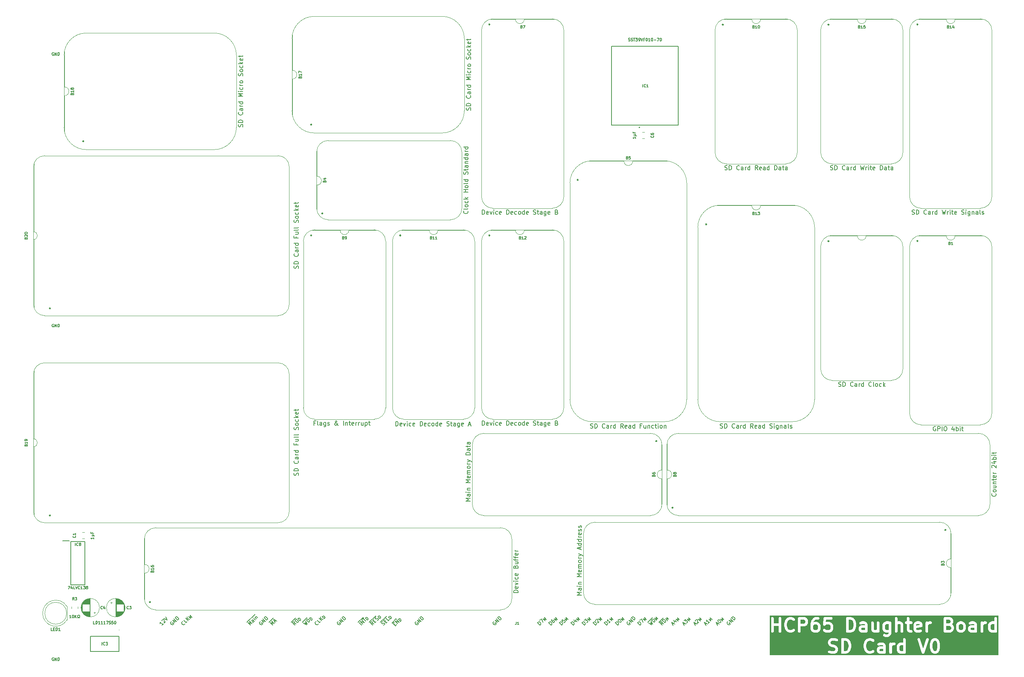
<source format=gto>
%TF.GenerationSoftware,KiCad,Pcbnew,8.0.7*%
%TF.CreationDate,2025-02-05T16:04:10+02:00*%
%TF.ProjectId,SD Card Board,53442043-6172-4642-9042-6f6172642e6b,rev?*%
%TF.SameCoordinates,Original*%
%TF.FileFunction,Legend,Top*%
%TF.FilePolarity,Positive*%
%FSLAX46Y46*%
G04 Gerber Fmt 4.6, Leading zero omitted, Abs format (unit mm)*
G04 Created by KiCad (PCBNEW 8.0.7) date 2025-02-05 16:04:10*
%MOMM*%
%LPD*%
G01*
G04 APERTURE LIST*
%ADD10C,0.200000*%
%ADD11C,0.600000*%
%ADD12C,0.150000*%
%ADD13C,0.100000*%
%ADD14C,0.120000*%
%ADD15C,0.239605*%
%ADD16C,0.187000*%
G04 APERTURE END LIST*
D10*
X126962581Y5391996D02*
X127231955Y5661370D01*
X127070331Y5176497D02*
X126693207Y5930744D01*
X126693207Y5930744D02*
X127447455Y5553621D01*
X127178080Y6415617D02*
X127231955Y6469492D01*
X127231955Y6469492D02*
X127312767Y6496429D01*
X127312767Y6496429D02*
X127366642Y6496429D01*
X127366642Y6496429D02*
X127447454Y6469492D01*
X127447454Y6469492D02*
X127582141Y6388680D01*
X127582141Y6388680D02*
X127716828Y6253993D01*
X127716828Y6253993D02*
X127797641Y6119306D01*
X127797641Y6119306D02*
X127824578Y6038494D01*
X127824578Y6038494D02*
X127824578Y5984619D01*
X127824578Y5984619D02*
X127797641Y5903807D01*
X127797641Y5903807D02*
X127743766Y5849932D01*
X127743766Y5849932D02*
X127662954Y5822994D01*
X127662954Y5822994D02*
X127609079Y5822994D01*
X127609079Y5822994D02*
X127528267Y5849932D01*
X127528267Y5849932D02*
X127393580Y5930744D01*
X127393580Y5930744D02*
X127258893Y6065431D01*
X127258893Y6065431D02*
X127178080Y6200118D01*
X127178080Y6200118D02*
X127151143Y6280930D01*
X127151143Y6280930D02*
X127151143Y6334805D01*
X127151143Y6334805D02*
X127178080Y6415617D01*
X128210322Y6191498D02*
X127757773Y6644047D01*
X127757773Y6644047D02*
X128231872Y6471647D01*
X128231872Y6471647D02*
X128059472Y6945746D01*
X128059472Y6945746D02*
X128512021Y6493197D01*
X40421707Y6092369D02*
X40340894Y6065431D01*
X40340894Y6065431D02*
X40260082Y5984619D01*
X40260082Y5984619D02*
X40206207Y5876869D01*
X40206207Y5876869D02*
X40206207Y5769120D01*
X40206207Y5769120D02*
X40233145Y5688308D01*
X40233145Y5688308D02*
X40313957Y5553621D01*
X40313957Y5553621D02*
X40394769Y5472808D01*
X40394769Y5472808D02*
X40529456Y5391996D01*
X40529456Y5391996D02*
X40610268Y5365059D01*
X40610268Y5365059D02*
X40718018Y5365059D01*
X40718018Y5365059D02*
X40825768Y5418934D01*
X40825768Y5418934D02*
X40879642Y5472808D01*
X40879642Y5472808D02*
X40933517Y5580558D01*
X40933517Y5580558D02*
X40933517Y5634433D01*
X40933517Y5634433D02*
X40744955Y5822995D01*
X40744955Y5822995D02*
X40637206Y5715245D01*
X41229829Y5822995D02*
X40664143Y6388680D01*
X40664143Y6388680D02*
X41553077Y6146243D01*
X41553077Y6146243D02*
X40987392Y6711929D01*
X41822451Y6415617D02*
X41256766Y6981303D01*
X41256766Y6981303D02*
X41391453Y7115990D01*
X41391453Y7115990D02*
X41499202Y7169865D01*
X41499202Y7169865D02*
X41606952Y7169865D01*
X41606952Y7169865D02*
X41687764Y7142927D01*
X41687764Y7142927D02*
X41822451Y7062115D01*
X41822451Y7062115D02*
X41903263Y6981303D01*
X41903263Y6981303D02*
X41984076Y6846616D01*
X41984076Y6846616D02*
X42011013Y6765804D01*
X42011013Y6765804D02*
X42011013Y6658054D01*
X42011013Y6658054D02*
X41957138Y6550304D01*
X41957138Y6550304D02*
X41822451Y6415617D01*
X22641707Y6092369D02*
X22560894Y6065431D01*
X22560894Y6065431D02*
X22480082Y5984619D01*
X22480082Y5984619D02*
X22426207Y5876869D01*
X22426207Y5876869D02*
X22426207Y5769120D01*
X22426207Y5769120D02*
X22453145Y5688308D01*
X22453145Y5688308D02*
X22533957Y5553621D01*
X22533957Y5553621D02*
X22614769Y5472808D01*
X22614769Y5472808D02*
X22749456Y5391996D01*
X22749456Y5391996D02*
X22830268Y5365059D01*
X22830268Y5365059D02*
X22938018Y5365059D01*
X22938018Y5365059D02*
X23045768Y5418934D01*
X23045768Y5418934D02*
X23099642Y5472808D01*
X23099642Y5472808D02*
X23153517Y5580558D01*
X23153517Y5580558D02*
X23153517Y5634433D01*
X23153517Y5634433D02*
X22964955Y5822995D01*
X22964955Y5822995D02*
X22857206Y5715245D01*
X23449829Y5822995D02*
X22884143Y6388680D01*
X22884143Y6388680D02*
X23773077Y6146243D01*
X23773077Y6146243D02*
X23207392Y6711929D01*
X24042451Y6415617D02*
X23476766Y6981303D01*
X23476766Y6981303D02*
X23611453Y7115990D01*
X23611453Y7115990D02*
X23719202Y7169865D01*
X23719202Y7169865D02*
X23826952Y7169865D01*
X23826952Y7169865D02*
X23907764Y7142927D01*
X23907764Y7142927D02*
X24042451Y7062115D01*
X24042451Y7062115D02*
X24123263Y6981303D01*
X24123263Y6981303D02*
X24204076Y6846616D01*
X24204076Y6846616D02*
X24231013Y6765804D01*
X24231013Y6765804D02*
X24231013Y6658054D01*
X24231013Y6658054D02*
X24177138Y6550304D01*
X24177138Y6550304D02*
X24042451Y6415617D01*
X5373517Y5634433D02*
X5373517Y5580558D01*
X5373517Y5580558D02*
X5319642Y5472808D01*
X5319642Y5472808D02*
X5265768Y5418934D01*
X5265768Y5418934D02*
X5158018Y5365059D01*
X5158018Y5365059D02*
X5050268Y5365059D01*
X5050268Y5365059D02*
X4969456Y5391996D01*
X4969456Y5391996D02*
X4834769Y5472808D01*
X4834769Y5472808D02*
X4753957Y5553621D01*
X4753957Y5553621D02*
X4673145Y5688308D01*
X4673145Y5688308D02*
X4646207Y5769120D01*
X4646207Y5769120D02*
X4646207Y5876869D01*
X4646207Y5876869D02*
X4700082Y5984619D01*
X4700082Y5984619D02*
X4753957Y6038494D01*
X4753957Y6038494D02*
X4861707Y6092369D01*
X4861707Y6092369D02*
X4915581Y6092369D01*
X5939203Y6092369D02*
X5669829Y5822995D01*
X5669829Y5822995D02*
X5104143Y6388680D01*
X6127764Y6280930D02*
X5562079Y6846616D01*
X6451013Y6604179D02*
X5885328Y6684991D01*
X5885328Y7169865D02*
X5885328Y6523367D01*
X6729007Y6757184D02*
X6276459Y7209732D01*
X6276459Y7209732D02*
X6750557Y7037333D01*
X6750557Y7037333D02*
X6578158Y7511431D01*
X6578158Y7511431D02*
X7030706Y7058883D01*
X124295581Y5391996D02*
X124564955Y5661370D01*
X124403331Y5176497D02*
X124026207Y5930744D01*
X124026207Y5930744D02*
X124780455Y5553621D01*
X125265328Y6038494D02*
X124942079Y5715245D01*
X125103703Y5876869D02*
X124538018Y6442555D01*
X124538018Y6442555D02*
X124564955Y6307868D01*
X124564955Y6307868D02*
X124564955Y6200118D01*
X124564955Y6200118D02*
X124538018Y6119306D01*
X125543322Y6191498D02*
X125090773Y6644047D01*
X125090773Y6644047D02*
X125564872Y6471647D01*
X125564872Y6471647D02*
X125392472Y6945746D01*
X125392472Y6945746D02*
X125845021Y6493197D01*
X99211143Y5257309D02*
X98645458Y5822995D01*
X98645458Y5822995D02*
X98780145Y5957682D01*
X98780145Y5957682D02*
X98887894Y6011556D01*
X98887894Y6011556D02*
X98995644Y6011556D01*
X98995644Y6011556D02*
X99076456Y5984619D01*
X99076456Y5984619D02*
X99211143Y5903807D01*
X99211143Y5903807D02*
X99291955Y5822995D01*
X99291955Y5822995D02*
X99372768Y5688308D01*
X99372768Y5688308D02*
X99399705Y5607495D01*
X99399705Y5607495D02*
X99399705Y5499746D01*
X99399705Y5499746D02*
X99345830Y5391996D01*
X99345830Y5391996D02*
X99211143Y5257309D01*
X99238081Y6307868D02*
X99238081Y6361743D01*
X99238081Y6361743D02*
X99265018Y6442555D01*
X99265018Y6442555D02*
X99399705Y6577242D01*
X99399705Y6577242D02*
X99480517Y6604179D01*
X99480517Y6604179D02*
X99534392Y6604179D01*
X99534392Y6604179D02*
X99615204Y6577242D01*
X99615204Y6577242D02*
X99669079Y6523367D01*
X99669079Y6523367D02*
X99722954Y6415617D01*
X99722954Y6415617D02*
X99722954Y5769120D01*
X99722954Y5769120D02*
X100073140Y6119306D01*
X100351134Y6272311D02*
X99898586Y6724859D01*
X99898586Y6724859D02*
X100372684Y6552460D01*
X100372684Y6552460D02*
X100200285Y7026558D01*
X100200285Y7026558D02*
X100652833Y6574010D01*
X447455Y5553621D02*
X124206Y5230372D01*
X285830Y5391996D02*
X-279854Y5957682D01*
X-279854Y5957682D02*
X-252917Y5822995D01*
X-252917Y5822995D02*
X-252917Y5715245D01*
X-252917Y5715245D02*
X-279854Y5634433D01*
X151143Y6280931D02*
X151143Y6334805D01*
X151143Y6334805D02*
X178081Y6415618D01*
X178081Y6415618D02*
X312768Y6550305D01*
X312768Y6550305D02*
X393580Y6577242D01*
X393580Y6577242D02*
X447455Y6577242D01*
X447455Y6577242D02*
X528267Y6550305D01*
X528267Y6550305D02*
X582142Y6496430D01*
X582142Y6496430D02*
X636017Y6388680D01*
X636017Y6388680D02*
X636017Y5742183D01*
X636017Y5742183D02*
X986203Y6092369D01*
X582142Y6819679D02*
X1336389Y6442555D01*
X1336389Y6442555D02*
X959266Y7196802D01*
X114774392Y5580558D02*
X114316456Y5661370D01*
X114451143Y5257309D02*
X113885458Y5822995D01*
X113885458Y5822995D02*
X114100957Y6038494D01*
X114100957Y6038494D02*
X114181769Y6065431D01*
X114181769Y6065431D02*
X114235644Y6065431D01*
X114235644Y6065431D02*
X114316456Y6038494D01*
X114316456Y6038494D02*
X114397268Y5957682D01*
X114397268Y5957682D02*
X114424206Y5876869D01*
X114424206Y5876869D02*
X114424206Y5822995D01*
X114424206Y5822995D02*
X114397268Y5742182D01*
X114397268Y5742182D02*
X114181769Y5526683D01*
X115016829Y5822995D02*
X114451143Y6388680D01*
X114451143Y6388680D02*
X114585830Y6523367D01*
X114585830Y6523367D02*
X114693580Y6577242D01*
X114693580Y6577242D02*
X114801329Y6577242D01*
X114801329Y6577242D02*
X114882142Y6550304D01*
X114882142Y6550304D02*
X115016829Y6469492D01*
X115016829Y6469492D02*
X115097641Y6388680D01*
X115097641Y6388680D02*
X115178453Y6253993D01*
X115178453Y6253993D02*
X115205390Y6173181D01*
X115205390Y6173181D02*
X115205390Y6065431D01*
X115205390Y6065431D02*
X115151516Y5957682D01*
X115151516Y5957682D02*
X115016829Y5822995D01*
X113650294Y5901921D02*
X114668528Y6920155D01*
X115618071Y6299248D02*
X115165523Y6751796D01*
X115165523Y6751796D02*
X115639621Y6579397D01*
X115639621Y6579397D02*
X115467222Y7053495D01*
X115467222Y7053495D02*
X115919770Y6600947D01*
X111291583Y5769120D02*
X111991955Y5338121D01*
X111991955Y5338121D02*
X111695644Y5849932D01*
X111695644Y5849932D02*
X112207455Y5553621D01*
X112207455Y5553621D02*
X111776456Y6253993D01*
X112557641Y5903807D02*
X111991956Y6469492D01*
X111991956Y6469492D02*
X112126643Y6604179D01*
X112126643Y6604179D02*
X112234392Y6658054D01*
X112234392Y6658054D02*
X112342142Y6658054D01*
X112342142Y6658054D02*
X112422954Y6631117D01*
X112422954Y6631117D02*
X112557641Y6550305D01*
X112557641Y6550305D02*
X112638453Y6469492D01*
X112638453Y6469492D02*
X112719265Y6334805D01*
X112719265Y6334805D02*
X112746203Y6253993D01*
X112746203Y6253993D02*
X112746203Y6146244D01*
X112746203Y6146244D02*
X112692328Y6038494D01*
X112692328Y6038494D02*
X112557641Y5903807D01*
X111110294Y5901921D02*
X112209340Y7000967D01*
X113158884Y6380060D02*
X112706335Y6832609D01*
X112706335Y6832609D02*
X113180434Y6660209D01*
X113180434Y6660209D02*
X113008034Y7134308D01*
X113008034Y7134308D02*
X113460583Y6681759D01*
X101751143Y5257309D02*
X101185458Y5822995D01*
X101185458Y5822995D02*
X101320145Y5957682D01*
X101320145Y5957682D02*
X101427894Y6011556D01*
X101427894Y6011556D02*
X101535644Y6011556D01*
X101535644Y6011556D02*
X101616456Y5984619D01*
X101616456Y5984619D02*
X101751143Y5903807D01*
X101751143Y5903807D02*
X101831955Y5822995D01*
X101831955Y5822995D02*
X101912768Y5688308D01*
X101912768Y5688308D02*
X101939705Y5607495D01*
X101939705Y5607495D02*
X101939705Y5499746D01*
X101939705Y5499746D02*
X101885830Y5391996D01*
X101885830Y5391996D02*
X101751143Y5257309D01*
X102613140Y6119306D02*
X102289891Y5796057D01*
X102451516Y5957682D02*
X101885830Y6523367D01*
X101885830Y6523367D02*
X101912768Y6388680D01*
X101912768Y6388680D02*
X101912768Y6280930D01*
X101912768Y6280930D02*
X101885830Y6200118D01*
X102891134Y6272311D02*
X102438586Y6724859D01*
X102438586Y6724859D02*
X102912684Y6552460D01*
X102912684Y6552460D02*
X102740285Y7026558D01*
X102740285Y7026558D02*
X103192833Y6574010D01*
X86511143Y5257309D02*
X85945458Y5822995D01*
X85945458Y5822995D02*
X86080145Y5957682D01*
X86080145Y5957682D02*
X86187894Y6011556D01*
X86187894Y6011556D02*
X86295644Y6011556D01*
X86295644Y6011556D02*
X86376456Y5984619D01*
X86376456Y5984619D02*
X86511143Y5903807D01*
X86511143Y5903807D02*
X86591955Y5822995D01*
X86591955Y5822995D02*
X86672768Y5688308D01*
X86672768Y5688308D02*
X86699705Y5607495D01*
X86699705Y5607495D02*
X86699705Y5499746D01*
X86699705Y5499746D02*
X86645830Y5391996D01*
X86645830Y5391996D02*
X86511143Y5257309D01*
X86457268Y6334805D02*
X86834392Y6711929D01*
X86834392Y6711929D02*
X87157641Y5903807D01*
X87651134Y6272311D02*
X87198586Y6724859D01*
X87198586Y6724859D02*
X87672684Y6552460D01*
X87672684Y6552460D02*
X87500285Y7026558D01*
X87500285Y7026558D02*
X87952833Y6574010D01*
X32424583Y5769120D02*
X33124955Y5338121D01*
X33124955Y5338121D02*
X32828644Y5849932D01*
X32828644Y5849932D02*
X33340455Y5553621D01*
X33340455Y5553621D02*
X32909456Y6253993D01*
X33690641Y5903807D02*
X33124956Y6469492D01*
X33124956Y6469492D02*
X33259643Y6604179D01*
X33259643Y6604179D02*
X33367392Y6658054D01*
X33367392Y6658054D02*
X33475142Y6658054D01*
X33475142Y6658054D02*
X33555954Y6631117D01*
X33555954Y6631117D02*
X33690641Y6550305D01*
X33690641Y6550305D02*
X33771453Y6469492D01*
X33771453Y6469492D02*
X33852265Y6334805D01*
X33852265Y6334805D02*
X33879203Y6253993D01*
X33879203Y6253993D02*
X33879203Y6146244D01*
X33879203Y6146244D02*
X33825328Y6038494D01*
X33825328Y6038494D02*
X33690641Y5903807D01*
X32243294Y5901921D02*
X33342340Y7000967D01*
X34291884Y6380060D02*
X33839335Y6832609D01*
X33839335Y6832609D02*
X33947085Y6940358D01*
X33947085Y6940358D02*
X34033285Y6983458D01*
X34033285Y6983458D02*
X34119484Y6983458D01*
X34119484Y6983458D02*
X34184134Y6961908D01*
X34184134Y6961908D02*
X34291884Y6897258D01*
X34291884Y6897258D02*
X34356534Y6832609D01*
X34356534Y6832609D02*
X34421183Y6724859D01*
X34421183Y6724859D02*
X34442733Y6660209D01*
X34442733Y6660209D02*
X34442733Y6574010D01*
X34442733Y6574010D02*
X34399633Y6487810D01*
X34399633Y6487810D02*
X34291884Y6380060D01*
X96671143Y5257309D02*
X96105458Y5822995D01*
X96105458Y5822995D02*
X96240145Y5957682D01*
X96240145Y5957682D02*
X96347894Y6011556D01*
X96347894Y6011556D02*
X96455644Y6011556D01*
X96455644Y6011556D02*
X96536456Y5984619D01*
X96536456Y5984619D02*
X96671143Y5903807D01*
X96671143Y5903807D02*
X96751955Y5822995D01*
X96751955Y5822995D02*
X96832768Y5688308D01*
X96832768Y5688308D02*
X96859705Y5607495D01*
X96859705Y5607495D02*
X96859705Y5499746D01*
X96859705Y5499746D02*
X96805830Y5391996D01*
X96805830Y5391996D02*
X96671143Y5257309D01*
X96617268Y6334805D02*
X96967455Y6684991D01*
X96967455Y6684991D02*
X96994392Y6280930D01*
X96994392Y6280930D02*
X97075204Y6361743D01*
X97075204Y6361743D02*
X97156016Y6388680D01*
X97156016Y6388680D02*
X97209891Y6388680D01*
X97209891Y6388680D02*
X97290703Y6361743D01*
X97290703Y6361743D02*
X97425390Y6227056D01*
X97425390Y6227056D02*
X97452328Y6146243D01*
X97452328Y6146243D02*
X97452328Y6092369D01*
X97452328Y6092369D02*
X97425390Y6011556D01*
X97425390Y6011556D02*
X97263766Y5849932D01*
X97263766Y5849932D02*
X97182954Y5822995D01*
X97182954Y5822995D02*
X97129079Y5822995D01*
X97811134Y6272311D02*
X97358586Y6724859D01*
X97358586Y6724859D02*
X97832684Y6552460D01*
X97832684Y6552460D02*
X97660285Y7026558D01*
X97660285Y7026558D02*
X98112833Y6574010D01*
X35853517Y5634433D02*
X35853517Y5580558D01*
X35853517Y5580558D02*
X35799642Y5472808D01*
X35799642Y5472808D02*
X35745768Y5418934D01*
X35745768Y5418934D02*
X35638018Y5365059D01*
X35638018Y5365059D02*
X35530268Y5365059D01*
X35530268Y5365059D02*
X35449456Y5391996D01*
X35449456Y5391996D02*
X35314769Y5472808D01*
X35314769Y5472808D02*
X35233957Y5553621D01*
X35233957Y5553621D02*
X35153145Y5688308D01*
X35153145Y5688308D02*
X35126207Y5769120D01*
X35126207Y5769120D02*
X35126207Y5876869D01*
X35126207Y5876869D02*
X35180082Y5984619D01*
X35180082Y5984619D02*
X35233957Y6038494D01*
X35233957Y6038494D02*
X35341707Y6092369D01*
X35341707Y6092369D02*
X35395581Y6092369D01*
X36419203Y6092369D02*
X36149829Y5822995D01*
X36149829Y5822995D02*
X35584143Y6388680D01*
X36607764Y6280930D02*
X36042079Y6846616D01*
X36931013Y6604179D02*
X36365328Y6684991D01*
X36365328Y7169865D02*
X36365328Y6523367D01*
X37209007Y6757184D02*
X36756459Y7209732D01*
X36756459Y7209732D02*
X36864208Y7317482D01*
X36864208Y7317482D02*
X36950408Y7360581D01*
X36950408Y7360581D02*
X37036608Y7360581D01*
X37036608Y7360581D02*
X37101258Y7339032D01*
X37101258Y7339032D02*
X37209007Y7274382D01*
X37209007Y7274382D02*
X37273657Y7209732D01*
X37273657Y7209732D02*
X37338307Y7101982D01*
X37338307Y7101982D02*
X37359857Y7037333D01*
X37359857Y7037333D02*
X37359857Y6951133D01*
X37359857Y6951133D02*
X37316757Y6864933D01*
X37316757Y6864933D02*
X37209007Y6757184D01*
X104291143Y5257309D02*
X103725458Y5822995D01*
X103725458Y5822995D02*
X103860145Y5957682D01*
X103860145Y5957682D02*
X103967894Y6011556D01*
X103967894Y6011556D02*
X104075644Y6011556D01*
X104075644Y6011556D02*
X104156456Y5984619D01*
X104156456Y5984619D02*
X104291143Y5903807D01*
X104291143Y5903807D02*
X104371955Y5822995D01*
X104371955Y5822995D02*
X104452768Y5688308D01*
X104452768Y5688308D02*
X104479705Y5607495D01*
X104479705Y5607495D02*
X104479705Y5499746D01*
X104479705Y5499746D02*
X104425830Y5391996D01*
X104425830Y5391996D02*
X104291143Y5257309D01*
X104398893Y6496430D02*
X104452768Y6550304D01*
X104452768Y6550304D02*
X104533580Y6577242D01*
X104533580Y6577242D02*
X104587455Y6577242D01*
X104587455Y6577242D02*
X104668267Y6550304D01*
X104668267Y6550304D02*
X104802954Y6469492D01*
X104802954Y6469492D02*
X104937641Y6334805D01*
X104937641Y6334805D02*
X105018453Y6200118D01*
X105018453Y6200118D02*
X105045390Y6119306D01*
X105045390Y6119306D02*
X105045390Y6065431D01*
X105045390Y6065431D02*
X105018453Y5984619D01*
X105018453Y5984619D02*
X104964578Y5930744D01*
X104964578Y5930744D02*
X104883766Y5903807D01*
X104883766Y5903807D02*
X104829891Y5903807D01*
X104829891Y5903807D02*
X104749079Y5930744D01*
X104749079Y5930744D02*
X104614392Y6011556D01*
X104614392Y6011556D02*
X104479705Y6146243D01*
X104479705Y6146243D02*
X104398893Y6280930D01*
X104398893Y6280930D02*
X104371955Y6361743D01*
X104371955Y6361743D02*
X104371955Y6415617D01*
X104371955Y6415617D02*
X104398893Y6496430D01*
X105431134Y6272311D02*
X104978586Y6724859D01*
X104978586Y6724859D02*
X105452684Y6552460D01*
X105452684Y6552460D02*
X105280285Y7026558D01*
X105280285Y7026558D02*
X105732833Y6574010D01*
X50770268Y5257309D02*
X50878018Y5311184D01*
X50878018Y5311184D02*
X51012705Y5445871D01*
X51012705Y5445871D02*
X51039642Y5526683D01*
X51039642Y5526683D02*
X51039642Y5580558D01*
X51039642Y5580558D02*
X51012705Y5661370D01*
X51012705Y5661370D02*
X50958830Y5715245D01*
X50958830Y5715245D02*
X50878018Y5742182D01*
X50878018Y5742182D02*
X50824143Y5742182D01*
X50824143Y5742182D02*
X50743331Y5715245D01*
X50743331Y5715245D02*
X50608644Y5634433D01*
X50608644Y5634433D02*
X50527832Y5607495D01*
X50527832Y5607495D02*
X50473957Y5607495D01*
X50473957Y5607495D02*
X50393145Y5634433D01*
X50393145Y5634433D02*
X50339270Y5688308D01*
X50339270Y5688308D02*
X50312333Y5769120D01*
X50312333Y5769120D02*
X50312333Y5822995D01*
X50312333Y5822995D02*
X50339270Y5903807D01*
X50339270Y5903807D02*
X50473957Y6038494D01*
X50473957Y6038494D02*
X50581707Y6092369D01*
X51066580Y6092369D02*
X51255142Y6280931D01*
X51632265Y6065431D02*
X51362891Y5796057D01*
X51362891Y5796057D02*
X50797206Y6361743D01*
X50797206Y6361743D02*
X51066580Y6631117D01*
X52144076Y6577242D02*
X51874702Y6307868D01*
X51874702Y6307868D02*
X51309017Y6873554D01*
X50023294Y5901921D02*
X51418652Y7297279D01*
X52368195Y6676372D02*
X51915647Y7128920D01*
X51915647Y7128920D02*
X52023397Y7236670D01*
X52023397Y7236670D02*
X52109596Y7279770D01*
X52109596Y7279770D02*
X52195796Y7279770D01*
X52195796Y7279770D02*
X52260446Y7258220D01*
X52260446Y7258220D02*
X52368195Y7193570D01*
X52368195Y7193570D02*
X52432845Y7128920D01*
X52432845Y7128920D02*
X52497495Y7021171D01*
X52497495Y7021171D02*
X52519045Y6956521D01*
X52519045Y6956521D02*
X52519045Y6870321D01*
X52519045Y6870321D02*
X52475945Y6784122D01*
X52475945Y6784122D02*
X52368195Y6676372D01*
X2321707Y6092369D02*
X2240894Y6065431D01*
X2240894Y6065431D02*
X2160082Y5984619D01*
X2160082Y5984619D02*
X2106207Y5876869D01*
X2106207Y5876869D02*
X2106207Y5769120D01*
X2106207Y5769120D02*
X2133145Y5688308D01*
X2133145Y5688308D02*
X2213957Y5553621D01*
X2213957Y5553621D02*
X2294769Y5472808D01*
X2294769Y5472808D02*
X2429456Y5391996D01*
X2429456Y5391996D02*
X2510268Y5365059D01*
X2510268Y5365059D02*
X2618018Y5365059D01*
X2618018Y5365059D02*
X2725768Y5418934D01*
X2725768Y5418934D02*
X2779642Y5472808D01*
X2779642Y5472808D02*
X2833517Y5580558D01*
X2833517Y5580558D02*
X2833517Y5634433D01*
X2833517Y5634433D02*
X2644955Y5822995D01*
X2644955Y5822995D02*
X2537206Y5715245D01*
X3129829Y5822995D02*
X2564143Y6388680D01*
X2564143Y6388680D02*
X3453077Y6146243D01*
X3453077Y6146243D02*
X2887392Y6711929D01*
X3722451Y6415617D02*
X3156766Y6981303D01*
X3156766Y6981303D02*
X3291453Y7115990D01*
X3291453Y7115990D02*
X3399202Y7169865D01*
X3399202Y7169865D02*
X3506952Y7169865D01*
X3506952Y7169865D02*
X3587764Y7142927D01*
X3587764Y7142927D02*
X3722451Y7062115D01*
X3722451Y7062115D02*
X3803263Y6981303D01*
X3803263Y6981303D02*
X3884076Y6846616D01*
X3884076Y6846616D02*
X3911013Y6765804D01*
X3911013Y6765804D02*
X3911013Y6658054D01*
X3911013Y6658054D02*
X3857138Y6550304D01*
X3857138Y6550304D02*
X3722451Y6415617D01*
X89051143Y5257309D02*
X88485458Y5822995D01*
X88485458Y5822995D02*
X88620145Y5957682D01*
X88620145Y5957682D02*
X88727894Y6011556D01*
X88727894Y6011556D02*
X88835644Y6011556D01*
X88835644Y6011556D02*
X88916456Y5984619D01*
X88916456Y5984619D02*
X89051143Y5903807D01*
X89051143Y5903807D02*
X89131955Y5822995D01*
X89131955Y5822995D02*
X89212768Y5688308D01*
X89212768Y5688308D02*
X89239705Y5607495D01*
X89239705Y5607495D02*
X89239705Y5499746D01*
X89239705Y5499746D02*
X89185830Y5391996D01*
X89185830Y5391996D02*
X89051143Y5257309D01*
X89293580Y6631117D02*
X89185830Y6523367D01*
X89185830Y6523367D02*
X89158893Y6442555D01*
X89158893Y6442555D02*
X89158893Y6388680D01*
X89158893Y6388680D02*
X89185830Y6253993D01*
X89185830Y6253993D02*
X89266642Y6119306D01*
X89266642Y6119306D02*
X89482142Y5903807D01*
X89482142Y5903807D02*
X89562954Y5876869D01*
X89562954Y5876869D02*
X89616829Y5876869D01*
X89616829Y5876869D02*
X89697641Y5903807D01*
X89697641Y5903807D02*
X89805390Y6011556D01*
X89805390Y6011556D02*
X89832328Y6092369D01*
X89832328Y6092369D02*
X89832328Y6146243D01*
X89832328Y6146243D02*
X89805390Y6227056D01*
X89805390Y6227056D02*
X89670703Y6361743D01*
X89670703Y6361743D02*
X89589891Y6388680D01*
X89589891Y6388680D02*
X89536016Y6388680D01*
X89536016Y6388680D02*
X89455204Y6361743D01*
X89455204Y6361743D02*
X89347455Y6253993D01*
X89347455Y6253993D02*
X89320517Y6173181D01*
X89320517Y6173181D02*
X89320517Y6119306D01*
X89320517Y6119306D02*
X89347455Y6038494D01*
X90191134Y6272311D02*
X89738586Y6724859D01*
X89738586Y6724859D02*
X90212684Y6552460D01*
X90212684Y6552460D02*
X90040285Y7026558D01*
X90040285Y7026558D02*
X90492833Y6574010D01*
X119342581Y5391996D02*
X119611955Y5661370D01*
X119450331Y5176497D02*
X119073207Y5930744D01*
X119073207Y5930744D02*
X119827455Y5553621D01*
X119396456Y6253993D02*
X119746642Y6604179D01*
X119746642Y6604179D02*
X119773580Y6200118D01*
X119773580Y6200118D02*
X119854392Y6280930D01*
X119854392Y6280930D02*
X119935204Y6307868D01*
X119935204Y6307868D02*
X119989079Y6307868D01*
X119989079Y6307868D02*
X120069891Y6280930D01*
X120069891Y6280930D02*
X120204578Y6146243D01*
X120204578Y6146243D02*
X120231515Y6065431D01*
X120231515Y6065431D02*
X120231515Y6011556D01*
X120231515Y6011556D02*
X120204578Y5930744D01*
X120204578Y5930744D02*
X120042954Y5769120D01*
X120042954Y5769120D02*
X119962141Y5742182D01*
X119962141Y5742182D02*
X119908267Y5742182D01*
X120590322Y6191498D02*
X120137773Y6644047D01*
X120137773Y6644047D02*
X120611872Y6471647D01*
X120611872Y6471647D02*
X120439472Y6945746D01*
X120439472Y6945746D02*
X120892021Y6493197D01*
X129448707Y6092369D02*
X129367894Y6065431D01*
X129367894Y6065431D02*
X129287082Y5984619D01*
X129287082Y5984619D02*
X129233207Y5876869D01*
X129233207Y5876869D02*
X129233207Y5769120D01*
X129233207Y5769120D02*
X129260145Y5688308D01*
X129260145Y5688308D02*
X129340957Y5553621D01*
X129340957Y5553621D02*
X129421769Y5472808D01*
X129421769Y5472808D02*
X129556456Y5391996D01*
X129556456Y5391996D02*
X129637268Y5365059D01*
X129637268Y5365059D02*
X129745018Y5365059D01*
X129745018Y5365059D02*
X129852768Y5418934D01*
X129852768Y5418934D02*
X129906642Y5472808D01*
X129906642Y5472808D02*
X129960517Y5580558D01*
X129960517Y5580558D02*
X129960517Y5634433D01*
X129960517Y5634433D02*
X129771955Y5822995D01*
X129771955Y5822995D02*
X129664206Y5715245D01*
X130256829Y5822995D02*
X129691143Y6388680D01*
X129691143Y6388680D02*
X130580077Y6146243D01*
X130580077Y6146243D02*
X130014392Y6711929D01*
X130849451Y6415617D02*
X130283766Y6981303D01*
X130283766Y6981303D02*
X130418453Y7115990D01*
X130418453Y7115990D02*
X130526202Y7169865D01*
X130526202Y7169865D02*
X130633952Y7169865D01*
X130633952Y7169865D02*
X130714764Y7142927D01*
X130714764Y7142927D02*
X130849451Y7062115D01*
X130849451Y7062115D02*
X130930263Y6981303D01*
X130930263Y6981303D02*
X131011076Y6846616D01*
X131011076Y6846616D02*
X131038013Y6765804D01*
X131038013Y6765804D02*
X131038013Y6658054D01*
X131038013Y6658054D02*
X130984138Y6550304D01*
X130984138Y6550304D02*
X130849451Y6415617D01*
X45744143Y5257309D02*
X45178458Y5822995D01*
X46013517Y5526683D02*
X45447831Y6092368D01*
X45447831Y6092368D02*
X46336766Y5849932D01*
X46336766Y5849932D02*
X45771080Y6415617D01*
X45959642Y6604179D02*
X46282891Y6927428D01*
X46686952Y6200118D02*
X46121266Y6765803D01*
X44943294Y5901921D02*
X46123152Y7081779D01*
X47072695Y6460872D02*
X46620147Y6913420D01*
X46620147Y6913420D02*
X46727897Y7021170D01*
X46727897Y7021170D02*
X46814096Y7064270D01*
X46814096Y7064270D02*
X46900296Y7064270D01*
X46900296Y7064270D02*
X46964946Y7042720D01*
X46964946Y7042720D02*
X47072695Y6978070D01*
X47072695Y6978070D02*
X47137345Y6913420D01*
X47137345Y6913420D02*
X47201995Y6805671D01*
X47201995Y6805671D02*
X47223545Y6741021D01*
X47223545Y6741021D02*
X47223545Y6654821D01*
X47223545Y6654821D02*
X47180445Y6568622D01*
X47180445Y6568622D02*
X47072695Y6460872D01*
D11*
G36*
X156580802Y1619274D02*
G01*
X156782015Y1418062D01*
X156888371Y1205350D01*
X157014285Y701696D01*
X157014285Y346990D01*
X156888371Y-156664D01*
X156782015Y-369377D01*
X156580801Y-570590D01*
X156265602Y-675657D01*
X155899999Y-675657D01*
X155899999Y1724342D01*
X156265602Y1724342D01*
X156580802Y1619274D01*
G37*
G36*
X164871428Y-647389D02*
G01*
X164814893Y-675657D01*
X164242248Y-675657D01*
X164109319Y-609193D01*
X164042856Y-476265D01*
X164042856Y-332191D01*
X164109320Y-199264D01*
X164242248Y-132800D01*
X164871428Y-132800D01*
X164871428Y-647389D01*
G37*
G36*
X169442857Y696074D02*
G01*
X169442857Y-647389D01*
X169386322Y-675657D01*
X168956534Y-675657D01*
X168777707Y-586244D01*
X168703698Y-512234D01*
X168614285Y-333408D01*
X168614285Y382094D01*
X168703698Y560920D01*
X168777707Y634929D01*
X168956534Y724342D01*
X169386322Y724342D01*
X169442857Y696074D01*
G37*
G36*
X176993720Y1634928D02*
G01*
X177067730Y1560919D01*
X177174086Y1348207D01*
X177300000Y844553D01*
X177300000Y204133D01*
X177174086Y-299521D01*
X177067730Y-512234D01*
X176993720Y-586244D01*
X176814894Y-675657D01*
X176670820Y-675657D01*
X176491994Y-586244D01*
X176417984Y-512234D01*
X176311627Y-299520D01*
X176185714Y204132D01*
X176185714Y844552D01*
X176311627Y1348207D01*
X176417983Y1560919D01*
X176491993Y1634928D01*
X176670820Y1724342D01*
X176814894Y1724342D01*
X176993720Y1634928D01*
G37*
G36*
X166157142Y5525906D02*
G01*
X166157142Y4182441D01*
X166100607Y4154174D01*
X165670819Y4154174D01*
X165491992Y4243588D01*
X165417983Y4317597D01*
X165328570Y4496423D01*
X165328570Y5211926D01*
X165417983Y5390752D01*
X165491992Y5464761D01*
X165670819Y5554174D01*
X166100607Y5554174D01*
X166157142Y5525906D01*
G37*
G36*
X149850862Y5321904D02*
G01*
X149924871Y5247895D01*
X150014284Y5069069D01*
X150014284Y4496423D01*
X149924871Y4317597D01*
X149850862Y4243588D01*
X149672035Y4154174D01*
X149242247Y4154174D01*
X149063420Y4243588D01*
X148989411Y4317597D01*
X148899998Y4496423D01*
X148899998Y5069069D01*
X148989411Y5247895D01*
X149063420Y5321904D01*
X149242247Y5411317D01*
X149672035Y5411317D01*
X149850862Y5321904D01*
G37*
G36*
X157723658Y6449106D02*
G01*
X157924871Y6247894D01*
X158031227Y6035182D01*
X158157141Y5531528D01*
X158157141Y5176821D01*
X158031227Y4673167D01*
X157924871Y4460454D01*
X157723658Y4259241D01*
X157408457Y4154174D01*
X157042855Y4154174D01*
X157042855Y6554174D01*
X157408458Y6554174D01*
X157723658Y6449106D01*
G37*
G36*
X160728570Y4182441D02*
G01*
X160672035Y4154174D01*
X160099390Y4154174D01*
X159966461Y4220638D01*
X159899998Y4353566D01*
X159899998Y4497640D01*
X159966461Y4630567D01*
X160099390Y4697032D01*
X160728570Y4697032D01*
X160728570Y4182441D01*
G37*
G36*
X173233535Y5487710D02*
G01*
X173285887Y5383007D01*
X172471428Y5220115D01*
X172471428Y5354783D01*
X172537891Y5487710D01*
X172670820Y5554174D01*
X173100608Y5554174D01*
X173233535Y5487710D01*
G37*
G36*
X180295089Y5020536D02*
G01*
X180353443Y4962181D01*
X180442857Y4783354D01*
X180442857Y4496423D01*
X180353444Y4317597D01*
X180279435Y4243588D01*
X180100608Y4154174D01*
X179328571Y4154174D01*
X179328571Y5125603D01*
X179979888Y5125603D01*
X180295089Y5020536D01*
G37*
G36*
X180136578Y6464760D02*
G01*
X180210587Y6390752D01*
X180300000Y6211926D01*
X180300000Y6067851D01*
X180210586Y5889024D01*
X180136578Y5815016D01*
X179957751Y5725603D01*
X179328571Y5725603D01*
X179328571Y6554174D01*
X179957751Y6554174D01*
X180136578Y6464760D01*
G37*
G36*
X182993720Y5464761D02*
G01*
X183067730Y5390751D01*
X183157143Y5211926D01*
X183157143Y4496423D01*
X183067730Y4317597D01*
X182993721Y4243588D01*
X182814893Y4154174D01*
X182527963Y4154174D01*
X182349136Y4243588D01*
X182275127Y4317597D01*
X182185714Y4496423D01*
X182185714Y5211926D01*
X182275127Y5390752D01*
X182349136Y5464761D01*
X182527963Y5554174D01*
X182814894Y5554174D01*
X182993720Y5464761D01*
G37*
G36*
X185728572Y4182441D02*
G01*
X185672037Y4154174D01*
X185099392Y4154174D01*
X184966463Y4220638D01*
X184900000Y4353566D01*
X184900000Y4497640D01*
X184966463Y4630567D01*
X185099392Y4697032D01*
X185728572Y4697032D01*
X185728572Y4182441D01*
G37*
G36*
X190300001Y5525906D02*
G01*
X190300001Y4182441D01*
X190243466Y4154174D01*
X189813678Y4154174D01*
X189634851Y4243588D01*
X189560842Y4317597D01*
X189471429Y4496423D01*
X189471429Y5211926D01*
X189560842Y5390752D01*
X189634851Y5464761D01*
X189813678Y5554174D01*
X190243466Y5554174D01*
X190300001Y5525906D01*
G37*
G36*
X146993719Y6464760D02*
G01*
X147067728Y6390752D01*
X147157141Y6211926D01*
X147157141Y5924994D01*
X147067728Y5746168D01*
X146993719Y5672159D01*
X146814892Y5582746D01*
X146042855Y5582746D01*
X146042855Y6554174D01*
X146814892Y6554174D01*
X146993719Y6464760D01*
G37*
G36*
X191233334Y-1608990D02*
G01*
X138966665Y-1608990D01*
X138966665Y1452914D01*
X152299999Y1452914D01*
X152299999Y1167200D01*
X152301059Y1151023D01*
X152300754Y1145934D01*
X152301694Y1141338D01*
X152302566Y1128042D01*
X152310393Y1098828D01*
X152316455Y1069208D01*
X152321619Y1056929D01*
X152322835Y1052395D01*
X152325386Y1047975D01*
X152331671Y1033036D01*
X152474528Y747321D01*
X152494336Y713445D01*
X152500330Y706684D01*
X152504850Y698857D01*
X152530724Y669353D01*
X152673581Y526496D01*
X152703085Y500622D01*
X152710912Y496102D01*
X152717673Y490108D01*
X152751549Y470300D01*
X153037264Y327443D01*
X153056722Y319257D01*
X153061301Y316716D01*
X153067468Y314737D01*
X153073436Y312227D01*
X153078563Y311177D01*
X153098667Y304728D01*
X153638148Y169857D01*
X153850863Y63500D01*
X153924872Y-10508D01*
X154014285Y-189334D01*
X154014285Y-333408D01*
X153924871Y-512234D01*
X153850862Y-586244D01*
X153672036Y-675657D01*
X153077254Y-675657D01*
X152694867Y-548195D01*
X152656907Y-538247D01*
X152578732Y-533555D01*
X152502007Y-549256D01*
X152431959Y-584280D01*
X152373363Y-636240D01*
X152330212Y-701595D01*
X152305446Y-775892D01*
X152300754Y-854067D01*
X152316455Y-930792D01*
X152351479Y-1000840D01*
X152403439Y-1059436D01*
X152468794Y-1102587D01*
X152505131Y-1117405D01*
X152933702Y-1260262D01*
X152971663Y-1270209D01*
X152980681Y-1270750D01*
X152989413Y-1273090D01*
X153028571Y-1275657D01*
X153742856Y-1275657D01*
X153759032Y-1274596D01*
X153764122Y-1274902D01*
X153768717Y-1273961D01*
X153782014Y-1273090D01*
X153811227Y-1265262D01*
X153840848Y-1259201D01*
X153853126Y-1254036D01*
X153857661Y-1252821D01*
X153862080Y-1250269D01*
X153877020Y-1243985D01*
X154162735Y-1101128D01*
X154196611Y-1081320D01*
X154203372Y-1075324D01*
X154211200Y-1070805D01*
X154240704Y-1044931D01*
X154383561Y-902073D01*
X154409434Y-872569D01*
X154413951Y-864744D01*
X154419948Y-857982D01*
X154439756Y-824106D01*
X154582613Y-538392D01*
X154588897Y-523452D01*
X154591449Y-519033D01*
X154592664Y-514498D01*
X154597829Y-502220D01*
X154603890Y-472598D01*
X154611718Y-443386D01*
X154612589Y-430090D01*
X154613530Y-425495D01*
X154613224Y-420405D01*
X154614285Y-404228D01*
X154614285Y-118514D01*
X154613224Y-102336D01*
X154613530Y-97247D01*
X154612589Y-92651D01*
X154611718Y-79356D01*
X154603890Y-50143D01*
X154597829Y-20522D01*
X154592664Y-8243D01*
X154591449Y-3709D01*
X154588897Y710D01*
X154582613Y15650D01*
X154439756Y301364D01*
X154419948Y335240D01*
X154413953Y342000D01*
X154409434Y349828D01*
X154383560Y379332D01*
X154240703Y522189D01*
X154211199Y548063D01*
X154203371Y552582D01*
X154196611Y558577D01*
X154162735Y578385D01*
X153877020Y721242D01*
X153857561Y729427D01*
X153852983Y731969D01*
X153846815Y733947D01*
X153840848Y736458D01*
X153835720Y737507D01*
X153815617Y743957D01*
X153276134Y878827D01*
X153063420Y985184D01*
X152989412Y1059192D01*
X152899999Y1238019D01*
X152899999Y1382094D01*
X152989412Y1560920D01*
X153063420Y1634928D01*
X153242248Y1724342D01*
X153837030Y1724342D01*
X154219416Y1596880D01*
X154257377Y1586933D01*
X154335551Y1582240D01*
X154412277Y1597941D01*
X154482325Y1632965D01*
X154540921Y1684925D01*
X154584072Y1750280D01*
X154608837Y1824577D01*
X154613530Y1902752D01*
X154597829Y1979477D01*
X154575397Y2024342D01*
X155299999Y2024342D01*
X155299999Y-975657D01*
X155302566Y-1014815D01*
X155322835Y-1090462D01*
X155361993Y-1158285D01*
X155417371Y-1213663D01*
X155485194Y-1252821D01*
X155560841Y-1273090D01*
X155599999Y-1275657D01*
X156314285Y-1275657D01*
X156353443Y-1273090D01*
X156362170Y-1270751D01*
X156371193Y-1270210D01*
X156409153Y-1260262D01*
X156837724Y-1117405D01*
X156852733Y-1111284D01*
X156857661Y-1109964D01*
X156861725Y-1107617D01*
X156874061Y-1102587D01*
X156899291Y-1085928D01*
X156925484Y-1070806D01*
X156935503Y-1062019D01*
X156939416Y-1059436D01*
X156942797Y-1055622D01*
X156954988Y-1044932D01*
X157240703Y-759217D01*
X157266577Y-729713D01*
X157271096Y-721885D01*
X157277091Y-715125D01*
X157296899Y-681249D01*
X157439756Y-395535D01*
X157447941Y-376076D01*
X157450483Y-371498D01*
X157452461Y-365330D01*
X157454972Y-359363D01*
X157456021Y-354235D01*
X157462471Y-334132D01*
X157605328Y237297D01*
X157610813Y267521D01*
X157611718Y270899D01*
X157611883Y273418D01*
X157612335Y275908D01*
X157612276Y279411D01*
X157614285Y310057D01*
X157614285Y738628D01*
X160442856Y738628D01*
X160442856Y310057D01*
X160444864Y279411D01*
X160444806Y275908D01*
X160445257Y273417D01*
X160445423Y270899D01*
X160446327Y267522D01*
X160451813Y237296D01*
X160594670Y-334132D01*
X160601119Y-354235D01*
X160602169Y-359363D01*
X160604679Y-365330D01*
X160606658Y-371498D01*
X160609199Y-376076D01*
X160617385Y-395535D01*
X160760242Y-681249D01*
X160780050Y-715125D01*
X160786044Y-721885D01*
X160790564Y-729713D01*
X160816438Y-759217D01*
X161102153Y-1044932D01*
X161114339Y-1055619D01*
X161117724Y-1059436D01*
X161121640Y-1062021D01*
X161131657Y-1070806D01*
X161157846Y-1085926D01*
X161183080Y-1102587D01*
X161195415Y-1107617D01*
X161199480Y-1109964D01*
X161204407Y-1111284D01*
X161219417Y-1117405D01*
X161647987Y-1260262D01*
X161685947Y-1270209D01*
X161694966Y-1270750D01*
X161703698Y-1273090D01*
X161742856Y-1275657D01*
X162028570Y-1275657D01*
X162067728Y-1273090D01*
X162076455Y-1270751D01*
X162085478Y-1270210D01*
X162123438Y-1260262D01*
X162552010Y-1117405D01*
X162567015Y-1111285D01*
X162571948Y-1109964D01*
X162576016Y-1107615D01*
X162588346Y-1102587D01*
X162613578Y-1085928D01*
X162639771Y-1070805D01*
X162649784Y-1062023D01*
X162653702Y-1059437D01*
X162657087Y-1055618D01*
X162669275Y-1044931D01*
X162812132Y-902073D01*
X162838005Y-872569D01*
X162877163Y-804746D01*
X162897432Y-729099D01*
X162897432Y-650783D01*
X162877163Y-575136D01*
X162838004Y-507313D01*
X162782626Y-451936D01*
X162714803Y-412778D01*
X162639156Y-392509D01*
X162560840Y-392509D01*
X162485193Y-412778D01*
X162417370Y-451937D01*
X162387866Y-477811D01*
X162295087Y-570590D01*
X161979887Y-675657D01*
X161791539Y-675657D01*
X161476339Y-570590D01*
X161275126Y-369377D01*
X161221123Y-261371D01*
X163442856Y-261371D01*
X163442856Y-547085D01*
X163443916Y-563261D01*
X163443611Y-568351D01*
X163444551Y-572946D01*
X163445423Y-586243D01*
X163453250Y-615456D01*
X163459312Y-645077D01*
X163464476Y-657355D01*
X163465692Y-661890D01*
X163468243Y-666309D01*
X163474528Y-681249D01*
X163617385Y-966964D01*
X163637193Y-1000840D01*
X163649145Y-1014319D01*
X163659077Y-1029361D01*
X163675017Y-1043495D01*
X163689152Y-1059436D01*
X163704193Y-1069367D01*
X163717673Y-1081320D01*
X163751549Y-1101128D01*
X164037264Y-1243985D01*
X164052203Y-1250269D01*
X164056623Y-1252821D01*
X164061157Y-1254036D01*
X164073436Y-1259201D01*
X164103056Y-1265262D01*
X164132270Y-1273090D01*
X164145566Y-1273961D01*
X164150162Y-1274902D01*
X164155251Y-1274596D01*
X164171428Y-1275657D01*
X164885713Y-1275657D01*
X164901889Y-1274596D01*
X164906979Y-1274902D01*
X164911574Y-1273961D01*
X164924871Y-1273090D01*
X164954084Y-1265262D01*
X164983705Y-1259201D01*
X164995983Y-1254036D01*
X165000518Y-1252821D01*
X165004937Y-1250269D01*
X165019877Y-1243985D01*
X165031367Y-1238239D01*
X165056623Y-1252821D01*
X165132270Y-1273090D01*
X165210586Y-1273090D01*
X165286233Y-1252821D01*
X165354056Y-1213663D01*
X165409434Y-1158285D01*
X165448592Y-1090462D01*
X165468861Y-1014815D01*
X165471428Y-975657D01*
X165471428Y595771D01*
X165470367Y611948D01*
X165470673Y617039D01*
X165469732Y621634D01*
X165468861Y634929D01*
X165461034Y664138D01*
X165454972Y693764D01*
X165449806Y706044D01*
X165448592Y710576D01*
X165446042Y714992D01*
X165439756Y729936D01*
X165296898Y1015650D01*
X165291816Y1024342D01*
X166299999Y1024342D01*
X166299999Y-975657D01*
X166302566Y-1014815D01*
X166322835Y-1090462D01*
X166361993Y-1158285D01*
X166417371Y-1213663D01*
X166485194Y-1252821D01*
X166560841Y-1273090D01*
X166639157Y-1273090D01*
X166714804Y-1252821D01*
X166782627Y-1213663D01*
X166838005Y-1158285D01*
X166877163Y-1090462D01*
X166897432Y-1014815D01*
X166899999Y-975657D01*
X166899999Y382094D01*
X166935409Y452914D01*
X168014285Y452914D01*
X168014285Y-404228D01*
X168015345Y-420405D01*
X168015040Y-425495D01*
X168015980Y-430090D01*
X168016852Y-443386D01*
X168024679Y-472598D01*
X168030741Y-502220D01*
X168035905Y-514498D01*
X168037121Y-519033D01*
X168039672Y-523452D01*
X168045957Y-538392D01*
X168188814Y-824106D01*
X168208622Y-857982D01*
X168214618Y-864744D01*
X168219136Y-872569D01*
X168245009Y-902073D01*
X168387866Y-1044931D01*
X168417370Y-1070805D01*
X168425197Y-1075324D01*
X168431959Y-1081320D01*
X168465835Y-1101128D01*
X168751550Y-1243985D01*
X168766489Y-1250269D01*
X168770909Y-1252821D01*
X168775443Y-1254036D01*
X168787722Y-1259201D01*
X168817342Y-1265262D01*
X168846556Y-1273090D01*
X168859852Y-1273961D01*
X168864448Y-1274902D01*
X168869537Y-1274596D01*
X168885714Y-1275657D01*
X169457142Y-1275657D01*
X169473318Y-1274596D01*
X169478408Y-1274902D01*
X169483003Y-1273961D01*
X169496300Y-1273090D01*
X169525513Y-1265262D01*
X169555134Y-1259201D01*
X169567412Y-1254036D01*
X169571947Y-1252821D01*
X169576366Y-1250269D01*
X169591306Y-1243985D01*
X169602796Y-1238239D01*
X169628052Y-1252821D01*
X169703699Y-1273090D01*
X169782015Y-1273090D01*
X169857662Y-1252821D01*
X169925485Y-1213663D01*
X169980863Y-1158285D01*
X170020021Y-1090462D01*
X170040290Y-1014815D01*
X170042857Y-975657D01*
X170042857Y2024342D01*
X170041463Y2045609D01*
X172729326Y2045609D01*
X172734018Y1967434D01*
X172743966Y1929474D01*
X173743966Y-1070526D01*
X173744812Y-1072602D01*
X173745027Y-1073649D01*
X173746179Y-1075954D01*
X173758784Y-1106862D01*
X173770524Y-1124644D01*
X173780051Y-1143697D01*
X173792004Y-1157177D01*
X173801935Y-1172218D01*
X173817876Y-1186354D01*
X173832010Y-1202293D01*
X173847047Y-1212221D01*
X173860531Y-1224178D01*
X173879590Y-1233707D01*
X173897366Y-1245444D01*
X173914457Y-1251141D01*
X173930579Y-1259202D01*
X173951456Y-1263474D01*
X173971663Y-1270210D01*
X173989645Y-1271289D01*
X174007304Y-1274903D01*
X174028577Y-1273625D01*
X174049838Y-1274902D01*
X174067488Y-1271290D01*
X174085479Y-1270210D01*
X174105693Y-1263471D01*
X174126563Y-1259201D01*
X174142678Y-1251143D01*
X174159776Y-1245444D01*
X174177559Y-1233702D01*
X174196611Y-1224177D01*
X174210087Y-1212226D01*
X174225132Y-1202294D01*
X174239270Y-1186349D01*
X174255207Y-1172218D01*
X174265134Y-1157181D01*
X174277091Y-1143698D01*
X174286618Y-1124641D01*
X174298358Y-1106862D01*
X174310960Y-1075958D01*
X174312115Y-1073649D01*
X174312329Y-1072600D01*
X174313176Y-1070525D01*
X174963846Y881485D01*
X175585714Y881485D01*
X175585714Y167200D01*
X175587722Y136554D01*
X175587664Y133051D01*
X175588115Y130560D01*
X175588281Y128042D01*
X175589185Y124665D01*
X175594671Y94439D01*
X175737528Y-476989D01*
X175743977Y-497092D01*
X175745027Y-502220D01*
X175747537Y-508187D01*
X175749516Y-514355D01*
X175752057Y-518933D01*
X175760243Y-538392D01*
X175903100Y-824106D01*
X175922908Y-857982D01*
X175928902Y-864742D01*
X175933422Y-872570D01*
X175959296Y-902074D01*
X176102154Y-1044932D01*
X176131658Y-1070806D01*
X176139485Y-1075325D01*
X176146246Y-1081320D01*
X176180122Y-1101128D01*
X176465836Y-1243985D01*
X176480775Y-1250269D01*
X176485195Y-1252821D01*
X176489729Y-1254036D01*
X176502008Y-1259201D01*
X176531629Y-1265262D01*
X176560842Y-1273090D01*
X176574137Y-1273961D01*
X176578733Y-1274902D01*
X176583822Y-1274596D01*
X176600000Y-1275657D01*
X176885714Y-1275657D01*
X176901891Y-1274596D01*
X176906981Y-1274902D01*
X176911576Y-1273961D01*
X176924872Y-1273090D01*
X176954084Y-1265262D01*
X176983706Y-1259201D01*
X176995984Y-1254036D01*
X177000519Y-1252821D01*
X177004938Y-1250269D01*
X177019878Y-1243985D01*
X177305592Y-1101128D01*
X177339468Y-1081320D01*
X177346228Y-1075325D01*
X177354056Y-1070806D01*
X177383560Y-1044932D01*
X177526418Y-902074D01*
X177552292Y-872570D01*
X177556811Y-864742D01*
X177562806Y-857982D01*
X177582614Y-824106D01*
X177725471Y-538392D01*
X177733656Y-518933D01*
X177736198Y-514355D01*
X177738176Y-508187D01*
X177740687Y-502220D01*
X177741736Y-497092D01*
X177748186Y-476989D01*
X177891043Y94440D01*
X177896528Y124664D01*
X177897433Y128042D01*
X177897598Y130561D01*
X177898050Y133051D01*
X177897991Y136554D01*
X177900000Y167200D01*
X177900000Y881485D01*
X177897991Y912130D01*
X177898050Y915635D01*
X177897598Y918125D01*
X177897433Y920643D01*
X177896528Y924018D01*
X177891043Y954246D01*
X177748186Y1525675D01*
X177741736Y1545778D01*
X177740687Y1550906D01*
X177738176Y1556873D01*
X177736198Y1563041D01*
X177733656Y1567619D01*
X177725471Y1587078D01*
X177582614Y1872792D01*
X177562806Y1906668D01*
X177556810Y1913429D01*
X177552291Y1921257D01*
X177526417Y1950761D01*
X177383559Y2093618D01*
X177354055Y2119491D01*
X177346230Y2124008D01*
X177339468Y2130005D01*
X177305592Y2149813D01*
X177019878Y2292670D01*
X177004938Y2298954D01*
X177000519Y2301506D01*
X176995984Y2302721D01*
X176983706Y2307886D01*
X176954084Y2313947D01*
X176924872Y2321775D01*
X176911576Y2322646D01*
X176906981Y2323587D01*
X176901891Y2323281D01*
X176885714Y2324342D01*
X176600000Y2324342D01*
X176583822Y2323281D01*
X176578733Y2323587D01*
X176574137Y2322646D01*
X176560842Y2321775D01*
X176531629Y2313947D01*
X176502008Y2307886D01*
X176489729Y2302721D01*
X176485195Y2301506D01*
X176480775Y2298954D01*
X176465836Y2292670D01*
X176180122Y2149813D01*
X176146246Y2130005D01*
X176139483Y2124008D01*
X176131659Y2119491D01*
X176102155Y2093618D01*
X175959297Y1950761D01*
X175933423Y1921257D01*
X175928903Y1913429D01*
X175922908Y1906668D01*
X175903100Y1872792D01*
X175760243Y1587078D01*
X175752055Y1567615D01*
X175749516Y1563040D01*
X175747538Y1556877D01*
X175745027Y1550906D01*
X175743977Y1545775D01*
X175737528Y1525674D01*
X175594671Y954246D01*
X175589185Y924019D01*
X175588281Y920643D01*
X175588115Y918124D01*
X175587664Y915634D01*
X175587722Y912130D01*
X175585714Y881485D01*
X174963846Y881485D01*
X175313176Y1929474D01*
X175323124Y1967434D01*
X175327816Y2045609D01*
X175312115Y2122334D01*
X175277091Y2192383D01*
X175225132Y2250979D01*
X175159776Y2294129D01*
X175085479Y2318895D01*
X175007304Y2323588D01*
X174930579Y2307887D01*
X174860531Y2272863D01*
X174801935Y2220903D01*
X174758784Y2155547D01*
X174743966Y2119211D01*
X174028570Y-26974D01*
X173313176Y2119210D01*
X173298358Y2155547D01*
X173255207Y2220903D01*
X173196611Y2272862D01*
X173126563Y2307886D01*
X173049838Y2323587D01*
X172971663Y2318895D01*
X172897366Y2294129D01*
X172832010Y2250978D01*
X172780051Y2192382D01*
X172745027Y2122334D01*
X172729326Y2045609D01*
X170041463Y2045609D01*
X170040290Y2063500D01*
X170020021Y2139147D01*
X169980863Y2206970D01*
X169925485Y2262348D01*
X169857662Y2301506D01*
X169782015Y2321775D01*
X169703699Y2321775D01*
X169628052Y2301506D01*
X169560229Y2262348D01*
X169504851Y2206970D01*
X169465693Y2139147D01*
X169445424Y2063500D01*
X169442857Y2024342D01*
X169442857Y1324342D01*
X168885714Y1324342D01*
X168869537Y1323281D01*
X168864448Y1323587D01*
X168859852Y1322646D01*
X168846556Y1321775D01*
X168817342Y1313947D01*
X168787722Y1307886D01*
X168775443Y1302721D01*
X168770909Y1301506D01*
X168766489Y1298954D01*
X168751550Y1292670D01*
X168465835Y1149813D01*
X168431959Y1130005D01*
X168425198Y1124010D01*
X168417371Y1119491D01*
X168387867Y1093617D01*
X168245010Y950760D01*
X168219136Y921256D01*
X168214616Y913428D01*
X168208622Y906668D01*
X168188814Y872792D01*
X168045957Y587078D01*
X168039672Y572138D01*
X168037121Y567719D01*
X168035905Y563184D01*
X168030741Y550906D01*
X168024679Y521284D01*
X168016852Y492072D01*
X168015980Y478776D01*
X168015040Y474181D01*
X168015345Y469091D01*
X168014285Y452914D01*
X166935409Y452914D01*
X166989411Y560919D01*
X167063422Y634929D01*
X167242248Y724342D01*
X167457142Y724342D01*
X167496300Y726909D01*
X167571947Y747178D01*
X167639770Y786336D01*
X167695148Y841714D01*
X167734306Y909537D01*
X167754575Y985184D01*
X167754575Y1063500D01*
X167734306Y1139147D01*
X167695148Y1206970D01*
X167639770Y1262348D01*
X167571947Y1301506D01*
X167496300Y1321775D01*
X167457142Y1324342D01*
X167171428Y1324342D01*
X167155250Y1323281D01*
X167150161Y1323587D01*
X167145565Y1322646D01*
X167132270Y1321775D01*
X167103057Y1313947D01*
X167073436Y1307886D01*
X167061157Y1302721D01*
X167056623Y1301506D01*
X167052203Y1298954D01*
X167037264Y1292670D01*
X166844245Y1196160D01*
X166838005Y1206970D01*
X166782627Y1262348D01*
X166714804Y1301506D01*
X166639157Y1321775D01*
X166560841Y1321775D01*
X166485194Y1301506D01*
X166417371Y1262348D01*
X166361993Y1206970D01*
X166322835Y1139147D01*
X166302566Y1063500D01*
X166299999Y1024342D01*
X165291816Y1024342D01*
X165277090Y1049526D01*
X165265134Y1063008D01*
X165255206Y1078046D01*
X165239266Y1092180D01*
X165225130Y1108122D01*
X165210089Y1118052D01*
X165196610Y1130005D01*
X165162734Y1149813D01*
X164877020Y1292670D01*
X164862080Y1298954D01*
X164857661Y1301506D01*
X164853126Y1302721D01*
X164840848Y1307886D01*
X164811226Y1313947D01*
X164782014Y1321775D01*
X164768718Y1322646D01*
X164764123Y1323587D01*
X164759033Y1323281D01*
X164742856Y1324342D01*
X164171428Y1324342D01*
X164155251Y1323281D01*
X164150162Y1323587D01*
X164145566Y1322646D01*
X164132270Y1321775D01*
X164103056Y1313947D01*
X164073436Y1307886D01*
X164061157Y1302721D01*
X164056623Y1301506D01*
X164052203Y1298954D01*
X164037264Y1292670D01*
X163751549Y1149813D01*
X163717673Y1130005D01*
X163659077Y1078046D01*
X163615926Y1012691D01*
X163591160Y938393D01*
X163586468Y860219D01*
X163602169Y783493D01*
X163637193Y713445D01*
X163689152Y654849D01*
X163754507Y611698D01*
X163828805Y586932D01*
X163906979Y582240D01*
X163983705Y597941D01*
X164019877Y613157D01*
X164242248Y724342D01*
X164672036Y724342D01*
X164804963Y657878D01*
X164871428Y524950D01*
X164871428Y495467D01*
X164814893Y467200D01*
X164171428Y467200D01*
X164155250Y466139D01*
X164150161Y466445D01*
X164145565Y465504D01*
X164132270Y464633D01*
X164103059Y456806D01*
X164073435Y450744D01*
X164061154Y445578D01*
X164056623Y444364D01*
X164052206Y441814D01*
X164037263Y435528D01*
X163751549Y292670D01*
X163717673Y272862D01*
X163704191Y260907D01*
X163689153Y250978D01*
X163675017Y235037D01*
X163659077Y220902D01*
X163649147Y205863D01*
X163637193Y192382D01*
X163617385Y158506D01*
X163474528Y-127207D01*
X163468243Y-142146D01*
X163465692Y-146566D01*
X163464476Y-151100D01*
X163459312Y-163379D01*
X163453250Y-193000D01*
X163445423Y-222213D01*
X163444551Y-235508D01*
X163443611Y-240104D01*
X163443916Y-245193D01*
X163442856Y-261371D01*
X161221123Y-261371D01*
X161168769Y-156663D01*
X161042856Y346989D01*
X161042856Y701695D01*
X161168769Y1205350D01*
X161275125Y1418062D01*
X161476339Y1619275D01*
X161791539Y1724342D01*
X161979887Y1724342D01*
X162295088Y1619275D01*
X162387867Y1526496D01*
X162417371Y1500622D01*
X162485194Y1461464D01*
X162560841Y1441195D01*
X162639157Y1441195D01*
X162714804Y1461464D01*
X162782627Y1500622D01*
X162838005Y1556000D01*
X162877163Y1623823D01*
X162897432Y1699470D01*
X162897432Y1777786D01*
X162877163Y1853433D01*
X162838005Y1921256D01*
X162812131Y1950760D01*
X162669274Y2093617D01*
X162657087Y2104304D01*
X162653702Y2108122D01*
X162649785Y2110707D01*
X162639770Y2119491D01*
X162613577Y2134613D01*
X162588346Y2151272D01*
X162576013Y2156301D01*
X162571947Y2158649D01*
X162567017Y2159969D01*
X162552010Y2166090D01*
X162123438Y2308947D01*
X162085478Y2318895D01*
X162076455Y2319436D01*
X162067728Y2321775D01*
X162028570Y2324342D01*
X161742856Y2324342D01*
X161703698Y2321775D01*
X161694966Y2319435D01*
X161685947Y2318894D01*
X161647987Y2308947D01*
X161219417Y2166090D01*
X161204407Y2159969D01*
X161199480Y2158649D01*
X161195415Y2156302D01*
X161183080Y2151272D01*
X161157846Y2134611D01*
X161131657Y2119491D01*
X161121640Y2110706D01*
X161117724Y2108121D01*
X161114339Y2104304D01*
X161102153Y2093617D01*
X160816438Y1807903D01*
X160790565Y1778399D01*
X160786047Y1770574D01*
X160780050Y1763811D01*
X160760242Y1729935D01*
X160617385Y1444221D01*
X160609197Y1424758D01*
X160606658Y1420183D01*
X160604680Y1414020D01*
X160602169Y1408049D01*
X160601119Y1402918D01*
X160594670Y1382817D01*
X160451813Y811389D01*
X160446327Y781162D01*
X160445423Y777786D01*
X160445257Y775267D01*
X160444806Y772777D01*
X160444864Y769273D01*
X160442856Y738628D01*
X157614285Y738628D01*
X157612276Y769273D01*
X157612335Y772778D01*
X157611883Y775268D01*
X157611718Y777786D01*
X157610813Y781161D01*
X157605328Y811389D01*
X157462471Y1382818D01*
X157456021Y1402921D01*
X157454972Y1408049D01*
X157452461Y1414016D01*
X157450483Y1420184D01*
X157447941Y1424762D01*
X157439756Y1444221D01*
X157296899Y1729935D01*
X157277091Y1763811D01*
X157271095Y1770572D01*
X157266576Y1778400D01*
X157240702Y1807904D01*
X156954988Y2093617D01*
X156942797Y2104307D01*
X156939416Y2108121D01*
X156935503Y2110704D01*
X156925484Y2119491D01*
X156899291Y2134613D01*
X156874061Y2151272D01*
X156861725Y2156302D01*
X156857661Y2158649D01*
X156852733Y2159969D01*
X156837724Y2166090D01*
X156409153Y2308947D01*
X156371193Y2318895D01*
X156362170Y2319436D01*
X156353443Y2321775D01*
X156314285Y2324342D01*
X155599999Y2324342D01*
X155560841Y2321775D01*
X155485194Y2301506D01*
X155417371Y2262348D01*
X155361993Y2206970D01*
X155322835Y2139147D01*
X155302566Y2063500D01*
X155299999Y2024342D01*
X154575397Y2024342D01*
X154562805Y2049526D01*
X154510845Y2108122D01*
X154445489Y2151272D01*
X154409153Y2166090D01*
X153980581Y2308947D01*
X153942621Y2318895D01*
X153933598Y2319436D01*
X153924871Y2321775D01*
X153885713Y2324342D01*
X153171428Y2324342D01*
X153155251Y2323281D01*
X153150162Y2323587D01*
X153145566Y2322646D01*
X153132270Y2321775D01*
X153103056Y2313947D01*
X153073436Y2307886D01*
X153061157Y2302721D01*
X153056623Y2301506D01*
X153052203Y2298954D01*
X153037264Y2292670D01*
X152751549Y2149813D01*
X152717673Y2130005D01*
X152710912Y2124010D01*
X152703085Y2119491D01*
X152673581Y2093617D01*
X152530724Y1950760D01*
X152504850Y1921256D01*
X152500330Y1913428D01*
X152494336Y1906668D01*
X152474528Y1872792D01*
X152331671Y1587078D01*
X152325386Y1572138D01*
X152322835Y1567719D01*
X152321619Y1563184D01*
X152316455Y1550906D01*
X152310393Y1521284D01*
X152302566Y1492072D01*
X152301694Y1478776D01*
X152300754Y1474181D01*
X152301059Y1469091D01*
X152299999Y1452914D01*
X138966665Y1452914D01*
X138966665Y6854174D01*
X139299998Y6854174D01*
X139299998Y3854174D01*
X139302565Y3815016D01*
X139322834Y3739369D01*
X139361992Y3671546D01*
X139417370Y3616168D01*
X139485193Y3577010D01*
X139560840Y3556741D01*
X139639156Y3556741D01*
X139714803Y3577010D01*
X139782626Y3616168D01*
X139838004Y3671546D01*
X139877162Y3739369D01*
X139897431Y3815016D01*
X139899998Y3854174D01*
X139899998Y5125603D01*
X141014284Y5125603D01*
X141014284Y3854174D01*
X141016851Y3815016D01*
X141037120Y3739369D01*
X141076278Y3671546D01*
X141131656Y3616168D01*
X141199479Y3577010D01*
X141275126Y3556741D01*
X141353442Y3556741D01*
X141429089Y3577010D01*
X141496912Y3616168D01*
X141552290Y3671546D01*
X141591448Y3739369D01*
X141611717Y3815016D01*
X141614284Y3854174D01*
X141614284Y5568460D01*
X142299998Y5568460D01*
X142299998Y5139889D01*
X142302006Y5109243D01*
X142301948Y5105740D01*
X142302399Y5103249D01*
X142302565Y5100731D01*
X142303469Y5097354D01*
X142308955Y5067128D01*
X142451812Y4495700D01*
X142458261Y4475598D01*
X142459311Y4470468D01*
X142461822Y4464496D01*
X142463800Y4458334D01*
X142466339Y4453758D01*
X142474527Y4434296D01*
X142617384Y4148582D01*
X142637192Y4114706D01*
X142643189Y4107942D01*
X142647707Y4100118D01*
X142673580Y4070614D01*
X142959295Y3784900D01*
X142971481Y3774213D01*
X142974866Y3770396D01*
X142978782Y3767810D01*
X142988799Y3759026D01*
X143014983Y3743908D01*
X143040221Y3727245D01*
X143052559Y3722213D01*
X143056622Y3719868D01*
X143061547Y3718548D01*
X143076558Y3712427D01*
X143505129Y3569569D01*
X143543090Y3559621D01*
X143552112Y3559079D01*
X143560840Y3556741D01*
X143599998Y3554174D01*
X143885712Y3554174D01*
X143924870Y3556741D01*
X143933601Y3559080D01*
X143942620Y3559622D01*
X143980581Y3569569D01*
X144409153Y3712427D01*
X144424163Y3718548D01*
X144429089Y3719868D01*
X144433151Y3722213D01*
X144445490Y3727245D01*
X144470727Y3743908D01*
X144496912Y3759026D01*
X144506928Y3767810D01*
X144510845Y3770396D01*
X144514229Y3774213D01*
X144526416Y3784900D01*
X144669273Y3927757D01*
X144695147Y3957261D01*
X144734305Y4025084D01*
X144754574Y4100731D01*
X144754574Y4179047D01*
X144734305Y4254694D01*
X144695147Y4322517D01*
X144639769Y4377895D01*
X144571946Y4417053D01*
X144496299Y4437322D01*
X144417983Y4437322D01*
X144342336Y4417053D01*
X144274513Y4377895D01*
X144245009Y4352021D01*
X144152229Y4259241D01*
X143837028Y4154174D01*
X143648682Y4154174D01*
X143333480Y4259241D01*
X143132267Y4460454D01*
X143025911Y4673166D01*
X142899998Y5176821D01*
X142899998Y5531527D01*
X143025911Y6035182D01*
X143132267Y6247894D01*
X143333481Y6449107D01*
X143648681Y6554174D01*
X143837029Y6554174D01*
X144152230Y6449107D01*
X144245009Y6356328D01*
X144274513Y6330454D01*
X144342336Y6291296D01*
X144417983Y6271027D01*
X144496299Y6271027D01*
X144571946Y6291296D01*
X144639769Y6330454D01*
X144695147Y6385832D01*
X144734305Y6453655D01*
X144754574Y6529302D01*
X144754574Y6607618D01*
X144734305Y6683265D01*
X144695147Y6751088D01*
X144669273Y6780592D01*
X144595691Y6854174D01*
X145442855Y6854174D01*
X145442855Y3854174D01*
X145445422Y3815016D01*
X145465691Y3739369D01*
X145504849Y3671546D01*
X145560227Y3616168D01*
X145628050Y3577010D01*
X145703697Y3556741D01*
X145782013Y3556741D01*
X145857660Y3577010D01*
X145925483Y3616168D01*
X145980861Y3671546D01*
X146020019Y3739369D01*
X146040288Y3815016D01*
X146042855Y3854174D01*
X146042855Y4982746D01*
X146885712Y4982746D01*
X146901888Y4983806D01*
X146906978Y4983501D01*
X146911573Y4984441D01*
X146924870Y4985313D01*
X146954083Y4993140D01*
X146983704Y4999202D01*
X146995982Y5004366D01*
X147000517Y5005582D01*
X147004936Y5008133D01*
X147019876Y5014418D01*
X147305591Y5157275D01*
X147339467Y5177083D01*
X147346227Y5183077D01*
X147354055Y5187597D01*
X147383559Y5213471D01*
X147526416Y5356328D01*
X147552290Y5385832D01*
X147556809Y5393659D01*
X147562804Y5400420D01*
X147582612Y5434296D01*
X147649694Y5568460D01*
X148299998Y5568460D01*
X148299998Y4425603D01*
X148301058Y4409425D01*
X148300753Y4404336D01*
X148301693Y4399740D01*
X148302565Y4386445D01*
X148310392Y4357232D01*
X148316454Y4327611D01*
X148321618Y4315332D01*
X148322834Y4310798D01*
X148325385Y4306378D01*
X148331670Y4291439D01*
X148474527Y4005725D01*
X148494335Y3971849D01*
X148500329Y3965088D01*
X148504849Y3957261D01*
X148530723Y3927757D01*
X148673580Y3784900D01*
X148703084Y3759026D01*
X148710911Y3754506D01*
X148717672Y3748512D01*
X148751548Y3728704D01*
X149037262Y3585846D01*
X149052205Y3579559D01*
X149056622Y3577010D01*
X149061153Y3575795D01*
X149073434Y3570630D01*
X149103058Y3564567D01*
X149132269Y3556741D01*
X149145564Y3555869D01*
X149150160Y3554929D01*
X149155249Y3555234D01*
X149171427Y3554174D01*
X149742855Y3554174D01*
X149759032Y3555234D01*
X149764122Y3554929D01*
X149768717Y3555869D01*
X149782013Y3556741D01*
X149811225Y3564568D01*
X149840847Y3570630D01*
X149853125Y3575794D01*
X149857660Y3577010D01*
X149862079Y3579561D01*
X149877019Y3585846D01*
X150162734Y3728704D01*
X150196610Y3748512D01*
X150203370Y3754506D01*
X150211198Y3759026D01*
X150240702Y3784900D01*
X150383559Y3927757D01*
X150409433Y3957261D01*
X150413952Y3965088D01*
X150419947Y3971849D01*
X150439755Y4005725D01*
X150582612Y4291439D01*
X150588896Y4306378D01*
X150591448Y4310798D01*
X150592663Y4315332D01*
X150597828Y4327611D01*
X150603889Y4357232D01*
X150611717Y4386445D01*
X150612588Y4399740D01*
X150613529Y4404336D01*
X150613223Y4409425D01*
X150614284Y4425603D01*
X150614284Y5139889D01*
X150613223Y5156066D01*
X150613529Y5161156D01*
X150612588Y5165751D01*
X150611717Y5179047D01*
X150603889Y5208259D01*
X150597828Y5237881D01*
X150592663Y5250159D01*
X150591448Y5254694D01*
X150588896Y5259113D01*
X150582612Y5274053D01*
X150511521Y5416235D01*
X151157288Y5416235D01*
X151159708Y5401438D01*
X151159708Y5386445D01*
X151166002Y5362951D01*
X151169929Y5338947D01*
X151176096Y5325281D01*
X151179977Y5310798D01*
X151192139Y5289731D01*
X151202144Y5267564D01*
X151211637Y5255960D01*
X151219135Y5242975D01*
X151236333Y5225776D01*
X151251737Y5206950D01*
X151263912Y5198197D01*
X151274513Y5187597D01*
X151295575Y5175436D01*
X151315327Y5161238D01*
X151329351Y5155935D01*
X151342336Y5148439D01*
X151365830Y5142143D01*
X151388582Y5133542D01*
X151403501Y5132050D01*
X151417983Y5128170D01*
X151442307Y5128170D01*
X151466509Y5125750D01*
X151481305Y5128170D01*
X151496299Y5128170D01*
X151519792Y5134464D01*
X151543797Y5138391D01*
X151557462Y5144558D01*
X151571946Y5148439D01*
X151593012Y5160601D01*
X151615180Y5170606D01*
X151626783Y5180099D01*
X151639769Y5187597D01*
X151669273Y5213471D01*
X151777706Y5321904D01*
X151956533Y5411317D01*
X152529178Y5411317D01*
X152708005Y5321904D01*
X152782014Y5247895D01*
X152871427Y5069069D01*
X152871427Y4496423D01*
X152782014Y4317597D01*
X152708005Y4243588D01*
X152529178Y4154174D01*
X151956533Y4154174D01*
X151777706Y4243588D01*
X151669273Y4352021D01*
X151639769Y4377895D01*
X151571946Y4417053D01*
X151496299Y4437322D01*
X151417983Y4437322D01*
X151342336Y4417053D01*
X151274513Y4377895D01*
X151219135Y4322517D01*
X151179977Y4254694D01*
X151159708Y4179047D01*
X151159708Y4100731D01*
X151179977Y4025084D01*
X151219135Y3957261D01*
X151245009Y3927757D01*
X151387866Y3784900D01*
X151417370Y3759026D01*
X151425197Y3754506D01*
X151431958Y3748512D01*
X151465834Y3728704D01*
X151751548Y3585846D01*
X151766491Y3579559D01*
X151770908Y3577010D01*
X151775439Y3575795D01*
X151787720Y3570630D01*
X151817344Y3564567D01*
X151846555Y3556741D01*
X151859850Y3555869D01*
X151864446Y3554929D01*
X151869535Y3555234D01*
X151885713Y3554174D01*
X152599998Y3554174D01*
X152616175Y3555234D01*
X152621265Y3554929D01*
X152625860Y3555869D01*
X152639156Y3556741D01*
X152668368Y3564568D01*
X152697990Y3570630D01*
X152710268Y3575794D01*
X152714803Y3577010D01*
X152719222Y3579561D01*
X152734162Y3585846D01*
X153019877Y3728704D01*
X153053753Y3748512D01*
X153060513Y3754506D01*
X153068341Y3759026D01*
X153097845Y3784900D01*
X153240702Y3927757D01*
X153266576Y3957261D01*
X153271095Y3965088D01*
X153277090Y3971849D01*
X153296898Y4005725D01*
X153439755Y4291439D01*
X153446039Y4306378D01*
X153448591Y4310798D01*
X153449806Y4315332D01*
X153454971Y4327611D01*
X153461032Y4357232D01*
X153468860Y4386445D01*
X153469731Y4399740D01*
X153470672Y4404336D01*
X153470366Y4409425D01*
X153471427Y4425603D01*
X153471427Y5139889D01*
X153470366Y5156066D01*
X153470672Y5161156D01*
X153469731Y5165751D01*
X153468860Y5179047D01*
X153461032Y5208259D01*
X153454971Y5237881D01*
X153449806Y5250159D01*
X153448591Y5254694D01*
X153446039Y5259113D01*
X153439755Y5274053D01*
X153296898Y5559767D01*
X153277090Y5593643D01*
X153271095Y5600403D01*
X153266576Y5608231D01*
X153240702Y5637735D01*
X153097845Y5780592D01*
X153068341Y5806466D01*
X153060513Y5810985D01*
X153053753Y5816980D01*
X153019877Y5836788D01*
X152734162Y5979645D01*
X152719222Y5985929D01*
X152714803Y5988481D01*
X152710268Y5989696D01*
X152697990Y5994861D01*
X152668369Y6000922D01*
X152639156Y6008750D01*
X152625859Y6009621D01*
X152621264Y6010562D01*
X152616174Y6010256D01*
X152599998Y6011317D01*
X151885713Y6011317D01*
X151869536Y6010256D01*
X151864447Y6010562D01*
X151859851Y6009621D01*
X151846555Y6008750D01*
X151817341Y6000922D01*
X151816144Y6000677D01*
X151871494Y6554174D01*
X153028570Y6554174D01*
X153067728Y6556741D01*
X153143375Y6577010D01*
X153211198Y6616168D01*
X153266576Y6671546D01*
X153305734Y6739369D01*
X153326003Y6815016D01*
X153326003Y6854174D01*
X156442855Y6854174D01*
X156442855Y3854174D01*
X156445422Y3815016D01*
X156465691Y3739369D01*
X156504849Y3671546D01*
X156560227Y3616168D01*
X156628050Y3577010D01*
X156703697Y3556741D01*
X156742855Y3554174D01*
X157457141Y3554174D01*
X157496299Y3556741D01*
X157505030Y3559080D01*
X157514050Y3559622D01*
X157552010Y3569569D01*
X157980581Y3712427D01*
X157995591Y3718548D01*
X158000517Y3719868D01*
X158004579Y3722213D01*
X158016918Y3727245D01*
X158042155Y3743908D01*
X158068340Y3759026D01*
X158078356Y3767810D01*
X158082273Y3770396D01*
X158085657Y3774213D01*
X158097844Y3784900D01*
X158383558Y4070613D01*
X158409432Y4100117D01*
X158413951Y4107944D01*
X158419947Y4114706D01*
X158439755Y4148582D01*
X158582612Y4434296D01*
X158590797Y4453754D01*
X158593339Y4458333D01*
X158595317Y4464500D01*
X158597828Y4470468D01*
X158598877Y4475595D01*
X158605327Y4495699D01*
X158623517Y4568460D01*
X159299998Y4568460D01*
X159299998Y4282746D01*
X159301058Y4266568D01*
X159300753Y4261479D01*
X159301693Y4256883D01*
X159302565Y4243588D01*
X159310392Y4214375D01*
X159316454Y4184754D01*
X159321618Y4172475D01*
X159322834Y4167941D01*
X159325385Y4163521D01*
X159331670Y4148582D01*
X159474527Y3862868D01*
X159494335Y3828992D01*
X159506290Y3815509D01*
X159516219Y3800472D01*
X159532156Y3786339D01*
X159546294Y3770396D01*
X159561335Y3760464D01*
X159574815Y3748512D01*
X159608691Y3728704D01*
X159894405Y3585846D01*
X159909348Y3579559D01*
X159913765Y3577010D01*
X159918296Y3575795D01*
X159930577Y3570630D01*
X159960201Y3564567D01*
X159989412Y3556741D01*
X160002707Y3555869D01*
X160007303Y3554929D01*
X160012392Y3555234D01*
X160028570Y3554174D01*
X160742855Y3554174D01*
X160759032Y3555234D01*
X160764122Y3554929D01*
X160768717Y3555869D01*
X160782013Y3556741D01*
X160811225Y3564568D01*
X160840847Y3570630D01*
X160853125Y3575794D01*
X160857660Y3577010D01*
X160862079Y3579561D01*
X160877019Y3585846D01*
X160888509Y3591591D01*
X160913765Y3577010D01*
X160989412Y3556741D01*
X161067728Y3556741D01*
X161143375Y3577010D01*
X161211198Y3616168D01*
X161266576Y3671546D01*
X161305734Y3739369D01*
X161326003Y3815016D01*
X161328570Y3854174D01*
X161328570Y5425603D01*
X161327509Y5441780D01*
X161327815Y5446871D01*
X161326874Y5451466D01*
X161326003Y5464761D01*
X161318176Y5493970D01*
X161312114Y5523596D01*
X161306948Y5535876D01*
X161305734Y5540408D01*
X161303184Y5544824D01*
X161296898Y5559768D01*
X161154040Y5845482D01*
X161148958Y5854174D01*
X162157141Y5854174D01*
X162157141Y4282746D01*
X162158201Y4266568D01*
X162157896Y4261479D01*
X162158836Y4256883D01*
X162159708Y4243588D01*
X162167535Y4214375D01*
X162173597Y4184754D01*
X162178761Y4172475D01*
X162179977Y4167941D01*
X162182528Y4163521D01*
X162188813Y4148582D01*
X162331670Y3862868D01*
X162351478Y3828992D01*
X162363433Y3815509D01*
X162373362Y3800472D01*
X162389299Y3786339D01*
X162403437Y3770396D01*
X162418478Y3760464D01*
X162431958Y3748512D01*
X162465834Y3728704D01*
X162751548Y3585846D01*
X162766491Y3579559D01*
X162770908Y3577010D01*
X162775439Y3575795D01*
X162787720Y3570630D01*
X162817344Y3564567D01*
X162846555Y3556741D01*
X162859850Y3555869D01*
X162864446Y3554929D01*
X162869535Y3555234D01*
X162885713Y3554174D01*
X163314284Y3554174D01*
X163330461Y3555234D01*
X163335552Y3554929D01*
X163340147Y3555869D01*
X163353442Y3556741D01*
X163382651Y3564567D01*
X163412277Y3570630D01*
X163424557Y3575795D01*
X163429089Y3577010D01*
X163433505Y3579559D01*
X163448449Y3585846D01*
X163543182Y3633213D01*
X163560228Y3616168D01*
X163628051Y3577010D01*
X163703698Y3556741D01*
X163782014Y3556741D01*
X163857661Y3577010D01*
X163925484Y3616168D01*
X163980862Y3671546D01*
X164020020Y3739369D01*
X164040289Y3815016D01*
X164042856Y3854174D01*
X164042856Y5282746D01*
X164728570Y5282746D01*
X164728570Y4425603D01*
X164729630Y4409425D01*
X164729325Y4404336D01*
X164730265Y4399740D01*
X164731137Y4386445D01*
X164738964Y4357232D01*
X164745026Y4327611D01*
X164750190Y4315332D01*
X164751406Y4310798D01*
X164753957Y4306378D01*
X164760242Y4291439D01*
X164903099Y4005725D01*
X164922907Y3971849D01*
X164928901Y3965088D01*
X164933421Y3957261D01*
X164959295Y3927757D01*
X165102152Y3784900D01*
X165131656Y3759026D01*
X165139483Y3754506D01*
X165146244Y3748512D01*
X165180120Y3728704D01*
X165465834Y3585846D01*
X165480777Y3579559D01*
X165485194Y3577010D01*
X165489725Y3575795D01*
X165502006Y3570630D01*
X165531630Y3564567D01*
X165560841Y3556741D01*
X165574136Y3555869D01*
X165578732Y3554929D01*
X165583821Y3555234D01*
X165599999Y3554174D01*
X166157142Y3554174D01*
X166157142Y3496423D01*
X166067727Y3317596D01*
X165993719Y3243588D01*
X165814892Y3154174D01*
X165527962Y3154174D01*
X165305591Y3265360D01*
X165269419Y3280576D01*
X165192694Y3296277D01*
X165114519Y3291585D01*
X165040222Y3266819D01*
X164974867Y3223668D01*
X164922907Y3165072D01*
X164887883Y3095024D01*
X164872182Y3018299D01*
X164876874Y2940124D01*
X164901640Y2865827D01*
X164944791Y2800472D01*
X165003387Y2748512D01*
X165037263Y2728704D01*
X165322977Y2585846D01*
X165337920Y2579559D01*
X165342337Y2577010D01*
X165346868Y2575795D01*
X165359149Y2570630D01*
X165388773Y2564567D01*
X165417984Y2556741D01*
X165431279Y2555869D01*
X165435875Y2554929D01*
X165440964Y2555234D01*
X165457142Y2554174D01*
X165885713Y2554174D01*
X165901890Y2555234D01*
X165906981Y2554929D01*
X165911576Y2555869D01*
X165924871Y2556741D01*
X165954080Y2564567D01*
X165983706Y2570630D01*
X165995986Y2575795D01*
X166000518Y2577010D01*
X166004934Y2579559D01*
X166019878Y2585846D01*
X166305591Y2728704D01*
X166339467Y2748512D01*
X166346227Y2754506D01*
X166354055Y2759026D01*
X166383559Y2784900D01*
X166526416Y2927757D01*
X166552290Y2957261D01*
X166556807Y2965086D01*
X166562804Y2971848D01*
X166582612Y3005724D01*
X166725470Y3291438D01*
X166731756Y3306381D01*
X166734306Y3310798D01*
X166735520Y3315329D01*
X166740686Y3327610D01*
X166746748Y3357235D01*
X166754575Y3386445D01*
X166755446Y3399739D01*
X166756387Y3404335D01*
X166756081Y3409425D01*
X166757142Y3425603D01*
X166757142Y5854174D01*
X166754575Y5893332D01*
X166734306Y5968979D01*
X166695148Y6036802D01*
X166639770Y6092180D01*
X166571947Y6131338D01*
X166496300Y6151607D01*
X166417984Y6151607D01*
X166342337Y6131338D01*
X166317081Y6116756D01*
X166305591Y6122502D01*
X166290651Y6128786D01*
X166286232Y6131338D01*
X166281697Y6132553D01*
X166269419Y6137718D01*
X166239798Y6143779D01*
X166210585Y6151607D01*
X166197288Y6152478D01*
X166192693Y6153419D01*
X166187603Y6153113D01*
X166171427Y6154174D01*
X165599999Y6154174D01*
X165583822Y6153113D01*
X165578733Y6153419D01*
X165574137Y6152478D01*
X165560841Y6151607D01*
X165531627Y6143779D01*
X165502007Y6137718D01*
X165489728Y6132553D01*
X165485194Y6131338D01*
X165480774Y6128786D01*
X165465835Y6122502D01*
X165180120Y5979645D01*
X165146244Y5959837D01*
X165139483Y5953842D01*
X165131656Y5949323D01*
X165102152Y5923449D01*
X164959295Y5780592D01*
X164933421Y5751088D01*
X164928901Y5743260D01*
X164922907Y5736500D01*
X164903099Y5702624D01*
X164760242Y5416910D01*
X164753957Y5401970D01*
X164751406Y5397551D01*
X164750190Y5393016D01*
X164745026Y5380738D01*
X164738964Y5351116D01*
X164731137Y5321904D01*
X164730265Y5308608D01*
X164729325Y5304013D01*
X164729630Y5298923D01*
X164728570Y5282746D01*
X164042856Y5282746D01*
X164042856Y5854174D01*
X164040289Y5893332D01*
X164020020Y5968979D01*
X163980862Y6036802D01*
X163925484Y6092180D01*
X163857661Y6131338D01*
X163782014Y6151607D01*
X163703698Y6151607D01*
X163628051Y6131338D01*
X163560228Y6092180D01*
X163504850Y6036802D01*
X163465692Y5968979D01*
X163445423Y5893332D01*
X163442856Y5854174D01*
X163442856Y4264153D01*
X163422291Y4243588D01*
X163243463Y4154174D01*
X162956533Y4154174D01*
X162823604Y4220638D01*
X162757141Y4353566D01*
X162757141Y5854174D01*
X162754574Y5893332D01*
X162734305Y5968979D01*
X162695147Y6036802D01*
X162639769Y6092180D01*
X162571946Y6131338D01*
X162496299Y6151607D01*
X162417983Y6151607D01*
X162342336Y6131338D01*
X162274513Y6092180D01*
X162219135Y6036802D01*
X162179977Y5968979D01*
X162159708Y5893332D01*
X162157141Y5854174D01*
X161148958Y5854174D01*
X161134232Y5879358D01*
X161122276Y5892840D01*
X161112348Y5907878D01*
X161096408Y5922012D01*
X161082272Y5937954D01*
X161067231Y5947884D01*
X161053752Y5959837D01*
X161019876Y5979645D01*
X160734162Y6122502D01*
X160719222Y6128786D01*
X160714803Y6131338D01*
X160710268Y6132553D01*
X160697990Y6137718D01*
X160668368Y6143779D01*
X160639156Y6151607D01*
X160625860Y6152478D01*
X160621265Y6153419D01*
X160616175Y6153113D01*
X160599998Y6154174D01*
X160028570Y6154174D01*
X160012393Y6153113D01*
X160007304Y6153419D01*
X160002708Y6152478D01*
X159989412Y6151607D01*
X159960198Y6143779D01*
X159930578Y6137718D01*
X159918299Y6132553D01*
X159913765Y6131338D01*
X159909345Y6128786D01*
X159894406Y6122502D01*
X159608691Y5979645D01*
X159574815Y5959837D01*
X159516219Y5907878D01*
X159473068Y5842523D01*
X159448302Y5768225D01*
X159443610Y5690051D01*
X159459311Y5613325D01*
X159494335Y5543277D01*
X159546294Y5484681D01*
X159611649Y5441530D01*
X159685947Y5416764D01*
X159764121Y5412072D01*
X159840847Y5427773D01*
X159877019Y5442989D01*
X160099390Y5554174D01*
X160529178Y5554174D01*
X160662105Y5487710D01*
X160728570Y5354782D01*
X160728570Y5325299D01*
X160672035Y5297032D01*
X160028570Y5297032D01*
X160012392Y5295971D01*
X160007303Y5296277D01*
X160002707Y5295336D01*
X159989412Y5294465D01*
X159960201Y5286638D01*
X159930577Y5280576D01*
X159918296Y5275410D01*
X159913765Y5274196D01*
X159909348Y5271646D01*
X159894405Y5265360D01*
X159608691Y5122502D01*
X159574815Y5102694D01*
X159561335Y5090741D01*
X159546294Y5080810D01*
X159532156Y5064866D01*
X159516219Y5050734D01*
X159506290Y5035696D01*
X159494335Y5022214D01*
X159474527Y4988338D01*
X159331670Y4702624D01*
X159325385Y4687684D01*
X159322834Y4683265D01*
X159321618Y4678730D01*
X159316454Y4666452D01*
X159310392Y4636830D01*
X159302565Y4607618D01*
X159301693Y4594322D01*
X159300753Y4589727D01*
X159301058Y4584637D01*
X159299998Y4568460D01*
X158623517Y4568460D01*
X158748184Y5067128D01*
X158753669Y5097355D01*
X158754574Y5100731D01*
X158754739Y5103248D01*
X158755191Y5105739D01*
X158755132Y5109243D01*
X158757141Y5139889D01*
X158757141Y5568460D01*
X158755132Y5599105D01*
X158755191Y5602610D01*
X158754739Y5605100D01*
X158754574Y5607618D01*
X158753669Y5610993D01*
X158748184Y5641221D01*
X158605327Y6212650D01*
X158598877Y6232753D01*
X158597828Y6237881D01*
X158595317Y6243848D01*
X158593339Y6250016D01*
X158590797Y6254594D01*
X158582612Y6274053D01*
X158439755Y6559767D01*
X158419947Y6593643D01*
X158413951Y6600404D01*
X158409432Y6608232D01*
X158383558Y6637736D01*
X158167119Y6854174D01*
X167585713Y6854174D01*
X167585713Y3854174D01*
X167588280Y3815016D01*
X167608549Y3739369D01*
X167647707Y3671546D01*
X167703085Y3616168D01*
X167770908Y3577010D01*
X167846555Y3556741D01*
X167924871Y3556741D01*
X168000518Y3577010D01*
X168068341Y3616168D01*
X168123719Y3671546D01*
X168162877Y3739369D01*
X168183146Y3815016D01*
X168185713Y3854174D01*
X168185713Y5444196D01*
X168206278Y5464761D01*
X168385105Y5554174D01*
X168672036Y5554174D01*
X168804963Y5487710D01*
X168871428Y5354782D01*
X168871428Y3854174D01*
X168873995Y3815016D01*
X168894264Y3739369D01*
X168933422Y3671546D01*
X168988800Y3616168D01*
X169056623Y3577010D01*
X169132270Y3556741D01*
X169210586Y3556741D01*
X169286233Y3577010D01*
X169354056Y3616168D01*
X169409434Y3671546D01*
X169448592Y3739369D01*
X169468861Y3815016D01*
X169471428Y3854174D01*
X169471428Y5425603D01*
X169470367Y5441780D01*
X169470673Y5446871D01*
X169469732Y5451466D01*
X169468861Y5464761D01*
X169461034Y5493970D01*
X169454972Y5523596D01*
X169449806Y5535876D01*
X169448592Y5540408D01*
X169446042Y5544824D01*
X169439756Y5559768D01*
X169296898Y5845482D01*
X169277090Y5879358D01*
X169265134Y5892840D01*
X169264809Y5893332D01*
X169873995Y5893332D01*
X169873995Y5815016D01*
X169894264Y5739369D01*
X169933422Y5671546D01*
X169988800Y5616168D01*
X170056623Y5577010D01*
X170132270Y5556741D01*
X170171428Y5554174D01*
X170299999Y5554174D01*
X170299999Y4282746D01*
X170301059Y4266568D01*
X170300754Y4261479D01*
X170301694Y4256883D01*
X170302566Y4243588D01*
X170310393Y4214375D01*
X170316455Y4184754D01*
X170321619Y4172475D01*
X170322835Y4167941D01*
X170325386Y4163521D01*
X170331671Y4148582D01*
X170474528Y3862868D01*
X170494336Y3828992D01*
X170506291Y3815509D01*
X170516220Y3800472D01*
X170532157Y3786339D01*
X170546295Y3770396D01*
X170561336Y3760464D01*
X170574816Y3748512D01*
X170608692Y3728704D01*
X170894406Y3585846D01*
X170909349Y3579559D01*
X170913766Y3577010D01*
X170918297Y3575795D01*
X170930578Y3570630D01*
X170960202Y3564567D01*
X170989413Y3556741D01*
X171002708Y3555869D01*
X171007304Y3554929D01*
X171012393Y3555234D01*
X171028571Y3554174D01*
X171314285Y3554174D01*
X171353443Y3556741D01*
X171429090Y3577010D01*
X171496913Y3616168D01*
X171552291Y3671546D01*
X171591449Y3739369D01*
X171611718Y3815016D01*
X171611718Y3893332D01*
X171591449Y3968979D01*
X171552291Y4036802D01*
X171496913Y4092180D01*
X171429090Y4131338D01*
X171353443Y4151607D01*
X171314285Y4154174D01*
X171099391Y4154174D01*
X170966462Y4220638D01*
X170899999Y4353566D01*
X170899999Y5425603D01*
X171871428Y5425603D01*
X171871428Y4282746D01*
X171872488Y4266568D01*
X171872183Y4261479D01*
X171873123Y4256883D01*
X171873995Y4243588D01*
X171881822Y4214375D01*
X171887884Y4184754D01*
X171893048Y4172475D01*
X171894264Y4167941D01*
X171896815Y4163521D01*
X171903100Y4148582D01*
X172045957Y3862868D01*
X172065765Y3828992D01*
X172077720Y3815509D01*
X172087649Y3800472D01*
X172103586Y3786339D01*
X172117724Y3770396D01*
X172132765Y3760464D01*
X172146245Y3748512D01*
X172180121Y3728704D01*
X172465835Y3585846D01*
X172480778Y3579559D01*
X172485195Y3577010D01*
X172489726Y3575795D01*
X172502007Y3570630D01*
X172531631Y3564567D01*
X172560842Y3556741D01*
X172574137Y3555869D01*
X172578733Y3554929D01*
X172583822Y3555234D01*
X172600000Y3554174D01*
X173171428Y3554174D01*
X173187605Y3555234D01*
X173192696Y3554929D01*
X173197291Y3555869D01*
X173210586Y3556741D01*
X173239795Y3564567D01*
X173269421Y3570630D01*
X173281701Y3575795D01*
X173286233Y3577010D01*
X173290649Y3579559D01*
X173305593Y3585846D01*
X173591306Y3728704D01*
X173625182Y3748512D01*
X173683778Y3800472D01*
X173726929Y3865827D01*
X173751695Y3940125D01*
X173756387Y4018299D01*
X173740686Y4095025D01*
X173705661Y4165073D01*
X173653702Y4223669D01*
X173588346Y4266819D01*
X173514049Y4291585D01*
X173435874Y4296277D01*
X173359149Y4280576D01*
X173322977Y4265360D01*
X173100607Y4154174D01*
X172670820Y4154174D01*
X172537891Y4220638D01*
X172471428Y4353566D01*
X172471428Y4608233D01*
X173658835Y4845715D01*
X173696729Y4855911D01*
X173705429Y4860212D01*
X173714805Y4862725D01*
X173740414Y4877510D01*
X173766932Y4890622D01*
X173774225Y4897031D01*
X173782628Y4901883D01*
X173803538Y4922793D01*
X173825758Y4942321D01*
X173831142Y4950397D01*
X173838006Y4957261D01*
X173852796Y4982879D01*
X173869200Y5007484D01*
X173872309Y5016675D01*
X173877164Y5025084D01*
X173884820Y5053660D01*
X173894296Y5081670D01*
X173894920Y5091354D01*
X173897433Y5100731D01*
X173900000Y5139889D01*
X173900000Y5425603D01*
X173898939Y5441780D01*
X173899245Y5446871D01*
X173898304Y5451466D01*
X173897433Y5464761D01*
X173889606Y5493970D01*
X173883544Y5523596D01*
X173878378Y5535876D01*
X173877164Y5540408D01*
X173874614Y5544824D01*
X173868328Y5559768D01*
X173725470Y5845482D01*
X173720388Y5854174D01*
X174585714Y5854174D01*
X174585714Y3854174D01*
X174588281Y3815016D01*
X174608550Y3739369D01*
X174647708Y3671546D01*
X174703086Y3616168D01*
X174770909Y3577010D01*
X174846556Y3556741D01*
X174924872Y3556741D01*
X175000519Y3577010D01*
X175068342Y3616168D01*
X175123720Y3671546D01*
X175162878Y3739369D01*
X175183147Y3815016D01*
X175185714Y3854174D01*
X175185714Y5211926D01*
X175275126Y5390751D01*
X175349137Y5464761D01*
X175527963Y5554174D01*
X175742857Y5554174D01*
X175782015Y5556741D01*
X175857662Y5577010D01*
X175925485Y5616168D01*
X175980863Y5671546D01*
X176020021Y5739369D01*
X176040290Y5815016D01*
X176040290Y5893332D01*
X176020021Y5968979D01*
X175980863Y6036802D01*
X175925485Y6092180D01*
X175857662Y6131338D01*
X175782015Y6151607D01*
X175742857Y6154174D01*
X175457143Y6154174D01*
X175440965Y6153113D01*
X175435876Y6153419D01*
X175431280Y6152478D01*
X175417985Y6151607D01*
X175388772Y6143779D01*
X175359151Y6137718D01*
X175346872Y6132553D01*
X175342338Y6131338D01*
X175337918Y6128786D01*
X175322979Y6122502D01*
X175129960Y6025992D01*
X175123720Y6036802D01*
X175068342Y6092180D01*
X175000519Y6131338D01*
X174924872Y6151607D01*
X174846556Y6151607D01*
X174770909Y6131338D01*
X174703086Y6092180D01*
X174647708Y6036802D01*
X174608550Y5968979D01*
X174588281Y5893332D01*
X174585714Y5854174D01*
X173720388Y5854174D01*
X173705662Y5879358D01*
X173693706Y5892840D01*
X173683778Y5907878D01*
X173667838Y5922012D01*
X173653702Y5937954D01*
X173638661Y5947884D01*
X173625182Y5959837D01*
X173591306Y5979645D01*
X173305592Y6122502D01*
X173290652Y6128786D01*
X173286233Y6131338D01*
X173281698Y6132553D01*
X173269420Y6137718D01*
X173239798Y6143779D01*
X173210586Y6151607D01*
X173197290Y6152478D01*
X173192695Y6153419D01*
X173187605Y6153113D01*
X173171428Y6154174D01*
X172600000Y6154174D01*
X172583823Y6153113D01*
X172578734Y6153419D01*
X172574138Y6152478D01*
X172560842Y6151607D01*
X172531628Y6143779D01*
X172502008Y6137718D01*
X172489729Y6132553D01*
X172485195Y6131338D01*
X172480775Y6128786D01*
X172465836Y6122502D01*
X172180121Y5979645D01*
X172146245Y5959837D01*
X172132764Y5947883D01*
X172117724Y5937953D01*
X172103589Y5922012D01*
X172087649Y5907878D01*
X172077717Y5892836D01*
X172065765Y5879357D01*
X172045957Y5845481D01*
X171903100Y5559767D01*
X171896815Y5544827D01*
X171894264Y5540408D01*
X171893048Y5535873D01*
X171887884Y5523595D01*
X171881822Y5493973D01*
X171873995Y5464761D01*
X171873123Y5451465D01*
X171872183Y5446870D01*
X171872488Y5441780D01*
X171871428Y5425603D01*
X170899999Y5425603D01*
X170899999Y5554174D01*
X171314285Y5554174D01*
X171353443Y5556741D01*
X171429090Y5577010D01*
X171496913Y5616168D01*
X171552291Y5671546D01*
X171591449Y5739369D01*
X171611718Y5815016D01*
X171611718Y5893332D01*
X171591449Y5968979D01*
X171552291Y6036802D01*
X171496913Y6092180D01*
X171429090Y6131338D01*
X171353443Y6151607D01*
X171314285Y6154174D01*
X170899999Y6154174D01*
X170899999Y6854174D01*
X178728571Y6854174D01*
X178728571Y3854174D01*
X178731138Y3815016D01*
X178751407Y3739369D01*
X178790565Y3671546D01*
X178845943Y3616168D01*
X178913766Y3577010D01*
X178989413Y3556741D01*
X179028571Y3554174D01*
X180171428Y3554174D01*
X180187605Y3555234D01*
X180192695Y3554929D01*
X180197290Y3555869D01*
X180210586Y3556741D01*
X180239798Y3564568D01*
X180269420Y3570630D01*
X180281698Y3575794D01*
X180286233Y3577010D01*
X180290652Y3579561D01*
X180305592Y3585846D01*
X180591307Y3728704D01*
X180625183Y3748512D01*
X180631943Y3754506D01*
X180639771Y3759026D01*
X180669275Y3784900D01*
X180812132Y3927757D01*
X180838006Y3957261D01*
X180842525Y3965088D01*
X180848520Y3971849D01*
X180868328Y4005725D01*
X181011185Y4291439D01*
X181017469Y4306378D01*
X181020021Y4310798D01*
X181021236Y4315332D01*
X181026401Y4327611D01*
X181032462Y4357232D01*
X181040290Y4386445D01*
X181041161Y4399740D01*
X181042102Y4404336D01*
X181041796Y4409425D01*
X181042857Y4425603D01*
X181042857Y4854174D01*
X181041796Y4870350D01*
X181042102Y4875440D01*
X181041161Y4880035D01*
X181040290Y4893332D01*
X181032462Y4922545D01*
X181026401Y4952166D01*
X181021236Y4964444D01*
X181020021Y4968979D01*
X181017469Y4973398D01*
X181011185Y4988338D01*
X180868328Y5274053D01*
X180863245Y5282746D01*
X181585714Y5282746D01*
X181585714Y4425603D01*
X181586774Y4409425D01*
X181586469Y4404336D01*
X181587409Y4399740D01*
X181588281Y4386445D01*
X181596108Y4357232D01*
X181602170Y4327611D01*
X181607334Y4315332D01*
X181608550Y4310798D01*
X181611101Y4306378D01*
X181617386Y4291439D01*
X181760243Y4005725D01*
X181780051Y3971849D01*
X181786045Y3965088D01*
X181790565Y3957261D01*
X181816439Y3927757D01*
X181959296Y3784900D01*
X181988800Y3759026D01*
X181996627Y3754506D01*
X182003388Y3748512D01*
X182037264Y3728704D01*
X182322978Y3585846D01*
X182337921Y3579559D01*
X182342338Y3577010D01*
X182346869Y3575795D01*
X182359150Y3570630D01*
X182388774Y3564567D01*
X182417985Y3556741D01*
X182431280Y3555869D01*
X182435876Y3554929D01*
X182440965Y3555234D01*
X182457143Y3554174D01*
X182885714Y3554174D01*
X182901891Y3555234D01*
X182906982Y3554929D01*
X182911577Y3555869D01*
X182924872Y3556741D01*
X182954081Y3564567D01*
X182983707Y3570630D01*
X182995987Y3575795D01*
X183000519Y3577010D01*
X183004935Y3579559D01*
X183019879Y3585846D01*
X183305592Y3728704D01*
X183339468Y3748512D01*
X183346229Y3754508D01*
X183354055Y3759026D01*
X183383559Y3784899D01*
X183526417Y3927756D01*
X183552291Y3957260D01*
X183556810Y3965087D01*
X183562806Y3971849D01*
X183582614Y4005725D01*
X183725471Y4291439D01*
X183731755Y4306378D01*
X183734307Y4310798D01*
X183735522Y4315332D01*
X183740687Y4327611D01*
X183746748Y4357232D01*
X183754576Y4386445D01*
X183755447Y4399740D01*
X183756388Y4404336D01*
X183756082Y4409425D01*
X183757143Y4425603D01*
X183757143Y4568460D01*
X184300000Y4568460D01*
X184300000Y4282746D01*
X184301060Y4266568D01*
X184300755Y4261479D01*
X184301695Y4256883D01*
X184302567Y4243588D01*
X184310394Y4214375D01*
X184316456Y4184754D01*
X184321620Y4172475D01*
X184322836Y4167941D01*
X184325387Y4163521D01*
X184331672Y4148582D01*
X184474529Y3862868D01*
X184494337Y3828992D01*
X184506292Y3815509D01*
X184516221Y3800472D01*
X184532158Y3786339D01*
X184546296Y3770396D01*
X184561337Y3760464D01*
X184574817Y3748512D01*
X184608693Y3728704D01*
X184894407Y3585846D01*
X184909350Y3579559D01*
X184913767Y3577010D01*
X184918298Y3575795D01*
X184930579Y3570630D01*
X184960203Y3564567D01*
X184989414Y3556741D01*
X185002709Y3555869D01*
X185007305Y3554929D01*
X185012394Y3555234D01*
X185028572Y3554174D01*
X185742857Y3554174D01*
X185759034Y3555234D01*
X185764124Y3554929D01*
X185768719Y3555869D01*
X185782015Y3556741D01*
X185811227Y3564568D01*
X185840849Y3570630D01*
X185853127Y3575794D01*
X185857662Y3577010D01*
X185862081Y3579561D01*
X185877021Y3585846D01*
X185888511Y3591591D01*
X185913767Y3577010D01*
X185989414Y3556741D01*
X186067730Y3556741D01*
X186143377Y3577010D01*
X186211200Y3616168D01*
X186266578Y3671546D01*
X186305736Y3739369D01*
X186326005Y3815016D01*
X186328572Y3854174D01*
X186328572Y5425603D01*
X186327511Y5441780D01*
X186327817Y5446871D01*
X186326876Y5451466D01*
X186326005Y5464761D01*
X186318178Y5493970D01*
X186312116Y5523596D01*
X186306950Y5535876D01*
X186305736Y5540408D01*
X186303186Y5544824D01*
X186296900Y5559768D01*
X186154042Y5845482D01*
X186148960Y5854174D01*
X187157143Y5854174D01*
X187157143Y3854174D01*
X187159710Y3815016D01*
X187179979Y3739369D01*
X187219137Y3671546D01*
X187274515Y3616168D01*
X187342338Y3577010D01*
X187417985Y3556741D01*
X187496301Y3556741D01*
X187571948Y3577010D01*
X187639771Y3616168D01*
X187695149Y3671546D01*
X187734307Y3739369D01*
X187754576Y3815016D01*
X187757143Y3854174D01*
X187757143Y5211926D01*
X187792553Y5282746D01*
X188871429Y5282746D01*
X188871429Y4425603D01*
X188872489Y4409425D01*
X188872184Y4404336D01*
X188873124Y4399740D01*
X188873996Y4386445D01*
X188881823Y4357232D01*
X188887885Y4327611D01*
X188893049Y4315332D01*
X188894265Y4310798D01*
X188896816Y4306378D01*
X188903101Y4291439D01*
X189045958Y4005725D01*
X189065766Y3971849D01*
X189071760Y3965088D01*
X189076280Y3957261D01*
X189102154Y3927757D01*
X189245011Y3784900D01*
X189274515Y3759026D01*
X189282342Y3754506D01*
X189289103Y3748512D01*
X189322979Y3728704D01*
X189608693Y3585846D01*
X189623636Y3579559D01*
X189628053Y3577010D01*
X189632584Y3575795D01*
X189644865Y3570630D01*
X189674489Y3564567D01*
X189703700Y3556741D01*
X189716995Y3555869D01*
X189721591Y3554929D01*
X189726680Y3555234D01*
X189742858Y3554174D01*
X190314286Y3554174D01*
X190330463Y3555234D01*
X190335553Y3554929D01*
X190340148Y3555869D01*
X190353444Y3556741D01*
X190382656Y3564568D01*
X190412278Y3570630D01*
X190424556Y3575794D01*
X190429091Y3577010D01*
X190433510Y3579561D01*
X190448450Y3585846D01*
X190459940Y3591591D01*
X190485196Y3577010D01*
X190560843Y3556741D01*
X190639159Y3556741D01*
X190714806Y3577010D01*
X190782629Y3616168D01*
X190838007Y3671546D01*
X190877165Y3739369D01*
X190897434Y3815016D01*
X190900001Y3854174D01*
X190900001Y6854174D01*
X190897434Y6893332D01*
X190877165Y6968979D01*
X190838007Y7036802D01*
X190782629Y7092180D01*
X190714806Y7131338D01*
X190639159Y7151607D01*
X190560843Y7151607D01*
X190485196Y7131338D01*
X190417373Y7092180D01*
X190361995Y7036802D01*
X190322837Y6968979D01*
X190302568Y6893332D01*
X190300001Y6854174D01*
X190300001Y6154174D01*
X189742858Y6154174D01*
X189726681Y6153113D01*
X189721592Y6153419D01*
X189716996Y6152478D01*
X189703700Y6151607D01*
X189674486Y6143779D01*
X189644866Y6137718D01*
X189632587Y6132553D01*
X189628053Y6131338D01*
X189623633Y6128786D01*
X189608694Y6122502D01*
X189322979Y5979645D01*
X189289103Y5959837D01*
X189282342Y5953842D01*
X189274515Y5949323D01*
X189245011Y5923449D01*
X189102154Y5780592D01*
X189076280Y5751088D01*
X189071760Y5743260D01*
X189065766Y5736500D01*
X189045958Y5702624D01*
X188903101Y5416910D01*
X188896816Y5401970D01*
X188894265Y5397551D01*
X188893049Y5393016D01*
X188887885Y5380738D01*
X188881823Y5351116D01*
X188873996Y5321904D01*
X188873124Y5308608D01*
X188872184Y5304013D01*
X188872489Y5298923D01*
X188871429Y5282746D01*
X187792553Y5282746D01*
X187846555Y5390751D01*
X187920566Y5464761D01*
X188099392Y5554174D01*
X188314286Y5554174D01*
X188353444Y5556741D01*
X188429091Y5577010D01*
X188496914Y5616168D01*
X188552292Y5671546D01*
X188591450Y5739369D01*
X188611719Y5815016D01*
X188611719Y5893332D01*
X188591450Y5968979D01*
X188552292Y6036802D01*
X188496914Y6092180D01*
X188429091Y6131338D01*
X188353444Y6151607D01*
X188314286Y6154174D01*
X188028572Y6154174D01*
X188012394Y6153113D01*
X188007305Y6153419D01*
X188002709Y6152478D01*
X187989414Y6151607D01*
X187960201Y6143779D01*
X187930580Y6137718D01*
X187918301Y6132553D01*
X187913767Y6131338D01*
X187909347Y6128786D01*
X187894408Y6122502D01*
X187701389Y6025992D01*
X187695149Y6036802D01*
X187639771Y6092180D01*
X187571948Y6131338D01*
X187496301Y6151607D01*
X187417985Y6151607D01*
X187342338Y6131338D01*
X187274515Y6092180D01*
X187219137Y6036802D01*
X187179979Y5968979D01*
X187159710Y5893332D01*
X187157143Y5854174D01*
X186148960Y5854174D01*
X186134234Y5879358D01*
X186122278Y5892840D01*
X186112350Y5907878D01*
X186096410Y5922012D01*
X186082274Y5937954D01*
X186067233Y5947884D01*
X186053754Y5959837D01*
X186019878Y5979645D01*
X185734164Y6122502D01*
X185719224Y6128786D01*
X185714805Y6131338D01*
X185710270Y6132553D01*
X185697992Y6137718D01*
X185668370Y6143779D01*
X185639158Y6151607D01*
X185625862Y6152478D01*
X185621267Y6153419D01*
X185616177Y6153113D01*
X185600000Y6154174D01*
X185028572Y6154174D01*
X185012395Y6153113D01*
X185007306Y6153419D01*
X185002710Y6152478D01*
X184989414Y6151607D01*
X184960200Y6143779D01*
X184930580Y6137718D01*
X184918301Y6132553D01*
X184913767Y6131338D01*
X184909347Y6128786D01*
X184894408Y6122502D01*
X184608693Y5979645D01*
X184574817Y5959837D01*
X184516221Y5907878D01*
X184473070Y5842523D01*
X184448304Y5768225D01*
X184443612Y5690051D01*
X184459313Y5613325D01*
X184494337Y5543277D01*
X184546296Y5484681D01*
X184611651Y5441530D01*
X184685949Y5416764D01*
X184764123Y5412072D01*
X184840849Y5427773D01*
X184877021Y5442989D01*
X185099392Y5554174D01*
X185529180Y5554174D01*
X185662107Y5487710D01*
X185728572Y5354782D01*
X185728572Y5325299D01*
X185672037Y5297032D01*
X185028572Y5297032D01*
X185012394Y5295971D01*
X185007305Y5296277D01*
X185002709Y5295336D01*
X184989414Y5294465D01*
X184960203Y5286638D01*
X184930579Y5280576D01*
X184918298Y5275410D01*
X184913767Y5274196D01*
X184909350Y5271646D01*
X184894407Y5265360D01*
X184608693Y5122502D01*
X184574817Y5102694D01*
X184561337Y5090741D01*
X184546296Y5080810D01*
X184532158Y5064866D01*
X184516221Y5050734D01*
X184506292Y5035696D01*
X184494337Y5022214D01*
X184474529Y4988338D01*
X184331672Y4702624D01*
X184325387Y4687684D01*
X184322836Y4683265D01*
X184321620Y4678730D01*
X184316456Y4666452D01*
X184310394Y4636830D01*
X184302567Y4607618D01*
X184301695Y4594322D01*
X184300755Y4589727D01*
X184301060Y4584637D01*
X184300000Y4568460D01*
X183757143Y4568460D01*
X183757143Y5282746D01*
X183756082Y5298923D01*
X183756388Y5304013D01*
X183755447Y5308608D01*
X183754576Y5321904D01*
X183746748Y5351116D01*
X183740687Y5380738D01*
X183735522Y5393016D01*
X183734307Y5397551D01*
X183731755Y5401970D01*
X183725471Y5416910D01*
X183582614Y5702624D01*
X183562806Y5736500D01*
X183556810Y5743261D01*
X183552291Y5751089D01*
X183526417Y5780593D01*
X183383559Y5923450D01*
X183354055Y5949323D01*
X183346230Y5953840D01*
X183339468Y5959837D01*
X183305592Y5979645D01*
X183019878Y6122502D01*
X183004938Y6128786D01*
X183000519Y6131338D01*
X182995984Y6132553D01*
X182983706Y6137718D01*
X182954084Y6143779D01*
X182924872Y6151607D01*
X182911576Y6152478D01*
X182906981Y6153419D01*
X182901891Y6153113D01*
X182885714Y6154174D01*
X182457143Y6154174D01*
X182440966Y6153113D01*
X182435877Y6153419D01*
X182431281Y6152478D01*
X182417985Y6151607D01*
X182388771Y6143779D01*
X182359151Y6137718D01*
X182346872Y6132553D01*
X182342338Y6131338D01*
X182337918Y6128786D01*
X182322979Y6122502D01*
X182037264Y5979645D01*
X182003388Y5959837D01*
X181996627Y5953842D01*
X181988800Y5949323D01*
X181959296Y5923449D01*
X181816439Y5780592D01*
X181790565Y5751088D01*
X181786045Y5743260D01*
X181780051Y5736500D01*
X181760243Y5702624D01*
X181617386Y5416910D01*
X181611101Y5401970D01*
X181608550Y5397551D01*
X181607334Y5393016D01*
X181602170Y5380738D01*
X181596108Y5351116D01*
X181588281Y5321904D01*
X181587409Y5308608D01*
X181586469Y5304013D01*
X181586774Y5298923D01*
X181585714Y5282746D01*
X180863245Y5282746D01*
X180848520Y5307929D01*
X180842525Y5314689D01*
X180838006Y5322517D01*
X180812132Y5352021D01*
X180669275Y5494878D01*
X180666980Y5496890D01*
X180669275Y5499185D01*
X180695149Y5528689D01*
X180699668Y5536516D01*
X180705663Y5543277D01*
X180725471Y5577153D01*
X180868328Y5862868D01*
X180874612Y5877807D01*
X180877164Y5882227D01*
X180878379Y5886761D01*
X180883544Y5899040D01*
X180889605Y5928660D01*
X180897433Y5957874D01*
X180898304Y5971170D01*
X180899245Y5975766D01*
X180898939Y5980855D01*
X180900000Y5997032D01*
X180900000Y6282746D01*
X180898939Y6298923D01*
X180899245Y6304013D01*
X180898304Y6308608D01*
X180897433Y6321904D01*
X180889605Y6351116D01*
X180883544Y6380738D01*
X180878379Y6393016D01*
X180877164Y6397551D01*
X180874612Y6401970D01*
X180868328Y6416910D01*
X180725471Y6702624D01*
X180705663Y6736500D01*
X180699668Y6743260D01*
X180695149Y6751088D01*
X180669275Y6780592D01*
X180526418Y6923449D01*
X180496914Y6949323D01*
X180489086Y6953842D01*
X180482326Y6959837D01*
X180448450Y6979645D01*
X180162735Y7122502D01*
X180147795Y7128786D01*
X180143376Y7131338D01*
X180138841Y7132553D01*
X180126563Y7137718D01*
X180096942Y7143779D01*
X180067729Y7151607D01*
X180054432Y7152478D01*
X180049837Y7153419D01*
X180044747Y7153113D01*
X180028571Y7154174D01*
X179028571Y7154174D01*
X178989413Y7151607D01*
X178913766Y7131338D01*
X178845943Y7092180D01*
X178790565Y7036802D01*
X178751407Y6968979D01*
X178731138Y6893332D01*
X178728571Y6854174D01*
X170899999Y6854174D01*
X170897432Y6893332D01*
X170877163Y6968979D01*
X170838005Y7036802D01*
X170782627Y7092180D01*
X170714804Y7131338D01*
X170639157Y7151607D01*
X170560841Y7151607D01*
X170485194Y7131338D01*
X170417371Y7092180D01*
X170361993Y7036802D01*
X170322835Y6968979D01*
X170302566Y6893332D01*
X170299999Y6854174D01*
X170299999Y6154174D01*
X170171428Y6154174D01*
X170132270Y6151607D01*
X170056623Y6131338D01*
X169988800Y6092180D01*
X169933422Y6036802D01*
X169894264Y5968979D01*
X169873995Y5893332D01*
X169264809Y5893332D01*
X169255206Y5907878D01*
X169239266Y5922012D01*
X169225130Y5937954D01*
X169210089Y5947884D01*
X169196610Y5959837D01*
X169162734Y5979645D01*
X168877020Y6122502D01*
X168862080Y6128786D01*
X168857661Y6131338D01*
X168853126Y6132553D01*
X168840848Y6137718D01*
X168811226Y6143779D01*
X168782014Y6151607D01*
X168768718Y6152478D01*
X168764123Y6153419D01*
X168759033Y6153113D01*
X168742856Y6154174D01*
X168314285Y6154174D01*
X168298108Y6153113D01*
X168293019Y6153419D01*
X168288423Y6152478D01*
X168275127Y6151607D01*
X168245913Y6143779D01*
X168216293Y6137718D01*
X168204014Y6132553D01*
X168199480Y6131338D01*
X168195060Y6128786D01*
X168185713Y6124854D01*
X168185713Y6854174D01*
X168183146Y6893332D01*
X168162877Y6968979D01*
X168123719Y7036802D01*
X168068341Y7092180D01*
X168000518Y7131338D01*
X167924871Y7151607D01*
X167846555Y7151607D01*
X167770908Y7131338D01*
X167703085Y7092180D01*
X167647707Y7036802D01*
X167608549Y6968979D01*
X167588280Y6893332D01*
X167585713Y6854174D01*
X158167119Y6854174D01*
X158097844Y6923449D01*
X158085653Y6934139D01*
X158082272Y6937953D01*
X158078359Y6940536D01*
X158068340Y6949323D01*
X158042147Y6964445D01*
X158016917Y6981104D01*
X158004581Y6986134D01*
X158000517Y6988481D01*
X157995589Y6989801D01*
X157980580Y6995922D01*
X157552009Y7138779D01*
X157514049Y7148727D01*
X157505026Y7149268D01*
X157496299Y7151607D01*
X157457141Y7154174D01*
X156742855Y7154174D01*
X156703697Y7151607D01*
X156628050Y7131338D01*
X156560227Y7092180D01*
X156504849Y7036802D01*
X156465691Y6968979D01*
X156445422Y6893332D01*
X156442855Y6854174D01*
X153326003Y6854174D01*
X153326003Y6893332D01*
X153305734Y6968979D01*
X153266576Y7036802D01*
X153211198Y7092180D01*
X153143375Y7131338D01*
X153067728Y7151607D01*
X153028570Y7154174D01*
X151599998Y7154174D01*
X151593451Y7153744D01*
X151590630Y7154027D01*
X151585863Y7153247D01*
X151560840Y7151607D01*
X151537346Y7145312D01*
X151513342Y7141386D01*
X151499676Y7135218D01*
X151485193Y7131338D01*
X151464126Y7119175D01*
X151441959Y7109171D01*
X151430355Y7099677D01*
X151417370Y7092180D01*
X151400171Y7074981D01*
X151381345Y7059578D01*
X151372592Y7047402D01*
X151361992Y7036802D01*
X151349831Y7015739D01*
X151335633Y6995988D01*
X151330330Y6981963D01*
X151322834Y6968979D01*
X151316538Y6945484D01*
X151307937Y6922733D01*
X151303815Y6897999D01*
X151302565Y6893332D01*
X151302565Y6890494D01*
X151301487Y6884025D01*
X151158630Y5455454D01*
X151157288Y5416235D01*
X150511521Y5416235D01*
X150439755Y5559767D01*
X150419947Y5593643D01*
X150413952Y5600403D01*
X150409433Y5608231D01*
X150383559Y5637735D01*
X150240702Y5780592D01*
X150211198Y5806466D01*
X150203370Y5810985D01*
X150196610Y5816980D01*
X150162734Y5836788D01*
X149877019Y5979645D01*
X149862079Y5985929D01*
X149857660Y5988481D01*
X149853125Y5989696D01*
X149840847Y5994861D01*
X149811226Y6000922D01*
X149782013Y6008750D01*
X149768716Y6009621D01*
X149764121Y6010562D01*
X149759031Y6010256D01*
X149742855Y6011317D01*
X149171427Y6011317D01*
X149155250Y6010256D01*
X149150161Y6010562D01*
X149145565Y6009621D01*
X149132269Y6008750D01*
X149103055Y6000922D01*
X149073435Y5994861D01*
X149061156Y5989696D01*
X149056622Y5988481D01*
X149052202Y5985929D01*
X149037263Y5979645D01*
X149008422Y5965224D01*
X149021295Y6016716D01*
X149261706Y6377332D01*
X149349135Y6464761D01*
X149527961Y6554174D01*
X150028570Y6554174D01*
X150067728Y6556741D01*
X150143375Y6577010D01*
X150211198Y6616168D01*
X150266576Y6671546D01*
X150305734Y6739369D01*
X150326003Y6815016D01*
X150326003Y6893332D01*
X150305734Y6968979D01*
X150266576Y7036802D01*
X150211198Y7092180D01*
X150143375Y7131338D01*
X150067728Y7151607D01*
X150028570Y7154174D01*
X149457141Y7154174D01*
X149440963Y7153113D01*
X149435874Y7153419D01*
X149431278Y7152478D01*
X149417983Y7151607D01*
X149388770Y7143779D01*
X149359149Y7137718D01*
X149346870Y7132553D01*
X149342336Y7131338D01*
X149337916Y7128786D01*
X149322977Y7122502D01*
X149037263Y6979645D01*
X149003387Y6959837D01*
X148996626Y6953842D01*
X148988799Y6949323D01*
X148959295Y6923449D01*
X148816438Y6780592D01*
X148806536Y6769300D01*
X148802812Y6766028D01*
X148796935Y6758353D01*
X148790564Y6751088D01*
X148788085Y6746795D01*
X148778955Y6734871D01*
X148493240Y6306299D01*
X148473655Y6272294D01*
X148469734Y6260705D01*
X148463800Y6250015D01*
X148451812Y6212649D01*
X148308955Y5641221D01*
X148303469Y5610994D01*
X148302565Y5607618D01*
X148302399Y5605099D01*
X148301948Y5602609D01*
X148302006Y5599105D01*
X148299998Y5568460D01*
X147649694Y5568460D01*
X147725469Y5720010D01*
X147731753Y5734949D01*
X147734305Y5739369D01*
X147735520Y5743903D01*
X147740685Y5756182D01*
X147746746Y5785803D01*
X147754574Y5815016D01*
X147755445Y5828311D01*
X147756386Y5832907D01*
X147756080Y5837996D01*
X147757141Y5854174D01*
X147757141Y6282746D01*
X147756080Y6298923D01*
X147756386Y6304013D01*
X147755445Y6308608D01*
X147754574Y6321904D01*
X147746746Y6351116D01*
X147740685Y6380738D01*
X147735520Y6393016D01*
X147734305Y6397551D01*
X147731753Y6401970D01*
X147725469Y6416910D01*
X147582612Y6702624D01*
X147562804Y6736500D01*
X147556809Y6743260D01*
X147552290Y6751088D01*
X147526416Y6780592D01*
X147383559Y6923449D01*
X147354055Y6949323D01*
X147346227Y6953842D01*
X147339467Y6959837D01*
X147305591Y6979645D01*
X147019876Y7122502D01*
X147004936Y7128786D01*
X147000517Y7131338D01*
X146995982Y7132553D01*
X146983704Y7137718D01*
X146954083Y7143779D01*
X146924870Y7151607D01*
X146911573Y7152478D01*
X146906978Y7153419D01*
X146901888Y7153113D01*
X146885712Y7154174D01*
X145742855Y7154174D01*
X145703697Y7151607D01*
X145628050Y7131338D01*
X145560227Y7092180D01*
X145504849Y7036802D01*
X145465691Y6968979D01*
X145445422Y6893332D01*
X145442855Y6854174D01*
X144595691Y6854174D01*
X144526416Y6923449D01*
X144514229Y6934136D01*
X144510844Y6937954D01*
X144506927Y6940539D01*
X144496912Y6949323D01*
X144470719Y6964445D01*
X144445488Y6981104D01*
X144433155Y6986133D01*
X144429089Y6988481D01*
X144424159Y6989801D01*
X144409152Y6995922D01*
X143980580Y7138779D01*
X143942620Y7148727D01*
X143933597Y7149268D01*
X143924870Y7151607D01*
X143885712Y7154174D01*
X143599998Y7154174D01*
X143560840Y7151607D01*
X143552108Y7149267D01*
X143543089Y7148726D01*
X143505129Y7138779D01*
X143076559Y6995922D01*
X143061549Y6989801D01*
X143056622Y6988481D01*
X143052557Y6986134D01*
X143040222Y6981104D01*
X143014988Y6964443D01*
X142988799Y6949323D01*
X142978782Y6940538D01*
X142974866Y6937953D01*
X142971481Y6934136D01*
X142959295Y6923449D01*
X142673580Y6637735D01*
X142647707Y6608231D01*
X142643189Y6600406D01*
X142637192Y6593643D01*
X142617384Y6559767D01*
X142474527Y6274053D01*
X142466339Y6254590D01*
X142463800Y6250015D01*
X142461822Y6243852D01*
X142459311Y6237881D01*
X142458261Y6232750D01*
X142451812Y6212649D01*
X142308955Y5641221D01*
X142303469Y5610994D01*
X142302565Y5607618D01*
X142302399Y5605099D01*
X142301948Y5602609D01*
X142302006Y5599105D01*
X142299998Y5568460D01*
X141614284Y5568460D01*
X141614284Y6854174D01*
X141611717Y6893332D01*
X141591448Y6968979D01*
X141552290Y7036802D01*
X141496912Y7092180D01*
X141429089Y7131338D01*
X141353442Y7151607D01*
X141275126Y7151607D01*
X141199479Y7131338D01*
X141131656Y7092180D01*
X141076278Y7036802D01*
X141037120Y6968979D01*
X141016851Y6893332D01*
X141014284Y6854174D01*
X141014284Y5725603D01*
X139899998Y5725603D01*
X139899998Y6854174D01*
X139897431Y6893332D01*
X139877162Y6968979D01*
X139838004Y7036802D01*
X139782626Y7092180D01*
X139714803Y7131338D01*
X139639156Y7151607D01*
X139560840Y7151607D01*
X139485193Y7131338D01*
X139417370Y7092180D01*
X139361992Y7036802D01*
X139322834Y6968979D01*
X139302565Y6893332D01*
X139299998Y6854174D01*
X138966665Y6854174D01*
X138966665Y7487507D01*
X191233334Y7487507D01*
X191233334Y-1608990D01*
G37*
D10*
X53194832Y5426621D02*
X53383394Y5615182D01*
X53760517Y5399683D02*
X53491143Y5130309D01*
X53491143Y5130309D02*
X52925458Y5695995D01*
X52925458Y5695995D02*
X53194832Y5965369D01*
X54002954Y5642120D02*
X53437269Y6207806D01*
X53437269Y6207806D02*
X54326203Y5965369D01*
X54326203Y5965369D02*
X53760518Y6531054D01*
X52690294Y5774921D02*
X53681591Y6766218D01*
X54631134Y6145311D02*
X54178586Y6597859D01*
X54178586Y6597859D02*
X54286335Y6705609D01*
X54286335Y6705609D02*
X54372535Y6748708D01*
X54372535Y6748708D02*
X54458735Y6748708D01*
X54458735Y6748708D02*
X54523385Y6727159D01*
X54523385Y6727159D02*
X54631134Y6662509D01*
X54631134Y6662509D02*
X54695784Y6597859D01*
X54695784Y6597859D02*
X54760434Y6490109D01*
X54760434Y6490109D02*
X54781984Y6425460D01*
X54781984Y6425460D02*
X54781984Y6339260D01*
X54781984Y6339260D02*
X54738884Y6253060D01*
X54738884Y6253060D02*
X54631134Y6145311D01*
X20344143Y5257309D02*
X19778458Y5822995D01*
X19778458Y5822995D02*
X20371081Y5607495D01*
X20371081Y5607495D02*
X20155581Y6200118D01*
X20155581Y6200118D02*
X20721267Y5634433D01*
X21233078Y6146244D02*
X20936766Y6442555D01*
X20936766Y6442555D02*
X20855954Y6469492D01*
X20855954Y6469492D02*
X20775142Y6442555D01*
X20775142Y6442555D02*
X20667392Y6334805D01*
X20667392Y6334805D02*
X20640455Y6253993D01*
X21206140Y6173181D02*
X21179203Y6092369D01*
X21179203Y6092369D02*
X21044516Y5957682D01*
X21044516Y5957682D02*
X20963704Y5930744D01*
X20963704Y5930744D02*
X20882891Y5957682D01*
X20882891Y5957682D02*
X20829017Y6011557D01*
X20829017Y6011557D02*
X20802079Y6092369D01*
X20802079Y6092369D02*
X20829017Y6173181D01*
X20829017Y6173181D02*
X20963704Y6307868D01*
X20963704Y6307868D02*
X20990641Y6388680D01*
X21502452Y6415618D02*
X21125328Y6792742D01*
X20936767Y6981303D02*
X20936767Y6927429D01*
X20936767Y6927429D02*
X20990641Y6927429D01*
X20990641Y6927429D02*
X20990641Y6981303D01*
X20990641Y6981303D02*
X20936767Y6981303D01*
X20936767Y6981303D02*
X20990641Y6927429D01*
X21394702Y7062115D02*
X21771826Y6684992D01*
X21448577Y7008241D02*
X21448577Y7062115D01*
X21448577Y7062115D02*
X21475514Y7142928D01*
X21475514Y7142928D02*
X21556326Y7223740D01*
X21556326Y7223740D02*
X21637139Y7250677D01*
X21637139Y7250677D02*
X21717951Y7223740D01*
X21717951Y7223740D02*
X22014262Y6927428D01*
X19543294Y5901921D02*
X21369651Y7728278D01*
X48607392Y5580558D02*
X48149456Y5661370D01*
X48284143Y5257309D02*
X47718458Y5822995D01*
X47718458Y5822995D02*
X47933957Y6038494D01*
X47933957Y6038494D02*
X48014769Y6065431D01*
X48014769Y6065431D02*
X48068644Y6065431D01*
X48068644Y6065431D02*
X48149456Y6038494D01*
X48149456Y6038494D02*
X48230268Y5957682D01*
X48230268Y5957682D02*
X48257206Y5876869D01*
X48257206Y5876869D02*
X48257206Y5822995D01*
X48257206Y5822995D02*
X48230268Y5742182D01*
X48230268Y5742182D02*
X48014769Y5526683D01*
X48553517Y6119306D02*
X48742079Y6307868D01*
X49119203Y6092369D02*
X48849829Y5822995D01*
X48849829Y5822995D02*
X48284143Y6388680D01*
X48284143Y6388680D02*
X48553517Y6658054D01*
X49307765Y6334806D02*
X49415514Y6388680D01*
X49415514Y6388680D02*
X49550201Y6523367D01*
X49550201Y6523367D02*
X49577139Y6604180D01*
X49577139Y6604180D02*
X49577139Y6658054D01*
X49577139Y6658054D02*
X49550201Y6738867D01*
X49550201Y6738867D02*
X49496327Y6792741D01*
X49496327Y6792741D02*
X49415514Y6819679D01*
X49415514Y6819679D02*
X49361640Y6819679D01*
X49361640Y6819679D02*
X49280827Y6792741D01*
X49280827Y6792741D02*
X49146140Y6711929D01*
X49146140Y6711929D02*
X49065328Y6684992D01*
X49065328Y6684992D02*
X49011453Y6684992D01*
X49011453Y6684992D02*
X48930641Y6711929D01*
X48930641Y6711929D02*
X48876766Y6765804D01*
X48876766Y6765804D02*
X48849829Y6846616D01*
X48849829Y6846616D02*
X48849829Y6900491D01*
X48849829Y6900491D02*
X48876766Y6981303D01*
X48876766Y6981303D02*
X49011453Y7115990D01*
X49011453Y7115990D02*
X49119203Y7169865D01*
X47483294Y5901921D02*
X48986402Y7405029D01*
X49935945Y6784122D02*
X49483397Y7236670D01*
X49483397Y7236670D02*
X49591146Y7344420D01*
X49591146Y7344420D02*
X49677346Y7387519D01*
X49677346Y7387519D02*
X49763546Y7387519D01*
X49763546Y7387519D02*
X49828196Y7365970D01*
X49828196Y7365970D02*
X49935945Y7301320D01*
X49935945Y7301320D02*
X50000595Y7236670D01*
X50000595Y7236670D02*
X50065245Y7128920D01*
X50065245Y7128920D02*
X50086795Y7064271D01*
X50086795Y7064271D02*
X50086795Y6978071D01*
X50086795Y6978071D02*
X50043695Y6891871D01*
X50043695Y6891871D02*
X49935945Y6784122D01*
X106588707Y6092369D02*
X106507894Y6065431D01*
X106507894Y6065431D02*
X106427082Y5984619D01*
X106427082Y5984619D02*
X106373207Y5876869D01*
X106373207Y5876869D02*
X106373207Y5769120D01*
X106373207Y5769120D02*
X106400145Y5688308D01*
X106400145Y5688308D02*
X106480957Y5553621D01*
X106480957Y5553621D02*
X106561769Y5472808D01*
X106561769Y5472808D02*
X106696456Y5391996D01*
X106696456Y5391996D02*
X106777268Y5365059D01*
X106777268Y5365059D02*
X106885018Y5365059D01*
X106885018Y5365059D02*
X106992768Y5418934D01*
X106992768Y5418934D02*
X107046642Y5472808D01*
X107046642Y5472808D02*
X107100517Y5580558D01*
X107100517Y5580558D02*
X107100517Y5634433D01*
X107100517Y5634433D02*
X106911955Y5822995D01*
X106911955Y5822995D02*
X106804206Y5715245D01*
X107396829Y5822995D02*
X106831143Y6388680D01*
X106831143Y6388680D02*
X107720077Y6146243D01*
X107720077Y6146243D02*
X107154392Y6711929D01*
X107989451Y6415617D02*
X107423766Y6981303D01*
X107423766Y6981303D02*
X107558453Y7115990D01*
X107558453Y7115990D02*
X107666202Y7169865D01*
X107666202Y7169865D02*
X107773952Y7169865D01*
X107773952Y7169865D02*
X107854764Y7142927D01*
X107854764Y7142927D02*
X107989451Y7062115D01*
X107989451Y7062115D02*
X108070263Y6981303D01*
X108070263Y6981303D02*
X108151076Y6846616D01*
X108151076Y6846616D02*
X108178013Y6765804D01*
X108178013Y6765804D02*
X108178013Y6658054D01*
X108178013Y6658054D02*
X108124138Y6550304D01*
X108124138Y6550304D02*
X107989451Y6415617D01*
X91464143Y5257309D02*
X90898458Y5822995D01*
X90898458Y5822995D02*
X91033145Y5957682D01*
X91033145Y5957682D02*
X91140894Y6011556D01*
X91140894Y6011556D02*
X91248644Y6011556D01*
X91248644Y6011556D02*
X91329456Y5984619D01*
X91329456Y5984619D02*
X91464143Y5903807D01*
X91464143Y5903807D02*
X91544955Y5822995D01*
X91544955Y5822995D02*
X91625768Y5688308D01*
X91625768Y5688308D02*
X91652705Y5607495D01*
X91652705Y5607495D02*
X91652705Y5499746D01*
X91652705Y5499746D02*
X91598830Y5391996D01*
X91598830Y5391996D02*
X91464143Y5257309D01*
X91733517Y6658054D02*
X91464143Y6388680D01*
X91464143Y6388680D02*
X91706580Y6092369D01*
X91706580Y6092369D02*
X91706580Y6146243D01*
X91706580Y6146243D02*
X91733517Y6227056D01*
X91733517Y6227056D02*
X91868204Y6361743D01*
X91868204Y6361743D02*
X91949016Y6388680D01*
X91949016Y6388680D02*
X92002891Y6388680D01*
X92002891Y6388680D02*
X92083703Y6361743D01*
X92083703Y6361743D02*
X92218390Y6227056D01*
X92218390Y6227056D02*
X92245328Y6146243D01*
X92245328Y6146243D02*
X92245328Y6092369D01*
X92245328Y6092369D02*
X92218390Y6011556D01*
X92218390Y6011556D02*
X92083703Y5876869D01*
X92083703Y5876869D02*
X92002891Y5849932D01*
X92002891Y5849932D02*
X91949016Y5849932D01*
X92604134Y6272311D02*
X92151586Y6724859D01*
X92151586Y6724859D02*
X92625684Y6552460D01*
X92625684Y6552460D02*
X92453285Y7026558D01*
X92453285Y7026558D02*
X92905833Y6574010D01*
X121882581Y5391996D02*
X122151955Y5661370D01*
X121990331Y5176497D02*
X121613207Y5930744D01*
X121613207Y5930744D02*
X122367455Y5553621D01*
X122017268Y6227055D02*
X122017268Y6280930D01*
X122017268Y6280930D02*
X122044206Y6361742D01*
X122044206Y6361742D02*
X122178893Y6496429D01*
X122178893Y6496429D02*
X122259705Y6523367D01*
X122259705Y6523367D02*
X122313580Y6523367D01*
X122313580Y6523367D02*
X122394392Y6496429D01*
X122394392Y6496429D02*
X122448267Y6442555D01*
X122448267Y6442555D02*
X122502141Y6334805D01*
X122502141Y6334805D02*
X122502141Y5688307D01*
X122502141Y5688307D02*
X122852328Y6038494D01*
X123130322Y6191498D02*
X122677773Y6644047D01*
X122677773Y6644047D02*
X123151872Y6471647D01*
X123151872Y6471647D02*
X122979472Y6945746D01*
X122979472Y6945746D02*
X123432021Y6493197D01*
X94131143Y5257309D02*
X93565458Y5822995D01*
X93565458Y5822995D02*
X93700145Y5957682D01*
X93700145Y5957682D02*
X93807894Y6011556D01*
X93807894Y6011556D02*
X93915644Y6011556D01*
X93915644Y6011556D02*
X93996456Y5984619D01*
X93996456Y5984619D02*
X94131143Y5903807D01*
X94131143Y5903807D02*
X94211955Y5822995D01*
X94211955Y5822995D02*
X94292768Y5688308D01*
X94292768Y5688308D02*
X94319705Y5607495D01*
X94319705Y5607495D02*
X94319705Y5499746D01*
X94319705Y5499746D02*
X94265830Y5391996D01*
X94265830Y5391996D02*
X94131143Y5257309D01*
X94562142Y6442555D02*
X94939265Y6065431D01*
X94211955Y6523367D02*
X94481329Y5984619D01*
X94481329Y5984619D02*
X94831516Y6334805D01*
X95271134Y6272311D02*
X94818586Y6724859D01*
X94818586Y6724859D02*
X95292684Y6552460D01*
X95292684Y6552460D02*
X95120285Y7026558D01*
X95120285Y7026558D02*
X95572833Y6574010D01*
X109371143Y5257309D02*
X108805458Y5822995D01*
X108805458Y5822995D02*
X108940145Y5957682D01*
X108940145Y5957682D02*
X109047894Y6011556D01*
X109047894Y6011556D02*
X109155644Y6011556D01*
X109155644Y6011556D02*
X109236456Y5984619D01*
X109236456Y5984619D02*
X109371143Y5903807D01*
X109371143Y5903807D02*
X109451955Y5822995D01*
X109451955Y5822995D02*
X109532768Y5688308D01*
X109532768Y5688308D02*
X109559705Y5607495D01*
X109559705Y5607495D02*
X109559705Y5499746D01*
X109559705Y5499746D02*
X109505830Y5391996D01*
X109505830Y5391996D02*
X109371143Y5257309D01*
X109317268Y6334805D02*
X109694392Y6711929D01*
X109694392Y6711929D02*
X110017641Y5903807D01*
X110511134Y6272311D02*
X110058586Y6724859D01*
X110058586Y6724859D02*
X110532684Y6552460D01*
X110532684Y6552460D02*
X110360285Y7026558D01*
X110360285Y7026558D02*
X110812833Y6574010D01*
X25424143Y5257309D02*
X24858458Y5822995D01*
X24858458Y5822995D02*
X25451081Y5607495D01*
X25451081Y5607495D02*
X25235581Y6200118D01*
X25235581Y6200118D02*
X25801267Y5634433D01*
X25882079Y6038494D02*
X26151453Y6307868D01*
X25989829Y5822995D02*
X25612705Y6577242D01*
X25612705Y6577242D02*
X26366952Y6200118D01*
X24623294Y5901921D02*
X25641528Y6920155D01*
X116802581Y5391996D02*
X117071955Y5661370D01*
X116910331Y5176497D02*
X116533207Y5930744D01*
X116533207Y5930744D02*
X117287455Y5553621D01*
X117341329Y6361742D02*
X117718453Y5984619D01*
X116991143Y6442555D02*
X117260517Y5903807D01*
X117260517Y5903807D02*
X117610703Y6253993D01*
X118050322Y6191498D02*
X117597773Y6644047D01*
X117597773Y6644047D02*
X118071872Y6471647D01*
X118071872Y6471647D02*
X117899472Y6945746D01*
X117899472Y6945746D02*
X118352021Y6493197D01*
X75981707Y6092369D02*
X75900894Y6065431D01*
X75900894Y6065431D02*
X75820082Y5984619D01*
X75820082Y5984619D02*
X75766207Y5876869D01*
X75766207Y5876869D02*
X75766207Y5769120D01*
X75766207Y5769120D02*
X75793145Y5688308D01*
X75793145Y5688308D02*
X75873957Y5553621D01*
X75873957Y5553621D02*
X75954769Y5472808D01*
X75954769Y5472808D02*
X76089456Y5391996D01*
X76089456Y5391996D02*
X76170268Y5365059D01*
X76170268Y5365059D02*
X76278018Y5365059D01*
X76278018Y5365059D02*
X76385768Y5418934D01*
X76385768Y5418934D02*
X76439642Y5472808D01*
X76439642Y5472808D02*
X76493517Y5580558D01*
X76493517Y5580558D02*
X76493517Y5634433D01*
X76493517Y5634433D02*
X76304955Y5822995D01*
X76304955Y5822995D02*
X76197206Y5715245D01*
X76789829Y5822995D02*
X76224143Y6388680D01*
X76224143Y6388680D02*
X77113077Y6146243D01*
X77113077Y6146243D02*
X76547392Y6711929D01*
X77382451Y6415617D02*
X76816766Y6981303D01*
X76816766Y6981303D02*
X76951453Y7115990D01*
X76951453Y7115990D02*
X77059202Y7169865D01*
X77059202Y7169865D02*
X77166952Y7169865D01*
X77166952Y7169865D02*
X77247764Y7142927D01*
X77247764Y7142927D02*
X77382451Y7062115D01*
X77382451Y7062115D02*
X77463263Y6981303D01*
X77463263Y6981303D02*
X77544076Y6846616D01*
X77544076Y6846616D02*
X77571013Y6765804D01*
X77571013Y6765804D02*
X77571013Y6658054D01*
X77571013Y6658054D02*
X77517138Y6550304D01*
X77517138Y6550304D02*
X77382451Y6415617D01*
X30827392Y5580558D02*
X30369456Y5661370D01*
X30504143Y5257309D02*
X29938458Y5822995D01*
X29938458Y5822995D02*
X30153957Y6038494D01*
X30153957Y6038494D02*
X30234769Y6065431D01*
X30234769Y6065431D02*
X30288644Y6065431D01*
X30288644Y6065431D02*
X30369456Y6038494D01*
X30369456Y6038494D02*
X30450268Y5957682D01*
X30450268Y5957682D02*
X30477206Y5876869D01*
X30477206Y5876869D02*
X30477206Y5822995D01*
X30477206Y5822995D02*
X30450268Y5742182D01*
X30450268Y5742182D02*
X30234769Y5526683D01*
X31069829Y5822995D02*
X30504143Y6388680D01*
X30504143Y6388680D02*
X30638830Y6523367D01*
X30638830Y6523367D02*
X30746580Y6577242D01*
X30746580Y6577242D02*
X30854329Y6577242D01*
X30854329Y6577242D02*
X30935142Y6550304D01*
X30935142Y6550304D02*
X31069829Y6469492D01*
X31069829Y6469492D02*
X31150641Y6388680D01*
X31150641Y6388680D02*
X31231453Y6253993D01*
X31231453Y6253993D02*
X31258390Y6173181D01*
X31258390Y6173181D02*
X31258390Y6065431D01*
X31258390Y6065431D02*
X31204516Y5957682D01*
X31204516Y5957682D02*
X31069829Y5822995D01*
X29703294Y5901921D02*
X30721528Y6920155D01*
X31671071Y6299248D02*
X31218523Y6751796D01*
X31218523Y6751796D02*
X31326273Y6859546D01*
X31326273Y6859546D02*
X31412472Y6902646D01*
X31412472Y6902646D02*
X31498672Y6902646D01*
X31498672Y6902646D02*
X31563322Y6881096D01*
X31563322Y6881096D02*
X31671071Y6816446D01*
X31671071Y6816446D02*
X31735721Y6751796D01*
X31735721Y6751796D02*
X31800371Y6644047D01*
X31800371Y6644047D02*
X31821921Y6579397D01*
X31821921Y6579397D02*
X31821921Y6493197D01*
X31821921Y6493197D02*
X31778821Y6406998D01*
X31778821Y6406998D02*
X31671071Y6299248D01*
X58201707Y6092369D02*
X58120894Y6065431D01*
X58120894Y6065431D02*
X58040082Y5984619D01*
X58040082Y5984619D02*
X57986207Y5876869D01*
X57986207Y5876869D02*
X57986207Y5769120D01*
X57986207Y5769120D02*
X58013145Y5688308D01*
X58013145Y5688308D02*
X58093957Y5553621D01*
X58093957Y5553621D02*
X58174769Y5472808D01*
X58174769Y5472808D02*
X58309456Y5391996D01*
X58309456Y5391996D02*
X58390268Y5365059D01*
X58390268Y5365059D02*
X58498018Y5365059D01*
X58498018Y5365059D02*
X58605768Y5418934D01*
X58605768Y5418934D02*
X58659642Y5472808D01*
X58659642Y5472808D02*
X58713517Y5580558D01*
X58713517Y5580558D02*
X58713517Y5634433D01*
X58713517Y5634433D02*
X58524955Y5822995D01*
X58524955Y5822995D02*
X58417206Y5715245D01*
X59009829Y5822995D02*
X58444143Y6388680D01*
X58444143Y6388680D02*
X59333077Y6146243D01*
X59333077Y6146243D02*
X58767392Y6711929D01*
X59602451Y6415617D02*
X59036766Y6981303D01*
X59036766Y6981303D02*
X59171453Y7115990D01*
X59171453Y7115990D02*
X59279202Y7169865D01*
X59279202Y7169865D02*
X59386952Y7169865D01*
X59386952Y7169865D02*
X59467764Y7142927D01*
X59467764Y7142927D02*
X59602451Y7062115D01*
X59602451Y7062115D02*
X59683263Y6981303D01*
X59683263Y6981303D02*
X59764076Y6846616D01*
X59764076Y6846616D02*
X59791013Y6765804D01*
X59791013Y6765804D02*
X59791013Y6658054D01*
X59791013Y6658054D02*
X59737138Y6550304D01*
X59737138Y6550304D02*
X59602451Y6415617D01*
D12*
X-2078655Y17601595D02*
X-2048417Y17692309D01*
X-2048417Y17692309D02*
X-2018179Y17722547D01*
X-2018179Y17722547D02*
X-1957703Y17752785D01*
X-1957703Y17752785D02*
X-1866989Y17752785D01*
X-1866989Y17752785D02*
X-1806513Y17722547D01*
X-1806513Y17722547D02*
X-1776275Y17692309D01*
X-1776275Y17692309D02*
X-1746036Y17631833D01*
X-1746036Y17631833D02*
X-1746036Y17389928D01*
X-1746036Y17389928D02*
X-2381036Y17389928D01*
X-2381036Y17389928D02*
X-2381036Y17601595D01*
X-2381036Y17601595D02*
X-2350798Y17662071D01*
X-2350798Y17662071D02*
X-2320560Y17692309D01*
X-2320560Y17692309D02*
X-2260084Y17722547D01*
X-2260084Y17722547D02*
X-2199608Y17722547D01*
X-2199608Y17722547D02*
X-2139132Y17692309D01*
X-2139132Y17692309D02*
X-2108894Y17662071D01*
X-2108894Y17662071D02*
X-2078655Y17601595D01*
X-2078655Y17601595D02*
X-2078655Y17389928D01*
X-1746036Y18357547D02*
X-1746036Y17994690D01*
X-1746036Y18176118D02*
X-2381036Y18176118D01*
X-2381036Y18176118D02*
X-2290322Y18115642D01*
X-2290322Y18115642D02*
X-2229846Y18055166D01*
X-2229846Y18055166D02*
X-2199608Y17994690D01*
X-2381036Y18901833D02*
X-2381036Y18780880D01*
X-2381036Y18780880D02*
X-2350798Y18720404D01*
X-2350798Y18720404D02*
X-2320560Y18690166D01*
X-2320560Y18690166D02*
X-2229846Y18629690D01*
X-2229846Y18629690D02*
X-2108894Y18599452D01*
X-2108894Y18599452D02*
X-1866989Y18599452D01*
X-1866989Y18599452D02*
X-1806513Y18629690D01*
X-1806513Y18629690D02*
X-1776275Y18659928D01*
X-1776275Y18659928D02*
X-1746036Y18720404D01*
X-1746036Y18720404D02*
X-1746036Y18841357D01*
X-1746036Y18841357D02*
X-1776275Y18901833D01*
X-1776275Y18901833D02*
X-1806513Y18932071D01*
X-1806513Y18932071D02*
X-1866989Y18962309D01*
X-1866989Y18962309D02*
X-2018179Y18962309D01*
X-2018179Y18962309D02*
X-2078655Y18932071D01*
X-2078655Y18932071D02*
X-2108894Y18901833D01*
X-2108894Y18901833D02*
X-2139132Y18841357D01*
X-2139132Y18841357D02*
X-2139132Y18720404D01*
X-2139132Y18720404D02*
X-2108894Y18659928D01*
X-2108894Y18659928D02*
X-2078655Y18629690D01*
X-2078655Y18629690D02*
X-2018179Y18599452D01*
D10*
X81478219Y12716475D02*
X80478219Y12716475D01*
X80478219Y12716475D02*
X80478219Y12954570D01*
X80478219Y12954570D02*
X80525838Y13097427D01*
X80525838Y13097427D02*
X80621076Y13192665D01*
X80621076Y13192665D02*
X80716314Y13240284D01*
X80716314Y13240284D02*
X80906790Y13287903D01*
X80906790Y13287903D02*
X81049647Y13287903D01*
X81049647Y13287903D02*
X81240123Y13240284D01*
X81240123Y13240284D02*
X81335361Y13192665D01*
X81335361Y13192665D02*
X81430600Y13097427D01*
X81430600Y13097427D02*
X81478219Y12954570D01*
X81478219Y12954570D02*
X81478219Y12716475D01*
X81430600Y14097427D02*
X81478219Y14002189D01*
X81478219Y14002189D02*
X81478219Y13811713D01*
X81478219Y13811713D02*
X81430600Y13716475D01*
X81430600Y13716475D02*
X81335361Y13668856D01*
X81335361Y13668856D02*
X80954409Y13668856D01*
X80954409Y13668856D02*
X80859171Y13716475D01*
X80859171Y13716475D02*
X80811552Y13811713D01*
X80811552Y13811713D02*
X80811552Y14002189D01*
X80811552Y14002189D02*
X80859171Y14097427D01*
X80859171Y14097427D02*
X80954409Y14145046D01*
X80954409Y14145046D02*
X81049647Y14145046D01*
X81049647Y14145046D02*
X81144885Y13668856D01*
X80811552Y14478380D02*
X81478219Y14716475D01*
X81478219Y14716475D02*
X80811552Y14954570D01*
X81478219Y15335523D02*
X80811552Y15335523D01*
X80478219Y15335523D02*
X80525838Y15287904D01*
X80525838Y15287904D02*
X80573457Y15335523D01*
X80573457Y15335523D02*
X80525838Y15383142D01*
X80525838Y15383142D02*
X80478219Y15335523D01*
X80478219Y15335523D02*
X80573457Y15335523D01*
X81430600Y16240284D02*
X81478219Y16145046D01*
X81478219Y16145046D02*
X81478219Y15954570D01*
X81478219Y15954570D02*
X81430600Y15859332D01*
X81430600Y15859332D02*
X81382980Y15811713D01*
X81382980Y15811713D02*
X81287742Y15764094D01*
X81287742Y15764094D02*
X81002028Y15764094D01*
X81002028Y15764094D02*
X80906790Y15811713D01*
X80906790Y15811713D02*
X80859171Y15859332D01*
X80859171Y15859332D02*
X80811552Y15954570D01*
X80811552Y15954570D02*
X80811552Y16145046D01*
X80811552Y16145046D02*
X80859171Y16240284D01*
X81430600Y17049808D02*
X81478219Y16954570D01*
X81478219Y16954570D02*
X81478219Y16764094D01*
X81478219Y16764094D02*
X81430600Y16668856D01*
X81430600Y16668856D02*
X81335361Y16621237D01*
X81335361Y16621237D02*
X80954409Y16621237D01*
X80954409Y16621237D02*
X80859171Y16668856D01*
X80859171Y16668856D02*
X80811552Y16764094D01*
X80811552Y16764094D02*
X80811552Y16954570D01*
X80811552Y16954570D02*
X80859171Y17049808D01*
X80859171Y17049808D02*
X80954409Y17097427D01*
X80954409Y17097427D02*
X81049647Y17097427D01*
X81049647Y17097427D02*
X81144885Y16621237D01*
X80954409Y18621237D02*
X81002028Y18764094D01*
X81002028Y18764094D02*
X81049647Y18811713D01*
X81049647Y18811713D02*
X81144885Y18859332D01*
X81144885Y18859332D02*
X81287742Y18859332D01*
X81287742Y18859332D02*
X81382980Y18811713D01*
X81382980Y18811713D02*
X81430600Y18764094D01*
X81430600Y18764094D02*
X81478219Y18668856D01*
X81478219Y18668856D02*
X81478219Y18287904D01*
X81478219Y18287904D02*
X80478219Y18287904D01*
X80478219Y18287904D02*
X80478219Y18621237D01*
X80478219Y18621237D02*
X80525838Y18716475D01*
X80525838Y18716475D02*
X80573457Y18764094D01*
X80573457Y18764094D02*
X80668695Y18811713D01*
X80668695Y18811713D02*
X80763933Y18811713D01*
X80763933Y18811713D02*
X80859171Y18764094D01*
X80859171Y18764094D02*
X80906790Y18716475D01*
X80906790Y18716475D02*
X80954409Y18621237D01*
X80954409Y18621237D02*
X80954409Y18287904D01*
X80811552Y19716475D02*
X81478219Y19716475D01*
X80811552Y19287904D02*
X81335361Y19287904D01*
X81335361Y19287904D02*
X81430600Y19335523D01*
X81430600Y19335523D02*
X81478219Y19430761D01*
X81478219Y19430761D02*
X81478219Y19573618D01*
X81478219Y19573618D02*
X81430600Y19668856D01*
X81430600Y19668856D02*
X81382980Y19716475D01*
X80811552Y20049809D02*
X80811552Y20430761D01*
X81478219Y20192666D02*
X80621076Y20192666D01*
X80621076Y20192666D02*
X80525838Y20240285D01*
X80525838Y20240285D02*
X80478219Y20335523D01*
X80478219Y20335523D02*
X80478219Y20430761D01*
X80811552Y20621238D02*
X80811552Y21002190D01*
X81478219Y20764095D02*
X80621076Y20764095D01*
X80621076Y20764095D02*
X80525838Y20811714D01*
X80525838Y20811714D02*
X80478219Y20906952D01*
X80478219Y20906952D02*
X80478219Y21002190D01*
X81430600Y21716476D02*
X81478219Y21621238D01*
X81478219Y21621238D02*
X81478219Y21430762D01*
X81478219Y21430762D02*
X81430600Y21335524D01*
X81430600Y21335524D02*
X81335361Y21287905D01*
X81335361Y21287905D02*
X80954409Y21287905D01*
X80954409Y21287905D02*
X80859171Y21335524D01*
X80859171Y21335524D02*
X80811552Y21430762D01*
X80811552Y21430762D02*
X80811552Y21621238D01*
X80811552Y21621238D02*
X80859171Y21716476D01*
X80859171Y21716476D02*
X80954409Y21764095D01*
X80954409Y21764095D02*
X81049647Y21764095D01*
X81049647Y21764095D02*
X81144885Y21287905D01*
X81478219Y22192667D02*
X80811552Y22192667D01*
X81002028Y22192667D02*
X80906790Y22240286D01*
X80906790Y22240286D02*
X80859171Y22287905D01*
X80859171Y22287905D02*
X80811552Y22383143D01*
X80811552Y22383143D02*
X80811552Y22478381D01*
D12*
X31703344Y130631595D02*
X31733582Y130722309D01*
X31733582Y130722309D02*
X31763820Y130752547D01*
X31763820Y130752547D02*
X31824296Y130782785D01*
X31824296Y130782785D02*
X31915010Y130782785D01*
X31915010Y130782785D02*
X31975486Y130752547D01*
X31975486Y130752547D02*
X32005725Y130722309D01*
X32005725Y130722309D02*
X32035963Y130661833D01*
X32035963Y130661833D02*
X32035963Y130419928D01*
X32035963Y130419928D02*
X31400963Y130419928D01*
X31400963Y130419928D02*
X31400963Y130631595D01*
X31400963Y130631595D02*
X31431201Y130692071D01*
X31431201Y130692071D02*
X31461439Y130722309D01*
X31461439Y130722309D02*
X31521915Y130752547D01*
X31521915Y130752547D02*
X31582391Y130752547D01*
X31582391Y130752547D02*
X31642867Y130722309D01*
X31642867Y130722309D02*
X31673105Y130692071D01*
X31673105Y130692071D02*
X31703344Y130631595D01*
X31703344Y130631595D02*
X31703344Y130419928D01*
X32035963Y131387547D02*
X32035963Y131024690D01*
X32035963Y131206118D02*
X31400963Y131206118D01*
X31400963Y131206118D02*
X31491677Y131145642D01*
X31491677Y131145642D02*
X31552153Y131085166D01*
X31552153Y131085166D02*
X31582391Y131024690D01*
X31400963Y131599214D02*
X31400963Y132022547D01*
X31400963Y132022547D02*
X32035963Y131750404D01*
D10*
X70635600Y123071951D02*
X70683219Y123214808D01*
X70683219Y123214808D02*
X70683219Y123452903D01*
X70683219Y123452903D02*
X70635600Y123548141D01*
X70635600Y123548141D02*
X70587980Y123595760D01*
X70587980Y123595760D02*
X70492742Y123643379D01*
X70492742Y123643379D02*
X70397504Y123643379D01*
X70397504Y123643379D02*
X70302266Y123595760D01*
X70302266Y123595760D02*
X70254647Y123548141D01*
X70254647Y123548141D02*
X70207028Y123452903D01*
X70207028Y123452903D02*
X70159409Y123262427D01*
X70159409Y123262427D02*
X70111790Y123167189D01*
X70111790Y123167189D02*
X70064171Y123119570D01*
X70064171Y123119570D02*
X69968933Y123071951D01*
X69968933Y123071951D02*
X69873695Y123071951D01*
X69873695Y123071951D02*
X69778457Y123119570D01*
X69778457Y123119570D02*
X69730838Y123167189D01*
X69730838Y123167189D02*
X69683219Y123262427D01*
X69683219Y123262427D02*
X69683219Y123500522D01*
X69683219Y123500522D02*
X69730838Y123643379D01*
X70683219Y124071951D02*
X69683219Y124071951D01*
X69683219Y124071951D02*
X69683219Y124310046D01*
X69683219Y124310046D02*
X69730838Y124452903D01*
X69730838Y124452903D02*
X69826076Y124548141D01*
X69826076Y124548141D02*
X69921314Y124595760D01*
X69921314Y124595760D02*
X70111790Y124643379D01*
X70111790Y124643379D02*
X70254647Y124643379D01*
X70254647Y124643379D02*
X70445123Y124595760D01*
X70445123Y124595760D02*
X70540361Y124548141D01*
X70540361Y124548141D02*
X70635600Y124452903D01*
X70635600Y124452903D02*
X70683219Y124310046D01*
X70683219Y124310046D02*
X70683219Y124071951D01*
X70587980Y126405284D02*
X70635600Y126357665D01*
X70635600Y126357665D02*
X70683219Y126214808D01*
X70683219Y126214808D02*
X70683219Y126119570D01*
X70683219Y126119570D02*
X70635600Y125976713D01*
X70635600Y125976713D02*
X70540361Y125881475D01*
X70540361Y125881475D02*
X70445123Y125833856D01*
X70445123Y125833856D02*
X70254647Y125786237D01*
X70254647Y125786237D02*
X70111790Y125786237D01*
X70111790Y125786237D02*
X69921314Y125833856D01*
X69921314Y125833856D02*
X69826076Y125881475D01*
X69826076Y125881475D02*
X69730838Y125976713D01*
X69730838Y125976713D02*
X69683219Y126119570D01*
X69683219Y126119570D02*
X69683219Y126214808D01*
X69683219Y126214808D02*
X69730838Y126357665D01*
X69730838Y126357665D02*
X69778457Y126405284D01*
X70683219Y127262427D02*
X70159409Y127262427D01*
X70159409Y127262427D02*
X70064171Y127214808D01*
X70064171Y127214808D02*
X70016552Y127119570D01*
X70016552Y127119570D02*
X70016552Y126929094D01*
X70016552Y126929094D02*
X70064171Y126833856D01*
X70635600Y127262427D02*
X70683219Y127167189D01*
X70683219Y127167189D02*
X70683219Y126929094D01*
X70683219Y126929094D02*
X70635600Y126833856D01*
X70635600Y126833856D02*
X70540361Y126786237D01*
X70540361Y126786237D02*
X70445123Y126786237D01*
X70445123Y126786237D02*
X70349885Y126833856D01*
X70349885Y126833856D02*
X70302266Y126929094D01*
X70302266Y126929094D02*
X70302266Y127167189D01*
X70302266Y127167189D02*
X70254647Y127262427D01*
X70683219Y127738618D02*
X70016552Y127738618D01*
X70207028Y127738618D02*
X70111790Y127786237D01*
X70111790Y127786237D02*
X70064171Y127833856D01*
X70064171Y127833856D02*
X70016552Y127929094D01*
X70016552Y127929094D02*
X70016552Y128024332D01*
X70683219Y128786237D02*
X69683219Y128786237D01*
X70635600Y128786237D02*
X70683219Y128690999D01*
X70683219Y128690999D02*
X70683219Y128500523D01*
X70683219Y128500523D02*
X70635600Y128405285D01*
X70635600Y128405285D02*
X70587980Y128357666D01*
X70587980Y128357666D02*
X70492742Y128310047D01*
X70492742Y128310047D02*
X70207028Y128310047D01*
X70207028Y128310047D02*
X70111790Y128357666D01*
X70111790Y128357666D02*
X70064171Y128405285D01*
X70064171Y128405285D02*
X70016552Y128500523D01*
X70016552Y128500523D02*
X70016552Y128690999D01*
X70016552Y128690999D02*
X70064171Y128786237D01*
X70683219Y130024333D02*
X69683219Y130024333D01*
X69683219Y130024333D02*
X70397504Y130357666D01*
X70397504Y130357666D02*
X69683219Y130690999D01*
X69683219Y130690999D02*
X70683219Y130690999D01*
X70683219Y131167190D02*
X70016552Y131167190D01*
X69683219Y131167190D02*
X69730838Y131119571D01*
X69730838Y131119571D02*
X69778457Y131167190D01*
X69778457Y131167190D02*
X69730838Y131214809D01*
X69730838Y131214809D02*
X69683219Y131167190D01*
X69683219Y131167190D02*
X69778457Y131167190D01*
X70635600Y132071951D02*
X70683219Y131976713D01*
X70683219Y131976713D02*
X70683219Y131786237D01*
X70683219Y131786237D02*
X70635600Y131690999D01*
X70635600Y131690999D02*
X70587980Y131643380D01*
X70587980Y131643380D02*
X70492742Y131595761D01*
X70492742Y131595761D02*
X70207028Y131595761D01*
X70207028Y131595761D02*
X70111790Y131643380D01*
X70111790Y131643380D02*
X70064171Y131690999D01*
X70064171Y131690999D02*
X70016552Y131786237D01*
X70016552Y131786237D02*
X70016552Y131976713D01*
X70016552Y131976713D02*
X70064171Y132071951D01*
X70683219Y132500523D02*
X70016552Y132500523D01*
X70207028Y132500523D02*
X70111790Y132548142D01*
X70111790Y132548142D02*
X70064171Y132595761D01*
X70064171Y132595761D02*
X70016552Y132690999D01*
X70016552Y132690999D02*
X70016552Y132786237D01*
X70683219Y133262428D02*
X70635600Y133167190D01*
X70635600Y133167190D02*
X70587980Y133119571D01*
X70587980Y133119571D02*
X70492742Y133071952D01*
X70492742Y133071952D02*
X70207028Y133071952D01*
X70207028Y133071952D02*
X70111790Y133119571D01*
X70111790Y133119571D02*
X70064171Y133167190D01*
X70064171Y133167190D02*
X70016552Y133262428D01*
X70016552Y133262428D02*
X70016552Y133405285D01*
X70016552Y133405285D02*
X70064171Y133500523D01*
X70064171Y133500523D02*
X70111790Y133548142D01*
X70111790Y133548142D02*
X70207028Y133595761D01*
X70207028Y133595761D02*
X70492742Y133595761D01*
X70492742Y133595761D02*
X70587980Y133548142D01*
X70587980Y133548142D02*
X70635600Y133500523D01*
X70635600Y133500523D02*
X70683219Y133405285D01*
X70683219Y133405285D02*
X70683219Y133262428D01*
X70635600Y134738619D02*
X70683219Y134881476D01*
X70683219Y134881476D02*
X70683219Y135119571D01*
X70683219Y135119571D02*
X70635600Y135214809D01*
X70635600Y135214809D02*
X70587980Y135262428D01*
X70587980Y135262428D02*
X70492742Y135310047D01*
X70492742Y135310047D02*
X70397504Y135310047D01*
X70397504Y135310047D02*
X70302266Y135262428D01*
X70302266Y135262428D02*
X70254647Y135214809D01*
X70254647Y135214809D02*
X70207028Y135119571D01*
X70207028Y135119571D02*
X70159409Y134929095D01*
X70159409Y134929095D02*
X70111790Y134833857D01*
X70111790Y134833857D02*
X70064171Y134786238D01*
X70064171Y134786238D02*
X69968933Y134738619D01*
X69968933Y134738619D02*
X69873695Y134738619D01*
X69873695Y134738619D02*
X69778457Y134786238D01*
X69778457Y134786238D02*
X69730838Y134833857D01*
X69730838Y134833857D02*
X69683219Y134929095D01*
X69683219Y134929095D02*
X69683219Y135167190D01*
X69683219Y135167190D02*
X69730838Y135310047D01*
X70683219Y135881476D02*
X70635600Y135786238D01*
X70635600Y135786238D02*
X70587980Y135738619D01*
X70587980Y135738619D02*
X70492742Y135691000D01*
X70492742Y135691000D02*
X70207028Y135691000D01*
X70207028Y135691000D02*
X70111790Y135738619D01*
X70111790Y135738619D02*
X70064171Y135786238D01*
X70064171Y135786238D02*
X70016552Y135881476D01*
X70016552Y135881476D02*
X70016552Y136024333D01*
X70016552Y136024333D02*
X70064171Y136119571D01*
X70064171Y136119571D02*
X70111790Y136167190D01*
X70111790Y136167190D02*
X70207028Y136214809D01*
X70207028Y136214809D02*
X70492742Y136214809D01*
X70492742Y136214809D02*
X70587980Y136167190D01*
X70587980Y136167190D02*
X70635600Y136119571D01*
X70635600Y136119571D02*
X70683219Y136024333D01*
X70683219Y136024333D02*
X70683219Y135881476D01*
X70635600Y137071952D02*
X70683219Y136976714D01*
X70683219Y136976714D02*
X70683219Y136786238D01*
X70683219Y136786238D02*
X70635600Y136691000D01*
X70635600Y136691000D02*
X70587980Y136643381D01*
X70587980Y136643381D02*
X70492742Y136595762D01*
X70492742Y136595762D02*
X70207028Y136595762D01*
X70207028Y136595762D02*
X70111790Y136643381D01*
X70111790Y136643381D02*
X70064171Y136691000D01*
X70064171Y136691000D02*
X70016552Y136786238D01*
X70016552Y136786238D02*
X70016552Y136976714D01*
X70016552Y136976714D02*
X70064171Y137071952D01*
X70683219Y137500524D02*
X69683219Y137500524D01*
X70302266Y137595762D02*
X70683219Y137881476D01*
X70016552Y137881476D02*
X70397504Y137500524D01*
X70635600Y138691000D02*
X70683219Y138595762D01*
X70683219Y138595762D02*
X70683219Y138405286D01*
X70683219Y138405286D02*
X70635600Y138310048D01*
X70635600Y138310048D02*
X70540361Y138262429D01*
X70540361Y138262429D02*
X70159409Y138262429D01*
X70159409Y138262429D02*
X70064171Y138310048D01*
X70064171Y138310048D02*
X70016552Y138405286D01*
X70016552Y138405286D02*
X70016552Y138595762D01*
X70016552Y138595762D02*
X70064171Y138691000D01*
X70064171Y138691000D02*
X70159409Y138738619D01*
X70159409Y138738619D02*
X70254647Y138738619D01*
X70254647Y138738619D02*
X70349885Y138262429D01*
X70016552Y139024334D02*
X70016552Y139405286D01*
X69683219Y139167191D02*
X70540361Y139167191D01*
X70540361Y139167191D02*
X70635600Y139214810D01*
X70635600Y139214810D02*
X70683219Y139310048D01*
X70683219Y139310048D02*
X70683219Y139405286D01*
D12*
X37291344Y106803976D02*
X37321582Y106894690D01*
X37321582Y106894690D02*
X37351820Y106924928D01*
X37351820Y106924928D02*
X37412296Y106955166D01*
X37412296Y106955166D02*
X37503010Y106955166D01*
X37503010Y106955166D02*
X37563486Y106924928D01*
X37563486Y106924928D02*
X37593725Y106894690D01*
X37593725Y106894690D02*
X37623963Y106834214D01*
X37623963Y106834214D02*
X37623963Y106592309D01*
X37623963Y106592309D02*
X36988963Y106592309D01*
X36988963Y106592309D02*
X36988963Y106803976D01*
X36988963Y106803976D02*
X37019201Y106864452D01*
X37019201Y106864452D02*
X37049439Y106894690D01*
X37049439Y106894690D02*
X37109915Y106924928D01*
X37109915Y106924928D02*
X37170391Y106924928D01*
X37170391Y106924928D02*
X37230867Y106894690D01*
X37230867Y106894690D02*
X37261105Y106864452D01*
X37261105Y106864452D02*
X37291344Y106803976D01*
X37291344Y106803976D02*
X37291344Y106592309D01*
X37200629Y107499452D02*
X37623963Y107499452D01*
X36958725Y107348261D02*
X37412296Y107197071D01*
X37412296Y107197071D02*
X37412296Y107590166D01*
D10*
X69952980Y100037188D02*
X70000600Y99989569D01*
X70000600Y99989569D02*
X70048219Y99846712D01*
X70048219Y99846712D02*
X70048219Y99751474D01*
X70048219Y99751474D02*
X70000600Y99608617D01*
X70000600Y99608617D02*
X69905361Y99513379D01*
X69905361Y99513379D02*
X69810123Y99465760D01*
X69810123Y99465760D02*
X69619647Y99418141D01*
X69619647Y99418141D02*
X69476790Y99418141D01*
X69476790Y99418141D02*
X69286314Y99465760D01*
X69286314Y99465760D02*
X69191076Y99513379D01*
X69191076Y99513379D02*
X69095838Y99608617D01*
X69095838Y99608617D02*
X69048219Y99751474D01*
X69048219Y99751474D02*
X69048219Y99846712D01*
X69048219Y99846712D02*
X69095838Y99989569D01*
X69095838Y99989569D02*
X69143457Y100037188D01*
X70048219Y100608617D02*
X70000600Y100513379D01*
X70000600Y100513379D02*
X69905361Y100465760D01*
X69905361Y100465760D02*
X69048219Y100465760D01*
X70048219Y101132427D02*
X70000600Y101037189D01*
X70000600Y101037189D02*
X69952980Y100989570D01*
X69952980Y100989570D02*
X69857742Y100941951D01*
X69857742Y100941951D02*
X69572028Y100941951D01*
X69572028Y100941951D02*
X69476790Y100989570D01*
X69476790Y100989570D02*
X69429171Y101037189D01*
X69429171Y101037189D02*
X69381552Y101132427D01*
X69381552Y101132427D02*
X69381552Y101275284D01*
X69381552Y101275284D02*
X69429171Y101370522D01*
X69429171Y101370522D02*
X69476790Y101418141D01*
X69476790Y101418141D02*
X69572028Y101465760D01*
X69572028Y101465760D02*
X69857742Y101465760D01*
X69857742Y101465760D02*
X69952980Y101418141D01*
X69952980Y101418141D02*
X70000600Y101370522D01*
X70000600Y101370522D02*
X70048219Y101275284D01*
X70048219Y101275284D02*
X70048219Y101132427D01*
X70000600Y102322903D02*
X70048219Y102227665D01*
X70048219Y102227665D02*
X70048219Y102037189D01*
X70048219Y102037189D02*
X70000600Y101941951D01*
X70000600Y101941951D02*
X69952980Y101894332D01*
X69952980Y101894332D02*
X69857742Y101846713D01*
X69857742Y101846713D02*
X69572028Y101846713D01*
X69572028Y101846713D02*
X69476790Y101894332D01*
X69476790Y101894332D02*
X69429171Y101941951D01*
X69429171Y101941951D02*
X69381552Y102037189D01*
X69381552Y102037189D02*
X69381552Y102227665D01*
X69381552Y102227665D02*
X69429171Y102322903D01*
X70048219Y102751475D02*
X69048219Y102751475D01*
X69667266Y102846713D02*
X70048219Y103132427D01*
X69381552Y103132427D02*
X69762504Y102751475D01*
X70048219Y104322904D02*
X69048219Y104322904D01*
X69524409Y104322904D02*
X69524409Y104894332D01*
X70048219Y104894332D02*
X69048219Y104894332D01*
X70048219Y105513380D02*
X70000600Y105418142D01*
X70000600Y105418142D02*
X69952980Y105370523D01*
X69952980Y105370523D02*
X69857742Y105322904D01*
X69857742Y105322904D02*
X69572028Y105322904D01*
X69572028Y105322904D02*
X69476790Y105370523D01*
X69476790Y105370523D02*
X69429171Y105418142D01*
X69429171Y105418142D02*
X69381552Y105513380D01*
X69381552Y105513380D02*
X69381552Y105656237D01*
X69381552Y105656237D02*
X69429171Y105751475D01*
X69429171Y105751475D02*
X69476790Y105799094D01*
X69476790Y105799094D02*
X69572028Y105846713D01*
X69572028Y105846713D02*
X69857742Y105846713D01*
X69857742Y105846713D02*
X69952980Y105799094D01*
X69952980Y105799094D02*
X70000600Y105751475D01*
X70000600Y105751475D02*
X70048219Y105656237D01*
X70048219Y105656237D02*
X70048219Y105513380D01*
X70048219Y106418142D02*
X70000600Y106322904D01*
X70000600Y106322904D02*
X69905361Y106275285D01*
X69905361Y106275285D02*
X69048219Y106275285D01*
X70048219Y107227666D02*
X69048219Y107227666D01*
X70000600Y107227666D02*
X70048219Y107132428D01*
X70048219Y107132428D02*
X70048219Y106941952D01*
X70048219Y106941952D02*
X70000600Y106846714D01*
X70000600Y106846714D02*
X69952980Y106799095D01*
X69952980Y106799095D02*
X69857742Y106751476D01*
X69857742Y106751476D02*
X69572028Y106751476D01*
X69572028Y106751476D02*
X69476790Y106799095D01*
X69476790Y106799095D02*
X69429171Y106846714D01*
X69429171Y106846714D02*
X69381552Y106941952D01*
X69381552Y106941952D02*
X69381552Y107132428D01*
X69381552Y107132428D02*
X69429171Y107227666D01*
X70000600Y108418143D02*
X70048219Y108561000D01*
X70048219Y108561000D02*
X70048219Y108799095D01*
X70048219Y108799095D02*
X70000600Y108894333D01*
X70000600Y108894333D02*
X69952980Y108941952D01*
X69952980Y108941952D02*
X69857742Y108989571D01*
X69857742Y108989571D02*
X69762504Y108989571D01*
X69762504Y108989571D02*
X69667266Y108941952D01*
X69667266Y108941952D02*
X69619647Y108894333D01*
X69619647Y108894333D02*
X69572028Y108799095D01*
X69572028Y108799095D02*
X69524409Y108608619D01*
X69524409Y108608619D02*
X69476790Y108513381D01*
X69476790Y108513381D02*
X69429171Y108465762D01*
X69429171Y108465762D02*
X69333933Y108418143D01*
X69333933Y108418143D02*
X69238695Y108418143D01*
X69238695Y108418143D02*
X69143457Y108465762D01*
X69143457Y108465762D02*
X69095838Y108513381D01*
X69095838Y108513381D02*
X69048219Y108608619D01*
X69048219Y108608619D02*
X69048219Y108846714D01*
X69048219Y108846714D02*
X69095838Y108989571D01*
X69381552Y109275286D02*
X69381552Y109656238D01*
X69048219Y109418143D02*
X69905361Y109418143D01*
X69905361Y109418143D02*
X70000600Y109465762D01*
X70000600Y109465762D02*
X70048219Y109561000D01*
X70048219Y109561000D02*
X70048219Y109656238D01*
X70048219Y110418143D02*
X69524409Y110418143D01*
X69524409Y110418143D02*
X69429171Y110370524D01*
X69429171Y110370524D02*
X69381552Y110275286D01*
X69381552Y110275286D02*
X69381552Y110084810D01*
X69381552Y110084810D02*
X69429171Y109989572D01*
X70000600Y110418143D02*
X70048219Y110322905D01*
X70048219Y110322905D02*
X70048219Y110084810D01*
X70048219Y110084810D02*
X70000600Y109989572D01*
X70000600Y109989572D02*
X69905361Y109941953D01*
X69905361Y109941953D02*
X69810123Y109941953D01*
X69810123Y109941953D02*
X69714885Y109989572D01*
X69714885Y109989572D02*
X69667266Y110084810D01*
X69667266Y110084810D02*
X69667266Y110322905D01*
X69667266Y110322905D02*
X69619647Y110418143D01*
X69381552Y110894334D02*
X70048219Y110894334D01*
X69476790Y110894334D02*
X69429171Y110941953D01*
X69429171Y110941953D02*
X69381552Y111037191D01*
X69381552Y111037191D02*
X69381552Y111180048D01*
X69381552Y111180048D02*
X69429171Y111275286D01*
X69429171Y111275286D02*
X69524409Y111322905D01*
X69524409Y111322905D02*
X70048219Y111322905D01*
X70048219Y112227667D02*
X69048219Y112227667D01*
X70000600Y112227667D02*
X70048219Y112132429D01*
X70048219Y112132429D02*
X70048219Y111941953D01*
X70048219Y111941953D02*
X70000600Y111846715D01*
X70000600Y111846715D02*
X69952980Y111799096D01*
X69952980Y111799096D02*
X69857742Y111751477D01*
X69857742Y111751477D02*
X69572028Y111751477D01*
X69572028Y111751477D02*
X69476790Y111799096D01*
X69476790Y111799096D02*
X69429171Y111846715D01*
X69429171Y111846715D02*
X69381552Y111941953D01*
X69381552Y111941953D02*
X69381552Y112132429D01*
X69381552Y112132429D02*
X69429171Y112227667D01*
X70048219Y113132429D02*
X69524409Y113132429D01*
X69524409Y113132429D02*
X69429171Y113084810D01*
X69429171Y113084810D02*
X69381552Y112989572D01*
X69381552Y112989572D02*
X69381552Y112799096D01*
X69381552Y112799096D02*
X69429171Y112703858D01*
X70000600Y113132429D02*
X70048219Y113037191D01*
X70048219Y113037191D02*
X70048219Y112799096D01*
X70048219Y112799096D02*
X70000600Y112703858D01*
X70000600Y112703858D02*
X69905361Y112656239D01*
X69905361Y112656239D02*
X69810123Y112656239D01*
X69810123Y112656239D02*
X69714885Y112703858D01*
X69714885Y112703858D02*
X69667266Y112799096D01*
X69667266Y112799096D02*
X69667266Y113037191D01*
X69667266Y113037191D02*
X69619647Y113132429D01*
X70048219Y113608620D02*
X69381552Y113608620D01*
X69572028Y113608620D02*
X69476790Y113656239D01*
X69476790Y113656239D02*
X69429171Y113703858D01*
X69429171Y113703858D02*
X69381552Y113799096D01*
X69381552Y113799096D02*
X69381552Y113894334D01*
X70048219Y114656239D02*
X69048219Y114656239D01*
X70000600Y114656239D02*
X70048219Y114561001D01*
X70048219Y114561001D02*
X70048219Y114370525D01*
X70048219Y114370525D02*
X70000600Y114275287D01*
X70000600Y114275287D02*
X69952980Y114227668D01*
X69952980Y114227668D02*
X69857742Y114180049D01*
X69857742Y114180049D02*
X69572028Y114180049D01*
X69572028Y114180049D02*
X69476790Y114227668D01*
X69476790Y114227668D02*
X69429171Y114275287D01*
X69429171Y114275287D02*
X69381552Y114370525D01*
X69381552Y114370525D02*
X69381552Y114561001D01*
X69381552Y114561001D02*
X69429171Y114656239D01*
D12*
X106422976Y112187655D02*
X106513690Y112157417D01*
X106513690Y112157417D02*
X106543928Y112127179D01*
X106543928Y112127179D02*
X106574166Y112066703D01*
X106574166Y112066703D02*
X106574166Y111975989D01*
X106574166Y111975989D02*
X106543928Y111915513D01*
X106543928Y111915513D02*
X106513690Y111885275D01*
X106513690Y111885275D02*
X106453214Y111855036D01*
X106453214Y111855036D02*
X106211309Y111855036D01*
X106211309Y111855036D02*
X106211309Y112490036D01*
X106211309Y112490036D02*
X106422976Y112490036D01*
X106422976Y112490036D02*
X106483452Y112459798D01*
X106483452Y112459798D02*
X106513690Y112429560D01*
X106513690Y112429560D02*
X106543928Y112369084D01*
X106543928Y112369084D02*
X106543928Y112308608D01*
X106543928Y112308608D02*
X106513690Y112248132D01*
X106513690Y112248132D02*
X106483452Y112217894D01*
X106483452Y112217894D02*
X106422976Y112187655D01*
X106422976Y112187655D02*
X106211309Y112187655D01*
X107148690Y112490036D02*
X106846309Y112490036D01*
X106846309Y112490036D02*
X106816071Y112187655D01*
X106816071Y112187655D02*
X106846309Y112217894D01*
X106846309Y112217894D02*
X106906785Y112248132D01*
X106906785Y112248132D02*
X107057976Y112248132D01*
X107057976Y112248132D02*
X107118452Y112217894D01*
X107118452Y112217894D02*
X107148690Y112187655D01*
X107148690Y112187655D02*
X107178928Y112127179D01*
X107178928Y112127179D02*
X107178928Y111975989D01*
X107178928Y111975989D02*
X107148690Y111915513D01*
X107148690Y111915513D02*
X107118452Y111885275D01*
X107118452Y111885275D02*
X107057976Y111855036D01*
X107057976Y111855036D02*
X106906785Y111855036D01*
X106906785Y111855036D02*
X106846309Y111885275D01*
X106846309Y111885275D02*
X106816071Y111915513D01*
D10*
X98013332Y50395400D02*
X98156189Y50347780D01*
X98156189Y50347780D02*
X98394284Y50347780D01*
X98394284Y50347780D02*
X98489522Y50395400D01*
X98489522Y50395400D02*
X98537141Y50443019D01*
X98537141Y50443019D02*
X98584760Y50538257D01*
X98584760Y50538257D02*
X98584760Y50633495D01*
X98584760Y50633495D02*
X98537141Y50728733D01*
X98537141Y50728733D02*
X98489522Y50776352D01*
X98489522Y50776352D02*
X98394284Y50823971D01*
X98394284Y50823971D02*
X98203808Y50871590D01*
X98203808Y50871590D02*
X98108570Y50919209D01*
X98108570Y50919209D02*
X98060951Y50966828D01*
X98060951Y50966828D02*
X98013332Y51062066D01*
X98013332Y51062066D02*
X98013332Y51157304D01*
X98013332Y51157304D02*
X98060951Y51252542D01*
X98060951Y51252542D02*
X98108570Y51300161D01*
X98108570Y51300161D02*
X98203808Y51347780D01*
X98203808Y51347780D02*
X98441903Y51347780D01*
X98441903Y51347780D02*
X98584760Y51300161D01*
X99013332Y50347780D02*
X99013332Y51347780D01*
X99013332Y51347780D02*
X99251427Y51347780D01*
X99251427Y51347780D02*
X99394284Y51300161D01*
X99394284Y51300161D02*
X99489522Y51204923D01*
X99489522Y51204923D02*
X99537141Y51109685D01*
X99537141Y51109685D02*
X99584760Y50919209D01*
X99584760Y50919209D02*
X99584760Y50776352D01*
X99584760Y50776352D02*
X99537141Y50585876D01*
X99537141Y50585876D02*
X99489522Y50490638D01*
X99489522Y50490638D02*
X99394284Y50395400D01*
X99394284Y50395400D02*
X99251427Y50347780D01*
X99251427Y50347780D02*
X99013332Y50347780D01*
X101346665Y50443019D02*
X101299046Y50395400D01*
X101299046Y50395400D02*
X101156189Y50347780D01*
X101156189Y50347780D02*
X101060951Y50347780D01*
X101060951Y50347780D02*
X100918094Y50395400D01*
X100918094Y50395400D02*
X100822856Y50490638D01*
X100822856Y50490638D02*
X100775237Y50585876D01*
X100775237Y50585876D02*
X100727618Y50776352D01*
X100727618Y50776352D02*
X100727618Y50919209D01*
X100727618Y50919209D02*
X100775237Y51109685D01*
X100775237Y51109685D02*
X100822856Y51204923D01*
X100822856Y51204923D02*
X100918094Y51300161D01*
X100918094Y51300161D02*
X101060951Y51347780D01*
X101060951Y51347780D02*
X101156189Y51347780D01*
X101156189Y51347780D02*
X101299046Y51300161D01*
X101299046Y51300161D02*
X101346665Y51252542D01*
X102203808Y50347780D02*
X102203808Y50871590D01*
X102203808Y50871590D02*
X102156189Y50966828D01*
X102156189Y50966828D02*
X102060951Y51014447D01*
X102060951Y51014447D02*
X101870475Y51014447D01*
X101870475Y51014447D02*
X101775237Y50966828D01*
X102203808Y50395400D02*
X102108570Y50347780D01*
X102108570Y50347780D02*
X101870475Y50347780D01*
X101870475Y50347780D02*
X101775237Y50395400D01*
X101775237Y50395400D02*
X101727618Y50490638D01*
X101727618Y50490638D02*
X101727618Y50585876D01*
X101727618Y50585876D02*
X101775237Y50681114D01*
X101775237Y50681114D02*
X101870475Y50728733D01*
X101870475Y50728733D02*
X102108570Y50728733D01*
X102108570Y50728733D02*
X102203808Y50776352D01*
X102679999Y50347780D02*
X102679999Y51014447D01*
X102679999Y50823971D02*
X102727618Y50919209D01*
X102727618Y50919209D02*
X102775237Y50966828D01*
X102775237Y50966828D02*
X102870475Y51014447D01*
X102870475Y51014447D02*
X102965713Y51014447D01*
X103727618Y50347780D02*
X103727618Y51347780D01*
X103727618Y50395400D02*
X103632380Y50347780D01*
X103632380Y50347780D02*
X103441904Y50347780D01*
X103441904Y50347780D02*
X103346666Y50395400D01*
X103346666Y50395400D02*
X103299047Y50443019D01*
X103299047Y50443019D02*
X103251428Y50538257D01*
X103251428Y50538257D02*
X103251428Y50823971D01*
X103251428Y50823971D02*
X103299047Y50919209D01*
X103299047Y50919209D02*
X103346666Y50966828D01*
X103346666Y50966828D02*
X103441904Y51014447D01*
X103441904Y51014447D02*
X103632380Y51014447D01*
X103632380Y51014447D02*
X103727618Y50966828D01*
X105537142Y50347780D02*
X105203809Y50823971D01*
X104965714Y50347780D02*
X104965714Y51347780D01*
X104965714Y51347780D02*
X105346666Y51347780D01*
X105346666Y51347780D02*
X105441904Y51300161D01*
X105441904Y51300161D02*
X105489523Y51252542D01*
X105489523Y51252542D02*
X105537142Y51157304D01*
X105537142Y51157304D02*
X105537142Y51014447D01*
X105537142Y51014447D02*
X105489523Y50919209D01*
X105489523Y50919209D02*
X105441904Y50871590D01*
X105441904Y50871590D02*
X105346666Y50823971D01*
X105346666Y50823971D02*
X104965714Y50823971D01*
X106346666Y50395400D02*
X106251428Y50347780D01*
X106251428Y50347780D02*
X106060952Y50347780D01*
X106060952Y50347780D02*
X105965714Y50395400D01*
X105965714Y50395400D02*
X105918095Y50490638D01*
X105918095Y50490638D02*
X105918095Y50871590D01*
X105918095Y50871590D02*
X105965714Y50966828D01*
X105965714Y50966828D02*
X106060952Y51014447D01*
X106060952Y51014447D02*
X106251428Y51014447D01*
X106251428Y51014447D02*
X106346666Y50966828D01*
X106346666Y50966828D02*
X106394285Y50871590D01*
X106394285Y50871590D02*
X106394285Y50776352D01*
X106394285Y50776352D02*
X105918095Y50681114D01*
X107251428Y50347780D02*
X107251428Y50871590D01*
X107251428Y50871590D02*
X107203809Y50966828D01*
X107203809Y50966828D02*
X107108571Y51014447D01*
X107108571Y51014447D02*
X106918095Y51014447D01*
X106918095Y51014447D02*
X106822857Y50966828D01*
X107251428Y50395400D02*
X107156190Y50347780D01*
X107156190Y50347780D02*
X106918095Y50347780D01*
X106918095Y50347780D02*
X106822857Y50395400D01*
X106822857Y50395400D02*
X106775238Y50490638D01*
X106775238Y50490638D02*
X106775238Y50585876D01*
X106775238Y50585876D02*
X106822857Y50681114D01*
X106822857Y50681114D02*
X106918095Y50728733D01*
X106918095Y50728733D02*
X107156190Y50728733D01*
X107156190Y50728733D02*
X107251428Y50776352D01*
X108156190Y50347780D02*
X108156190Y51347780D01*
X108156190Y50395400D02*
X108060952Y50347780D01*
X108060952Y50347780D02*
X107870476Y50347780D01*
X107870476Y50347780D02*
X107775238Y50395400D01*
X107775238Y50395400D02*
X107727619Y50443019D01*
X107727619Y50443019D02*
X107680000Y50538257D01*
X107680000Y50538257D02*
X107680000Y50823971D01*
X107680000Y50823971D02*
X107727619Y50919209D01*
X107727619Y50919209D02*
X107775238Y50966828D01*
X107775238Y50966828D02*
X107870476Y51014447D01*
X107870476Y51014447D02*
X108060952Y51014447D01*
X108060952Y51014447D02*
X108156190Y50966828D01*
X109727619Y50871590D02*
X109394286Y50871590D01*
X109394286Y50347780D02*
X109394286Y51347780D01*
X109394286Y51347780D02*
X109870476Y51347780D01*
X110680000Y51014447D02*
X110680000Y50347780D01*
X110251429Y51014447D02*
X110251429Y50490638D01*
X110251429Y50490638D02*
X110299048Y50395400D01*
X110299048Y50395400D02*
X110394286Y50347780D01*
X110394286Y50347780D02*
X110537143Y50347780D01*
X110537143Y50347780D02*
X110632381Y50395400D01*
X110632381Y50395400D02*
X110680000Y50443019D01*
X111156191Y51014447D02*
X111156191Y50347780D01*
X111156191Y50919209D02*
X111203810Y50966828D01*
X111203810Y50966828D02*
X111299048Y51014447D01*
X111299048Y51014447D02*
X111441905Y51014447D01*
X111441905Y51014447D02*
X111537143Y50966828D01*
X111537143Y50966828D02*
X111584762Y50871590D01*
X111584762Y50871590D02*
X111584762Y50347780D01*
X112489524Y50395400D02*
X112394286Y50347780D01*
X112394286Y50347780D02*
X112203810Y50347780D01*
X112203810Y50347780D02*
X112108572Y50395400D01*
X112108572Y50395400D02*
X112060953Y50443019D01*
X112060953Y50443019D02*
X112013334Y50538257D01*
X112013334Y50538257D02*
X112013334Y50823971D01*
X112013334Y50823971D02*
X112060953Y50919209D01*
X112060953Y50919209D02*
X112108572Y50966828D01*
X112108572Y50966828D02*
X112203810Y51014447D01*
X112203810Y51014447D02*
X112394286Y51014447D01*
X112394286Y51014447D02*
X112489524Y50966828D01*
X112775239Y51014447D02*
X113156191Y51014447D01*
X112918096Y51347780D02*
X112918096Y50490638D01*
X112918096Y50490638D02*
X112965715Y50395400D01*
X112965715Y50395400D02*
X113060953Y50347780D01*
X113060953Y50347780D02*
X113156191Y50347780D01*
X113489525Y50347780D02*
X113489525Y51014447D01*
X113489525Y51347780D02*
X113441906Y51300161D01*
X113441906Y51300161D02*
X113489525Y51252542D01*
X113489525Y51252542D02*
X113537144Y51300161D01*
X113537144Y51300161D02*
X113489525Y51347780D01*
X113489525Y51347780D02*
X113489525Y51252542D01*
X114108572Y50347780D02*
X114013334Y50395400D01*
X114013334Y50395400D02*
X113965715Y50443019D01*
X113965715Y50443019D02*
X113918096Y50538257D01*
X113918096Y50538257D02*
X113918096Y50823971D01*
X113918096Y50823971D02*
X113965715Y50919209D01*
X113965715Y50919209D02*
X114013334Y50966828D01*
X114013334Y50966828D02*
X114108572Y51014447D01*
X114108572Y51014447D02*
X114251429Y51014447D01*
X114251429Y51014447D02*
X114346667Y50966828D01*
X114346667Y50966828D02*
X114394286Y50919209D01*
X114394286Y50919209D02*
X114441905Y50823971D01*
X114441905Y50823971D02*
X114441905Y50538257D01*
X114441905Y50538257D02*
X114394286Y50443019D01*
X114394286Y50443019D02*
X114346667Y50395400D01*
X114346667Y50395400D02*
X114251429Y50347780D01*
X114251429Y50347780D02*
X114108572Y50347780D01*
X114870477Y51014447D02*
X114870477Y50347780D01*
X114870477Y50919209D02*
X114918096Y50966828D01*
X114918096Y50966828D02*
X115013334Y51014447D01*
X115013334Y51014447D02*
X115156191Y51014447D01*
X115156191Y51014447D02*
X115251429Y50966828D01*
X115251429Y50966828D02*
X115299048Y50871590D01*
X115299048Y50871590D02*
X115299048Y50347780D01*
D12*
X180082976Y92629655D02*
X180173690Y92599417D01*
X180173690Y92599417D02*
X180203928Y92569179D01*
X180203928Y92569179D02*
X180234166Y92508703D01*
X180234166Y92508703D02*
X180234166Y92417989D01*
X180234166Y92417989D02*
X180203928Y92357513D01*
X180203928Y92357513D02*
X180173690Y92327275D01*
X180173690Y92327275D02*
X180113214Y92297036D01*
X180113214Y92297036D02*
X179871309Y92297036D01*
X179871309Y92297036D02*
X179871309Y92932036D01*
X179871309Y92932036D02*
X180082976Y92932036D01*
X180082976Y92932036D02*
X180143452Y92901798D01*
X180143452Y92901798D02*
X180173690Y92871560D01*
X180173690Y92871560D02*
X180203928Y92811084D01*
X180203928Y92811084D02*
X180203928Y92750608D01*
X180203928Y92750608D02*
X180173690Y92690132D01*
X180173690Y92690132D02*
X180143452Y92659894D01*
X180143452Y92659894D02*
X180082976Y92629655D01*
X180082976Y92629655D02*
X179871309Y92629655D01*
X180838928Y92297036D02*
X180476071Y92297036D01*
X180657499Y92297036D02*
X180657499Y92932036D01*
X180657499Y92932036D02*
X180597023Y92841322D01*
X180597023Y92841322D02*
X180536547Y92780846D01*
X180536547Y92780846D02*
X180476071Y92750608D01*
D10*
X176871666Y50665161D02*
X176776428Y50712780D01*
X176776428Y50712780D02*
X176633571Y50712780D01*
X176633571Y50712780D02*
X176490714Y50665161D01*
X176490714Y50665161D02*
X176395476Y50569923D01*
X176395476Y50569923D02*
X176347857Y50474685D01*
X176347857Y50474685D02*
X176300238Y50284209D01*
X176300238Y50284209D02*
X176300238Y50141352D01*
X176300238Y50141352D02*
X176347857Y49950876D01*
X176347857Y49950876D02*
X176395476Y49855638D01*
X176395476Y49855638D02*
X176490714Y49760400D01*
X176490714Y49760400D02*
X176633571Y49712780D01*
X176633571Y49712780D02*
X176728809Y49712780D01*
X176728809Y49712780D02*
X176871666Y49760400D01*
X176871666Y49760400D02*
X176919285Y49808019D01*
X176919285Y49808019D02*
X176919285Y50141352D01*
X176919285Y50141352D02*
X176728809Y50141352D01*
X177347857Y49712780D02*
X177347857Y50712780D01*
X177347857Y50712780D02*
X177728809Y50712780D01*
X177728809Y50712780D02*
X177824047Y50665161D01*
X177824047Y50665161D02*
X177871666Y50617542D01*
X177871666Y50617542D02*
X177919285Y50522304D01*
X177919285Y50522304D02*
X177919285Y50379447D01*
X177919285Y50379447D02*
X177871666Y50284209D01*
X177871666Y50284209D02*
X177824047Y50236590D01*
X177824047Y50236590D02*
X177728809Y50188971D01*
X177728809Y50188971D02*
X177347857Y50188971D01*
X178347857Y49712780D02*
X178347857Y50712780D01*
X179014523Y50712780D02*
X179204999Y50712780D01*
X179204999Y50712780D02*
X179300237Y50665161D01*
X179300237Y50665161D02*
X179395475Y50569923D01*
X179395475Y50569923D02*
X179443094Y50379447D01*
X179443094Y50379447D02*
X179443094Y50046114D01*
X179443094Y50046114D02*
X179395475Y49855638D01*
X179395475Y49855638D02*
X179300237Y49760400D01*
X179300237Y49760400D02*
X179204999Y49712780D01*
X179204999Y49712780D02*
X179014523Y49712780D01*
X179014523Y49712780D02*
X178919285Y49760400D01*
X178919285Y49760400D02*
X178824047Y49855638D01*
X178824047Y49855638D02*
X178776428Y50046114D01*
X178776428Y50046114D02*
X178776428Y50379447D01*
X178776428Y50379447D02*
X178824047Y50569923D01*
X178824047Y50569923D02*
X178919285Y50665161D01*
X178919285Y50665161D02*
X179014523Y50712780D01*
X181062142Y50379447D02*
X181062142Y49712780D01*
X180824047Y50760400D02*
X180585952Y50046114D01*
X180585952Y50046114D02*
X181204999Y50046114D01*
X181585952Y49712780D02*
X181585952Y50712780D01*
X181585952Y50331828D02*
X181681190Y50379447D01*
X181681190Y50379447D02*
X181871666Y50379447D01*
X181871666Y50379447D02*
X181966904Y50331828D01*
X181966904Y50331828D02*
X182014523Y50284209D01*
X182014523Y50284209D02*
X182062142Y50188971D01*
X182062142Y50188971D02*
X182062142Y49903257D01*
X182062142Y49903257D02*
X182014523Y49808019D01*
X182014523Y49808019D02*
X181966904Y49760400D01*
X181966904Y49760400D02*
X181871666Y49712780D01*
X181871666Y49712780D02*
X181681190Y49712780D01*
X181681190Y49712780D02*
X181585952Y49760400D01*
X182490714Y49712780D02*
X182490714Y50379447D01*
X182490714Y50712780D02*
X182443095Y50665161D01*
X182443095Y50665161D02*
X182490714Y50617542D01*
X182490714Y50617542D02*
X182538333Y50665161D01*
X182538333Y50665161D02*
X182490714Y50712780D01*
X182490714Y50712780D02*
X182490714Y50617542D01*
X182824047Y50379447D02*
X183204999Y50379447D01*
X182966904Y50712780D02*
X182966904Y49855638D01*
X182966904Y49855638D02*
X183014523Y49760400D01*
X183014523Y49760400D02*
X183109761Y49712780D01*
X183109761Y49712780D02*
X183204999Y49712780D01*
D12*
X-13440833Y9045513D02*
X-13471071Y9015275D01*
X-13471071Y9015275D02*
X-13561785Y8985036D01*
X-13561785Y8985036D02*
X-13622261Y8985036D01*
X-13622261Y8985036D02*
X-13712976Y9015275D01*
X-13712976Y9015275D02*
X-13773452Y9075751D01*
X-13773452Y9075751D02*
X-13803690Y9136227D01*
X-13803690Y9136227D02*
X-13833928Y9257179D01*
X-13833928Y9257179D02*
X-13833928Y9347894D01*
X-13833928Y9347894D02*
X-13803690Y9468846D01*
X-13803690Y9468846D02*
X-13773452Y9529322D01*
X-13773452Y9529322D02*
X-13712976Y9589798D01*
X-13712976Y9589798D02*
X-13622261Y9620036D01*
X-13622261Y9620036D02*
X-13561785Y9620036D01*
X-13561785Y9620036D02*
X-13471071Y9589798D01*
X-13471071Y9589798D02*
X-13440833Y9559560D01*
X-12896547Y9408370D02*
X-12896547Y8985036D01*
X-13047738Y9650275D02*
X-13198928Y9196703D01*
X-13198928Y9196703D02*
X-12805833Y9196703D01*
X-24613809Y-2221201D02*
X-24674285Y-2190963D01*
X-24674285Y-2190963D02*
X-24764999Y-2190963D01*
X-24764999Y-2190963D02*
X-24855714Y-2221201D01*
X-24855714Y-2221201D02*
X-24916190Y-2281677D01*
X-24916190Y-2281677D02*
X-24946428Y-2342153D01*
X-24946428Y-2342153D02*
X-24976666Y-2463105D01*
X-24976666Y-2463105D02*
X-24976666Y-2553820D01*
X-24976666Y-2553820D02*
X-24946428Y-2674772D01*
X-24946428Y-2674772D02*
X-24916190Y-2735248D01*
X-24916190Y-2735248D02*
X-24855714Y-2795725D01*
X-24855714Y-2795725D02*
X-24764999Y-2825963D01*
X-24764999Y-2825963D02*
X-24704523Y-2825963D01*
X-24704523Y-2825963D02*
X-24613809Y-2795725D01*
X-24613809Y-2795725D02*
X-24583571Y-2765486D01*
X-24583571Y-2765486D02*
X-24583571Y-2553820D01*
X-24583571Y-2553820D02*
X-24704523Y-2553820D01*
X-24311428Y-2825963D02*
X-24311428Y-2190963D01*
X-24311428Y-2190963D02*
X-23948571Y-2825963D01*
X-23948571Y-2825963D02*
X-23948571Y-2190963D01*
X-23646190Y-2825963D02*
X-23646190Y-2190963D01*
X-23646190Y-2190963D02*
X-23495000Y-2190963D01*
X-23495000Y-2190963D02*
X-23404285Y-2221201D01*
X-23404285Y-2221201D02*
X-23343809Y-2281677D01*
X-23343809Y-2281677D02*
X-23313571Y-2342153D01*
X-23313571Y-2342153D02*
X-23283333Y-2463105D01*
X-23283333Y-2463105D02*
X-23283333Y-2553820D01*
X-23283333Y-2553820D02*
X-23313571Y-2674772D01*
X-23313571Y-2674772D02*
X-23343809Y-2735248D01*
X-23343809Y-2735248D02*
X-23404285Y-2795725D01*
X-23404285Y-2795725D02*
X-23495000Y-2825963D01*
X-23495000Y-2825963D02*
X-23646190Y-2825963D01*
X-30907655Y93801595D02*
X-30877417Y93892309D01*
X-30877417Y93892309D02*
X-30847179Y93922547D01*
X-30847179Y93922547D02*
X-30786703Y93952785D01*
X-30786703Y93952785D02*
X-30695989Y93952785D01*
X-30695989Y93952785D02*
X-30635513Y93922547D01*
X-30635513Y93922547D02*
X-30605275Y93892309D01*
X-30605275Y93892309D02*
X-30575036Y93831833D01*
X-30575036Y93831833D02*
X-30575036Y93589928D01*
X-30575036Y93589928D02*
X-31210036Y93589928D01*
X-31210036Y93589928D02*
X-31210036Y93801595D01*
X-31210036Y93801595D02*
X-31179798Y93862071D01*
X-31179798Y93862071D02*
X-31149560Y93892309D01*
X-31149560Y93892309D02*
X-31089084Y93922547D01*
X-31089084Y93922547D02*
X-31028608Y93922547D01*
X-31028608Y93922547D02*
X-30968132Y93892309D01*
X-30968132Y93892309D02*
X-30937894Y93862071D01*
X-30937894Y93862071D02*
X-30907655Y93801595D01*
X-30907655Y93801595D02*
X-30907655Y93589928D01*
X-31149560Y94194690D02*
X-31179798Y94224928D01*
X-31179798Y94224928D02*
X-31210036Y94285404D01*
X-31210036Y94285404D02*
X-31210036Y94436595D01*
X-31210036Y94436595D02*
X-31179798Y94497071D01*
X-31179798Y94497071D02*
X-31149560Y94527309D01*
X-31149560Y94527309D02*
X-31089084Y94557547D01*
X-31089084Y94557547D02*
X-31028608Y94557547D01*
X-31028608Y94557547D02*
X-30937894Y94527309D01*
X-30937894Y94527309D02*
X-30575036Y94164452D01*
X-30575036Y94164452D02*
X-30575036Y94557547D01*
X-31210036Y94950642D02*
X-31210036Y95011119D01*
X-31210036Y95011119D02*
X-31179798Y95071595D01*
X-31179798Y95071595D02*
X-31149560Y95101833D01*
X-31149560Y95101833D02*
X-31089084Y95132071D01*
X-31089084Y95132071D02*
X-30968132Y95162309D01*
X-30968132Y95162309D02*
X-30816941Y95162309D01*
X-30816941Y95162309D02*
X-30695989Y95132071D01*
X-30695989Y95132071D02*
X-30635513Y95101833D01*
X-30635513Y95101833D02*
X-30605275Y95071595D01*
X-30605275Y95071595D02*
X-30575036Y95011119D01*
X-30575036Y95011119D02*
X-30575036Y94950642D01*
X-30575036Y94950642D02*
X-30605275Y94890166D01*
X-30605275Y94890166D02*
X-30635513Y94859928D01*
X-30635513Y94859928D02*
X-30695989Y94829690D01*
X-30695989Y94829690D02*
X-30816941Y94799452D01*
X-30816941Y94799452D02*
X-30968132Y94799452D01*
X-30968132Y94799452D02*
X-31089084Y94829690D01*
X-31089084Y94829690D02*
X-31149560Y94859928D01*
X-31149560Y94859928D02*
X-31179798Y94890166D01*
X-31179798Y94890166D02*
X-31210036Y94950642D01*
D10*
X31265600Y86900689D02*
X31313219Y87043546D01*
X31313219Y87043546D02*
X31313219Y87281641D01*
X31313219Y87281641D02*
X31265600Y87376879D01*
X31265600Y87376879D02*
X31217980Y87424498D01*
X31217980Y87424498D02*
X31122742Y87472117D01*
X31122742Y87472117D02*
X31027504Y87472117D01*
X31027504Y87472117D02*
X30932266Y87424498D01*
X30932266Y87424498D02*
X30884647Y87376879D01*
X30884647Y87376879D02*
X30837028Y87281641D01*
X30837028Y87281641D02*
X30789409Y87091165D01*
X30789409Y87091165D02*
X30741790Y86995927D01*
X30741790Y86995927D02*
X30694171Y86948308D01*
X30694171Y86948308D02*
X30598933Y86900689D01*
X30598933Y86900689D02*
X30503695Y86900689D01*
X30503695Y86900689D02*
X30408457Y86948308D01*
X30408457Y86948308D02*
X30360838Y86995927D01*
X30360838Y86995927D02*
X30313219Y87091165D01*
X30313219Y87091165D02*
X30313219Y87329260D01*
X30313219Y87329260D02*
X30360838Y87472117D01*
X31313219Y87900689D02*
X30313219Y87900689D01*
X30313219Y87900689D02*
X30313219Y88138784D01*
X30313219Y88138784D02*
X30360838Y88281641D01*
X30360838Y88281641D02*
X30456076Y88376879D01*
X30456076Y88376879D02*
X30551314Y88424498D01*
X30551314Y88424498D02*
X30741790Y88472117D01*
X30741790Y88472117D02*
X30884647Y88472117D01*
X30884647Y88472117D02*
X31075123Y88424498D01*
X31075123Y88424498D02*
X31170361Y88376879D01*
X31170361Y88376879D02*
X31265600Y88281641D01*
X31265600Y88281641D02*
X31313219Y88138784D01*
X31313219Y88138784D02*
X31313219Y87900689D01*
X31217980Y90234022D02*
X31265600Y90186403D01*
X31265600Y90186403D02*
X31313219Y90043546D01*
X31313219Y90043546D02*
X31313219Y89948308D01*
X31313219Y89948308D02*
X31265600Y89805451D01*
X31265600Y89805451D02*
X31170361Y89710213D01*
X31170361Y89710213D02*
X31075123Y89662594D01*
X31075123Y89662594D02*
X30884647Y89614975D01*
X30884647Y89614975D02*
X30741790Y89614975D01*
X30741790Y89614975D02*
X30551314Y89662594D01*
X30551314Y89662594D02*
X30456076Y89710213D01*
X30456076Y89710213D02*
X30360838Y89805451D01*
X30360838Y89805451D02*
X30313219Y89948308D01*
X30313219Y89948308D02*
X30313219Y90043546D01*
X30313219Y90043546D02*
X30360838Y90186403D01*
X30360838Y90186403D02*
X30408457Y90234022D01*
X31313219Y91091165D02*
X30789409Y91091165D01*
X30789409Y91091165D02*
X30694171Y91043546D01*
X30694171Y91043546D02*
X30646552Y90948308D01*
X30646552Y90948308D02*
X30646552Y90757832D01*
X30646552Y90757832D02*
X30694171Y90662594D01*
X31265600Y91091165D02*
X31313219Y90995927D01*
X31313219Y90995927D02*
X31313219Y90757832D01*
X31313219Y90757832D02*
X31265600Y90662594D01*
X31265600Y90662594D02*
X31170361Y90614975D01*
X31170361Y90614975D02*
X31075123Y90614975D01*
X31075123Y90614975D02*
X30979885Y90662594D01*
X30979885Y90662594D02*
X30932266Y90757832D01*
X30932266Y90757832D02*
X30932266Y90995927D01*
X30932266Y90995927D02*
X30884647Y91091165D01*
X31313219Y91567356D02*
X30646552Y91567356D01*
X30837028Y91567356D02*
X30741790Y91614975D01*
X30741790Y91614975D02*
X30694171Y91662594D01*
X30694171Y91662594D02*
X30646552Y91757832D01*
X30646552Y91757832D02*
X30646552Y91853070D01*
X31313219Y92614975D02*
X30313219Y92614975D01*
X31265600Y92614975D02*
X31313219Y92519737D01*
X31313219Y92519737D02*
X31313219Y92329261D01*
X31313219Y92329261D02*
X31265600Y92234023D01*
X31265600Y92234023D02*
X31217980Y92186404D01*
X31217980Y92186404D02*
X31122742Y92138785D01*
X31122742Y92138785D02*
X30837028Y92138785D01*
X30837028Y92138785D02*
X30741790Y92186404D01*
X30741790Y92186404D02*
X30694171Y92234023D01*
X30694171Y92234023D02*
X30646552Y92329261D01*
X30646552Y92329261D02*
X30646552Y92519737D01*
X30646552Y92519737D02*
X30694171Y92614975D01*
X30789409Y94186404D02*
X30789409Y93853071D01*
X31313219Y93853071D02*
X30313219Y93853071D01*
X30313219Y93853071D02*
X30313219Y94329261D01*
X30646552Y95138785D02*
X31313219Y95138785D01*
X30646552Y94710214D02*
X31170361Y94710214D01*
X31170361Y94710214D02*
X31265600Y94757833D01*
X31265600Y94757833D02*
X31313219Y94853071D01*
X31313219Y94853071D02*
X31313219Y94995928D01*
X31313219Y94995928D02*
X31265600Y95091166D01*
X31265600Y95091166D02*
X31217980Y95138785D01*
X31313219Y95757833D02*
X31265600Y95662595D01*
X31265600Y95662595D02*
X31170361Y95614976D01*
X31170361Y95614976D02*
X30313219Y95614976D01*
X31313219Y96281643D02*
X31265600Y96186405D01*
X31265600Y96186405D02*
X31170361Y96138786D01*
X31170361Y96138786D02*
X30313219Y96138786D01*
X31265600Y97376882D02*
X31313219Y97519739D01*
X31313219Y97519739D02*
X31313219Y97757834D01*
X31313219Y97757834D02*
X31265600Y97853072D01*
X31265600Y97853072D02*
X31217980Y97900691D01*
X31217980Y97900691D02*
X31122742Y97948310D01*
X31122742Y97948310D02*
X31027504Y97948310D01*
X31027504Y97948310D02*
X30932266Y97900691D01*
X30932266Y97900691D02*
X30884647Y97853072D01*
X30884647Y97853072D02*
X30837028Y97757834D01*
X30837028Y97757834D02*
X30789409Y97567358D01*
X30789409Y97567358D02*
X30741790Y97472120D01*
X30741790Y97472120D02*
X30694171Y97424501D01*
X30694171Y97424501D02*
X30598933Y97376882D01*
X30598933Y97376882D02*
X30503695Y97376882D01*
X30503695Y97376882D02*
X30408457Y97424501D01*
X30408457Y97424501D02*
X30360838Y97472120D01*
X30360838Y97472120D02*
X30313219Y97567358D01*
X30313219Y97567358D02*
X30313219Y97805453D01*
X30313219Y97805453D02*
X30360838Y97948310D01*
X31313219Y98519739D02*
X31265600Y98424501D01*
X31265600Y98424501D02*
X31217980Y98376882D01*
X31217980Y98376882D02*
X31122742Y98329263D01*
X31122742Y98329263D02*
X30837028Y98329263D01*
X30837028Y98329263D02*
X30741790Y98376882D01*
X30741790Y98376882D02*
X30694171Y98424501D01*
X30694171Y98424501D02*
X30646552Y98519739D01*
X30646552Y98519739D02*
X30646552Y98662596D01*
X30646552Y98662596D02*
X30694171Y98757834D01*
X30694171Y98757834D02*
X30741790Y98805453D01*
X30741790Y98805453D02*
X30837028Y98853072D01*
X30837028Y98853072D02*
X31122742Y98853072D01*
X31122742Y98853072D02*
X31217980Y98805453D01*
X31217980Y98805453D02*
X31265600Y98757834D01*
X31265600Y98757834D02*
X31313219Y98662596D01*
X31313219Y98662596D02*
X31313219Y98519739D01*
X31265600Y99710215D02*
X31313219Y99614977D01*
X31313219Y99614977D02*
X31313219Y99424501D01*
X31313219Y99424501D02*
X31265600Y99329263D01*
X31265600Y99329263D02*
X31217980Y99281644D01*
X31217980Y99281644D02*
X31122742Y99234025D01*
X31122742Y99234025D02*
X30837028Y99234025D01*
X30837028Y99234025D02*
X30741790Y99281644D01*
X30741790Y99281644D02*
X30694171Y99329263D01*
X30694171Y99329263D02*
X30646552Y99424501D01*
X30646552Y99424501D02*
X30646552Y99614977D01*
X30646552Y99614977D02*
X30694171Y99710215D01*
X31313219Y100138787D02*
X30313219Y100138787D01*
X30932266Y100234025D02*
X31313219Y100519739D01*
X30646552Y100519739D02*
X31027504Y100138787D01*
X31265600Y101329263D02*
X31313219Y101234025D01*
X31313219Y101234025D02*
X31313219Y101043549D01*
X31313219Y101043549D02*
X31265600Y100948311D01*
X31265600Y100948311D02*
X31170361Y100900692D01*
X31170361Y100900692D02*
X30789409Y100900692D01*
X30789409Y100900692D02*
X30694171Y100948311D01*
X30694171Y100948311D02*
X30646552Y101043549D01*
X30646552Y101043549D02*
X30646552Y101234025D01*
X30646552Y101234025D02*
X30694171Y101329263D01*
X30694171Y101329263D02*
X30789409Y101376882D01*
X30789409Y101376882D02*
X30884647Y101376882D01*
X30884647Y101376882D02*
X30979885Y100900692D01*
X30646552Y101662597D02*
X30646552Y102043549D01*
X30313219Y101805454D02*
X31170361Y101805454D01*
X31170361Y101805454D02*
X31265600Y101853073D01*
X31265600Y101853073D02*
X31313219Y101948311D01*
X31313219Y101948311D02*
X31313219Y102043549D01*
D12*
X-24840595Y4032036D02*
X-25142976Y4032036D01*
X-25142976Y4032036D02*
X-25142976Y4667036D01*
X-24628928Y4364655D02*
X-24417261Y4364655D01*
X-24326547Y4032036D02*
X-24628928Y4032036D01*
X-24628928Y4032036D02*
X-24628928Y4667036D01*
X-24628928Y4667036D02*
X-24326547Y4667036D01*
X-24054404Y4032036D02*
X-24054404Y4667036D01*
X-24054404Y4667036D02*
X-23903214Y4667036D01*
X-23903214Y4667036D02*
X-23812499Y4636798D01*
X-23812499Y4636798D02*
X-23752023Y4576322D01*
X-23752023Y4576322D02*
X-23721785Y4515846D01*
X-23721785Y4515846D02*
X-23691547Y4394894D01*
X-23691547Y4394894D02*
X-23691547Y4304179D01*
X-23691547Y4304179D02*
X-23721785Y4183227D01*
X-23721785Y4183227D02*
X-23752023Y4122751D01*
X-23752023Y4122751D02*
X-23812499Y4062275D01*
X-23812499Y4062275D02*
X-23903214Y4032036D01*
X-23903214Y4032036D02*
X-24054404Y4032036D01*
X-23086785Y4032036D02*
X-23449642Y4032036D01*
X-23268214Y4032036D02*
X-23268214Y4667036D01*
X-23268214Y4667036D02*
X-23328690Y4576322D01*
X-23328690Y4576322D02*
X-23389166Y4515846D01*
X-23389166Y4515846D02*
X-23449642Y4485608D01*
X82292976Y142159655D02*
X82383690Y142129417D01*
X82383690Y142129417D02*
X82413928Y142099179D01*
X82413928Y142099179D02*
X82444166Y142038703D01*
X82444166Y142038703D02*
X82444166Y141947989D01*
X82444166Y141947989D02*
X82413928Y141887513D01*
X82413928Y141887513D02*
X82383690Y141857275D01*
X82383690Y141857275D02*
X82323214Y141827036D01*
X82323214Y141827036D02*
X82081309Y141827036D01*
X82081309Y141827036D02*
X82081309Y142462036D01*
X82081309Y142462036D02*
X82292976Y142462036D01*
X82292976Y142462036D02*
X82353452Y142431798D01*
X82353452Y142431798D02*
X82383690Y142401560D01*
X82383690Y142401560D02*
X82413928Y142341084D01*
X82413928Y142341084D02*
X82413928Y142280608D01*
X82413928Y142280608D02*
X82383690Y142220132D01*
X82383690Y142220132D02*
X82353452Y142189894D01*
X82353452Y142189894D02*
X82292976Y142159655D01*
X82292976Y142159655D02*
X82081309Y142159655D01*
X82655833Y142462036D02*
X83079166Y142462036D01*
X83079166Y142462036D02*
X82807023Y141827036D01*
D10*
X73319761Y99242780D02*
X73319761Y100242780D01*
X73319761Y100242780D02*
X73557856Y100242780D01*
X73557856Y100242780D02*
X73700713Y100195161D01*
X73700713Y100195161D02*
X73795951Y100099923D01*
X73795951Y100099923D02*
X73843570Y100004685D01*
X73843570Y100004685D02*
X73891189Y99814209D01*
X73891189Y99814209D02*
X73891189Y99671352D01*
X73891189Y99671352D02*
X73843570Y99480876D01*
X73843570Y99480876D02*
X73795951Y99385638D01*
X73795951Y99385638D02*
X73700713Y99290400D01*
X73700713Y99290400D02*
X73557856Y99242780D01*
X73557856Y99242780D02*
X73319761Y99242780D01*
X74700713Y99290400D02*
X74605475Y99242780D01*
X74605475Y99242780D02*
X74414999Y99242780D01*
X74414999Y99242780D02*
X74319761Y99290400D01*
X74319761Y99290400D02*
X74272142Y99385638D01*
X74272142Y99385638D02*
X74272142Y99766590D01*
X74272142Y99766590D02*
X74319761Y99861828D01*
X74319761Y99861828D02*
X74414999Y99909447D01*
X74414999Y99909447D02*
X74605475Y99909447D01*
X74605475Y99909447D02*
X74700713Y99861828D01*
X74700713Y99861828D02*
X74748332Y99766590D01*
X74748332Y99766590D02*
X74748332Y99671352D01*
X74748332Y99671352D02*
X74272142Y99576114D01*
X75081666Y99909447D02*
X75319761Y99242780D01*
X75319761Y99242780D02*
X75557856Y99909447D01*
X75938809Y99242780D02*
X75938809Y99909447D01*
X75938809Y100242780D02*
X75891190Y100195161D01*
X75891190Y100195161D02*
X75938809Y100147542D01*
X75938809Y100147542D02*
X75986428Y100195161D01*
X75986428Y100195161D02*
X75938809Y100242780D01*
X75938809Y100242780D02*
X75938809Y100147542D01*
X76843570Y99290400D02*
X76748332Y99242780D01*
X76748332Y99242780D02*
X76557856Y99242780D01*
X76557856Y99242780D02*
X76462618Y99290400D01*
X76462618Y99290400D02*
X76414999Y99338019D01*
X76414999Y99338019D02*
X76367380Y99433257D01*
X76367380Y99433257D02*
X76367380Y99718971D01*
X76367380Y99718971D02*
X76414999Y99814209D01*
X76414999Y99814209D02*
X76462618Y99861828D01*
X76462618Y99861828D02*
X76557856Y99909447D01*
X76557856Y99909447D02*
X76748332Y99909447D01*
X76748332Y99909447D02*
X76843570Y99861828D01*
X77653094Y99290400D02*
X77557856Y99242780D01*
X77557856Y99242780D02*
X77367380Y99242780D01*
X77367380Y99242780D02*
X77272142Y99290400D01*
X77272142Y99290400D02*
X77224523Y99385638D01*
X77224523Y99385638D02*
X77224523Y99766590D01*
X77224523Y99766590D02*
X77272142Y99861828D01*
X77272142Y99861828D02*
X77367380Y99909447D01*
X77367380Y99909447D02*
X77557856Y99909447D01*
X77557856Y99909447D02*
X77653094Y99861828D01*
X77653094Y99861828D02*
X77700713Y99766590D01*
X77700713Y99766590D02*
X77700713Y99671352D01*
X77700713Y99671352D02*
X77224523Y99576114D01*
X78891190Y99242780D02*
X78891190Y100242780D01*
X78891190Y100242780D02*
X79129285Y100242780D01*
X79129285Y100242780D02*
X79272142Y100195161D01*
X79272142Y100195161D02*
X79367380Y100099923D01*
X79367380Y100099923D02*
X79414999Y100004685D01*
X79414999Y100004685D02*
X79462618Y99814209D01*
X79462618Y99814209D02*
X79462618Y99671352D01*
X79462618Y99671352D02*
X79414999Y99480876D01*
X79414999Y99480876D02*
X79367380Y99385638D01*
X79367380Y99385638D02*
X79272142Y99290400D01*
X79272142Y99290400D02*
X79129285Y99242780D01*
X79129285Y99242780D02*
X78891190Y99242780D01*
X80272142Y99290400D02*
X80176904Y99242780D01*
X80176904Y99242780D02*
X79986428Y99242780D01*
X79986428Y99242780D02*
X79891190Y99290400D01*
X79891190Y99290400D02*
X79843571Y99385638D01*
X79843571Y99385638D02*
X79843571Y99766590D01*
X79843571Y99766590D02*
X79891190Y99861828D01*
X79891190Y99861828D02*
X79986428Y99909447D01*
X79986428Y99909447D02*
X80176904Y99909447D01*
X80176904Y99909447D02*
X80272142Y99861828D01*
X80272142Y99861828D02*
X80319761Y99766590D01*
X80319761Y99766590D02*
X80319761Y99671352D01*
X80319761Y99671352D02*
X79843571Y99576114D01*
X81176904Y99290400D02*
X81081666Y99242780D01*
X81081666Y99242780D02*
X80891190Y99242780D01*
X80891190Y99242780D02*
X80795952Y99290400D01*
X80795952Y99290400D02*
X80748333Y99338019D01*
X80748333Y99338019D02*
X80700714Y99433257D01*
X80700714Y99433257D02*
X80700714Y99718971D01*
X80700714Y99718971D02*
X80748333Y99814209D01*
X80748333Y99814209D02*
X80795952Y99861828D01*
X80795952Y99861828D02*
X80891190Y99909447D01*
X80891190Y99909447D02*
X81081666Y99909447D01*
X81081666Y99909447D02*
X81176904Y99861828D01*
X81748333Y99242780D02*
X81653095Y99290400D01*
X81653095Y99290400D02*
X81605476Y99338019D01*
X81605476Y99338019D02*
X81557857Y99433257D01*
X81557857Y99433257D02*
X81557857Y99718971D01*
X81557857Y99718971D02*
X81605476Y99814209D01*
X81605476Y99814209D02*
X81653095Y99861828D01*
X81653095Y99861828D02*
X81748333Y99909447D01*
X81748333Y99909447D02*
X81891190Y99909447D01*
X81891190Y99909447D02*
X81986428Y99861828D01*
X81986428Y99861828D02*
X82034047Y99814209D01*
X82034047Y99814209D02*
X82081666Y99718971D01*
X82081666Y99718971D02*
X82081666Y99433257D01*
X82081666Y99433257D02*
X82034047Y99338019D01*
X82034047Y99338019D02*
X81986428Y99290400D01*
X81986428Y99290400D02*
X81891190Y99242780D01*
X81891190Y99242780D02*
X81748333Y99242780D01*
X82938809Y99242780D02*
X82938809Y100242780D01*
X82938809Y99290400D02*
X82843571Y99242780D01*
X82843571Y99242780D02*
X82653095Y99242780D01*
X82653095Y99242780D02*
X82557857Y99290400D01*
X82557857Y99290400D02*
X82510238Y99338019D01*
X82510238Y99338019D02*
X82462619Y99433257D01*
X82462619Y99433257D02*
X82462619Y99718971D01*
X82462619Y99718971D02*
X82510238Y99814209D01*
X82510238Y99814209D02*
X82557857Y99861828D01*
X82557857Y99861828D02*
X82653095Y99909447D01*
X82653095Y99909447D02*
X82843571Y99909447D01*
X82843571Y99909447D02*
X82938809Y99861828D01*
X83795952Y99290400D02*
X83700714Y99242780D01*
X83700714Y99242780D02*
X83510238Y99242780D01*
X83510238Y99242780D02*
X83415000Y99290400D01*
X83415000Y99290400D02*
X83367381Y99385638D01*
X83367381Y99385638D02*
X83367381Y99766590D01*
X83367381Y99766590D02*
X83415000Y99861828D01*
X83415000Y99861828D02*
X83510238Y99909447D01*
X83510238Y99909447D02*
X83700714Y99909447D01*
X83700714Y99909447D02*
X83795952Y99861828D01*
X83795952Y99861828D02*
X83843571Y99766590D01*
X83843571Y99766590D02*
X83843571Y99671352D01*
X83843571Y99671352D02*
X83367381Y99576114D01*
X84986429Y99290400D02*
X85129286Y99242780D01*
X85129286Y99242780D02*
X85367381Y99242780D01*
X85367381Y99242780D02*
X85462619Y99290400D01*
X85462619Y99290400D02*
X85510238Y99338019D01*
X85510238Y99338019D02*
X85557857Y99433257D01*
X85557857Y99433257D02*
X85557857Y99528495D01*
X85557857Y99528495D02*
X85510238Y99623733D01*
X85510238Y99623733D02*
X85462619Y99671352D01*
X85462619Y99671352D02*
X85367381Y99718971D01*
X85367381Y99718971D02*
X85176905Y99766590D01*
X85176905Y99766590D02*
X85081667Y99814209D01*
X85081667Y99814209D02*
X85034048Y99861828D01*
X85034048Y99861828D02*
X84986429Y99957066D01*
X84986429Y99957066D02*
X84986429Y100052304D01*
X84986429Y100052304D02*
X85034048Y100147542D01*
X85034048Y100147542D02*
X85081667Y100195161D01*
X85081667Y100195161D02*
X85176905Y100242780D01*
X85176905Y100242780D02*
X85415000Y100242780D01*
X85415000Y100242780D02*
X85557857Y100195161D01*
X85843572Y99909447D02*
X86224524Y99909447D01*
X85986429Y100242780D02*
X85986429Y99385638D01*
X85986429Y99385638D02*
X86034048Y99290400D01*
X86034048Y99290400D02*
X86129286Y99242780D01*
X86129286Y99242780D02*
X86224524Y99242780D01*
X86986429Y99242780D02*
X86986429Y99766590D01*
X86986429Y99766590D02*
X86938810Y99861828D01*
X86938810Y99861828D02*
X86843572Y99909447D01*
X86843572Y99909447D02*
X86653096Y99909447D01*
X86653096Y99909447D02*
X86557858Y99861828D01*
X86986429Y99290400D02*
X86891191Y99242780D01*
X86891191Y99242780D02*
X86653096Y99242780D01*
X86653096Y99242780D02*
X86557858Y99290400D01*
X86557858Y99290400D02*
X86510239Y99385638D01*
X86510239Y99385638D02*
X86510239Y99480876D01*
X86510239Y99480876D02*
X86557858Y99576114D01*
X86557858Y99576114D02*
X86653096Y99623733D01*
X86653096Y99623733D02*
X86891191Y99623733D01*
X86891191Y99623733D02*
X86986429Y99671352D01*
X87891191Y99909447D02*
X87891191Y99099923D01*
X87891191Y99099923D02*
X87843572Y99004685D01*
X87843572Y99004685D02*
X87795953Y98957066D01*
X87795953Y98957066D02*
X87700715Y98909447D01*
X87700715Y98909447D02*
X87557858Y98909447D01*
X87557858Y98909447D02*
X87462620Y98957066D01*
X87891191Y99290400D02*
X87795953Y99242780D01*
X87795953Y99242780D02*
X87605477Y99242780D01*
X87605477Y99242780D02*
X87510239Y99290400D01*
X87510239Y99290400D02*
X87462620Y99338019D01*
X87462620Y99338019D02*
X87415001Y99433257D01*
X87415001Y99433257D02*
X87415001Y99718971D01*
X87415001Y99718971D02*
X87462620Y99814209D01*
X87462620Y99814209D02*
X87510239Y99861828D01*
X87510239Y99861828D02*
X87605477Y99909447D01*
X87605477Y99909447D02*
X87795953Y99909447D01*
X87795953Y99909447D02*
X87891191Y99861828D01*
X88748334Y99290400D02*
X88653096Y99242780D01*
X88653096Y99242780D02*
X88462620Y99242780D01*
X88462620Y99242780D02*
X88367382Y99290400D01*
X88367382Y99290400D02*
X88319763Y99385638D01*
X88319763Y99385638D02*
X88319763Y99766590D01*
X88319763Y99766590D02*
X88367382Y99861828D01*
X88367382Y99861828D02*
X88462620Y99909447D01*
X88462620Y99909447D02*
X88653096Y99909447D01*
X88653096Y99909447D02*
X88748334Y99861828D01*
X88748334Y99861828D02*
X88795953Y99766590D01*
X88795953Y99766590D02*
X88795953Y99671352D01*
X88795953Y99671352D02*
X88319763Y99576114D01*
X90319763Y99766590D02*
X90462620Y99718971D01*
X90462620Y99718971D02*
X90510239Y99671352D01*
X90510239Y99671352D02*
X90557858Y99576114D01*
X90557858Y99576114D02*
X90557858Y99433257D01*
X90557858Y99433257D02*
X90510239Y99338019D01*
X90510239Y99338019D02*
X90462620Y99290400D01*
X90462620Y99290400D02*
X90367382Y99242780D01*
X90367382Y99242780D02*
X89986430Y99242780D01*
X89986430Y99242780D02*
X89986430Y100242780D01*
X89986430Y100242780D02*
X90319763Y100242780D01*
X90319763Y100242780D02*
X90415001Y100195161D01*
X90415001Y100195161D02*
X90462620Y100147542D01*
X90462620Y100147542D02*
X90510239Y100052304D01*
X90510239Y100052304D02*
X90510239Y99957066D01*
X90510239Y99957066D02*
X90462620Y99861828D01*
X90462620Y99861828D02*
X90415001Y99814209D01*
X90415001Y99814209D02*
X90319763Y99766590D01*
X90319763Y99766590D02*
X89986430Y99766590D01*
D12*
X41584976Y93899655D02*
X41675690Y93869417D01*
X41675690Y93869417D02*
X41705928Y93839179D01*
X41705928Y93839179D02*
X41736166Y93778703D01*
X41736166Y93778703D02*
X41736166Y93687989D01*
X41736166Y93687989D02*
X41705928Y93627513D01*
X41705928Y93627513D02*
X41675690Y93597275D01*
X41675690Y93597275D02*
X41615214Y93567036D01*
X41615214Y93567036D02*
X41373309Y93567036D01*
X41373309Y93567036D02*
X41373309Y94202036D01*
X41373309Y94202036D02*
X41584976Y94202036D01*
X41584976Y94202036D02*
X41645452Y94171798D01*
X41645452Y94171798D02*
X41675690Y94141560D01*
X41675690Y94141560D02*
X41705928Y94081084D01*
X41705928Y94081084D02*
X41705928Y94020608D01*
X41705928Y94020608D02*
X41675690Y93960132D01*
X41675690Y93960132D02*
X41645452Y93929894D01*
X41645452Y93929894D02*
X41584976Y93899655D01*
X41584976Y93899655D02*
X41373309Y93899655D01*
X42038547Y93567036D02*
X42159499Y93567036D01*
X42159499Y93567036D02*
X42219976Y93597275D01*
X42219976Y93597275D02*
X42250214Y93627513D01*
X42250214Y93627513D02*
X42310690Y93718227D01*
X42310690Y93718227D02*
X42340928Y93839179D01*
X42340928Y93839179D02*
X42340928Y94081084D01*
X42340928Y94081084D02*
X42310690Y94141560D01*
X42310690Y94141560D02*
X42280452Y94171798D01*
X42280452Y94171798D02*
X42219976Y94202036D01*
X42219976Y94202036D02*
X42099023Y94202036D01*
X42099023Y94202036D02*
X42038547Y94171798D01*
X42038547Y94171798D02*
X42008309Y94141560D01*
X42008309Y94141560D02*
X41978071Y94081084D01*
X41978071Y94081084D02*
X41978071Y93929894D01*
X41978071Y93929894D02*
X42008309Y93869417D01*
X42008309Y93869417D02*
X42038547Y93839179D01*
X42038547Y93839179D02*
X42099023Y93808941D01*
X42099023Y93808941D02*
X42219976Y93808941D01*
X42219976Y93808941D02*
X42280452Y93839179D01*
X42280452Y93839179D02*
X42310690Y93869417D01*
X42310690Y93869417D02*
X42340928Y93929894D01*
D10*
X35183189Y51506590D02*
X34849856Y51506590D01*
X34849856Y50982780D02*
X34849856Y51982780D01*
X34849856Y51982780D02*
X35326046Y51982780D01*
X35849856Y50982780D02*
X35754618Y51030400D01*
X35754618Y51030400D02*
X35706999Y51125638D01*
X35706999Y51125638D02*
X35706999Y51982780D01*
X36659380Y50982780D02*
X36659380Y51506590D01*
X36659380Y51506590D02*
X36611761Y51601828D01*
X36611761Y51601828D02*
X36516523Y51649447D01*
X36516523Y51649447D02*
X36326047Y51649447D01*
X36326047Y51649447D02*
X36230809Y51601828D01*
X36659380Y51030400D02*
X36564142Y50982780D01*
X36564142Y50982780D02*
X36326047Y50982780D01*
X36326047Y50982780D02*
X36230809Y51030400D01*
X36230809Y51030400D02*
X36183190Y51125638D01*
X36183190Y51125638D02*
X36183190Y51220876D01*
X36183190Y51220876D02*
X36230809Y51316114D01*
X36230809Y51316114D02*
X36326047Y51363733D01*
X36326047Y51363733D02*
X36564142Y51363733D01*
X36564142Y51363733D02*
X36659380Y51411352D01*
X37564142Y51649447D02*
X37564142Y50839923D01*
X37564142Y50839923D02*
X37516523Y50744685D01*
X37516523Y50744685D02*
X37468904Y50697066D01*
X37468904Y50697066D02*
X37373666Y50649447D01*
X37373666Y50649447D02*
X37230809Y50649447D01*
X37230809Y50649447D02*
X37135571Y50697066D01*
X37564142Y51030400D02*
X37468904Y50982780D01*
X37468904Y50982780D02*
X37278428Y50982780D01*
X37278428Y50982780D02*
X37183190Y51030400D01*
X37183190Y51030400D02*
X37135571Y51078019D01*
X37135571Y51078019D02*
X37087952Y51173257D01*
X37087952Y51173257D02*
X37087952Y51458971D01*
X37087952Y51458971D02*
X37135571Y51554209D01*
X37135571Y51554209D02*
X37183190Y51601828D01*
X37183190Y51601828D02*
X37278428Y51649447D01*
X37278428Y51649447D02*
X37468904Y51649447D01*
X37468904Y51649447D02*
X37564142Y51601828D01*
X37992714Y51030400D02*
X38087952Y50982780D01*
X38087952Y50982780D02*
X38278428Y50982780D01*
X38278428Y50982780D02*
X38373666Y51030400D01*
X38373666Y51030400D02*
X38421285Y51125638D01*
X38421285Y51125638D02*
X38421285Y51173257D01*
X38421285Y51173257D02*
X38373666Y51268495D01*
X38373666Y51268495D02*
X38278428Y51316114D01*
X38278428Y51316114D02*
X38135571Y51316114D01*
X38135571Y51316114D02*
X38040333Y51363733D01*
X38040333Y51363733D02*
X37992714Y51458971D01*
X37992714Y51458971D02*
X37992714Y51506590D01*
X37992714Y51506590D02*
X38040333Y51601828D01*
X38040333Y51601828D02*
X38135571Y51649447D01*
X38135571Y51649447D02*
X38278428Y51649447D01*
X38278428Y51649447D02*
X38373666Y51601828D01*
X40421286Y50982780D02*
X40373667Y50982780D01*
X40373667Y50982780D02*
X40278428Y51030400D01*
X40278428Y51030400D02*
X40135571Y51173257D01*
X40135571Y51173257D02*
X39897476Y51458971D01*
X39897476Y51458971D02*
X39802238Y51601828D01*
X39802238Y51601828D02*
X39754619Y51744685D01*
X39754619Y51744685D02*
X39754619Y51839923D01*
X39754619Y51839923D02*
X39802238Y51935161D01*
X39802238Y51935161D02*
X39897476Y51982780D01*
X39897476Y51982780D02*
X39945095Y51982780D01*
X39945095Y51982780D02*
X40040333Y51935161D01*
X40040333Y51935161D02*
X40087952Y51839923D01*
X40087952Y51839923D02*
X40087952Y51792304D01*
X40087952Y51792304D02*
X40040333Y51697066D01*
X40040333Y51697066D02*
X39992714Y51649447D01*
X39992714Y51649447D02*
X39707000Y51458971D01*
X39707000Y51458971D02*
X39659381Y51411352D01*
X39659381Y51411352D02*
X39611762Y51316114D01*
X39611762Y51316114D02*
X39611762Y51173257D01*
X39611762Y51173257D02*
X39659381Y51078019D01*
X39659381Y51078019D02*
X39707000Y51030400D01*
X39707000Y51030400D02*
X39802238Y50982780D01*
X39802238Y50982780D02*
X39945095Y50982780D01*
X39945095Y50982780D02*
X40040333Y51030400D01*
X40040333Y51030400D02*
X40087952Y51078019D01*
X40087952Y51078019D02*
X40230809Y51268495D01*
X40230809Y51268495D02*
X40278428Y51411352D01*
X40278428Y51411352D02*
X40278428Y51506590D01*
X41611762Y50982780D02*
X41611762Y51982780D01*
X42087952Y51649447D02*
X42087952Y50982780D01*
X42087952Y51554209D02*
X42135571Y51601828D01*
X42135571Y51601828D02*
X42230809Y51649447D01*
X42230809Y51649447D02*
X42373666Y51649447D01*
X42373666Y51649447D02*
X42468904Y51601828D01*
X42468904Y51601828D02*
X42516523Y51506590D01*
X42516523Y51506590D02*
X42516523Y50982780D01*
X42849857Y51649447D02*
X43230809Y51649447D01*
X42992714Y51982780D02*
X42992714Y51125638D01*
X42992714Y51125638D02*
X43040333Y51030400D01*
X43040333Y51030400D02*
X43135571Y50982780D01*
X43135571Y50982780D02*
X43230809Y50982780D01*
X43945095Y51030400D02*
X43849857Y50982780D01*
X43849857Y50982780D02*
X43659381Y50982780D01*
X43659381Y50982780D02*
X43564143Y51030400D01*
X43564143Y51030400D02*
X43516524Y51125638D01*
X43516524Y51125638D02*
X43516524Y51506590D01*
X43516524Y51506590D02*
X43564143Y51601828D01*
X43564143Y51601828D02*
X43659381Y51649447D01*
X43659381Y51649447D02*
X43849857Y51649447D01*
X43849857Y51649447D02*
X43945095Y51601828D01*
X43945095Y51601828D02*
X43992714Y51506590D01*
X43992714Y51506590D02*
X43992714Y51411352D01*
X43992714Y51411352D02*
X43516524Y51316114D01*
X44421286Y50982780D02*
X44421286Y51649447D01*
X44421286Y51458971D02*
X44468905Y51554209D01*
X44468905Y51554209D02*
X44516524Y51601828D01*
X44516524Y51601828D02*
X44611762Y51649447D01*
X44611762Y51649447D02*
X44707000Y51649447D01*
X45040334Y50982780D02*
X45040334Y51649447D01*
X45040334Y51458971D02*
X45087953Y51554209D01*
X45087953Y51554209D02*
X45135572Y51601828D01*
X45135572Y51601828D02*
X45230810Y51649447D01*
X45230810Y51649447D02*
X45326048Y51649447D01*
X46087953Y51649447D02*
X46087953Y50982780D01*
X45659382Y51649447D02*
X45659382Y51125638D01*
X45659382Y51125638D02*
X45707001Y51030400D01*
X45707001Y51030400D02*
X45802239Y50982780D01*
X45802239Y50982780D02*
X45945096Y50982780D01*
X45945096Y50982780D02*
X46040334Y51030400D01*
X46040334Y51030400D02*
X46087953Y51078019D01*
X46564144Y51649447D02*
X46564144Y50649447D01*
X46564144Y51601828D02*
X46659382Y51649447D01*
X46659382Y51649447D02*
X46849858Y51649447D01*
X46849858Y51649447D02*
X46945096Y51601828D01*
X46945096Y51601828D02*
X46992715Y51554209D01*
X46992715Y51554209D02*
X47040334Y51458971D01*
X47040334Y51458971D02*
X47040334Y51173257D01*
X47040334Y51173257D02*
X46992715Y51078019D01*
X46992715Y51078019D02*
X46945096Y51030400D01*
X46945096Y51030400D02*
X46849858Y50982780D01*
X46849858Y50982780D02*
X46659382Y50982780D01*
X46659382Y50982780D02*
X46564144Y51030400D01*
X47326049Y51649447D02*
X47707001Y51649447D01*
X47468906Y51982780D02*
X47468906Y51125638D01*
X47468906Y51125638D02*
X47516525Y51030400D01*
X47516525Y51030400D02*
X47611763Y50982780D01*
X47611763Y50982780D02*
X47707001Y50982780D01*
D12*
X-7471833Y9045513D02*
X-7502071Y9015275D01*
X-7502071Y9015275D02*
X-7592785Y8985036D01*
X-7592785Y8985036D02*
X-7653261Y8985036D01*
X-7653261Y8985036D02*
X-7743976Y9015275D01*
X-7743976Y9015275D02*
X-7804452Y9075751D01*
X-7804452Y9075751D02*
X-7834690Y9136227D01*
X-7834690Y9136227D02*
X-7864928Y9257179D01*
X-7864928Y9257179D02*
X-7864928Y9347894D01*
X-7864928Y9347894D02*
X-7834690Y9468846D01*
X-7834690Y9468846D02*
X-7804452Y9529322D01*
X-7804452Y9529322D02*
X-7743976Y9589798D01*
X-7743976Y9589798D02*
X-7653261Y9620036D01*
X-7653261Y9620036D02*
X-7592785Y9620036D01*
X-7592785Y9620036D02*
X-7502071Y9589798D01*
X-7502071Y9589798D02*
X-7471833Y9559560D01*
X-7260166Y9620036D02*
X-6867071Y9620036D01*
X-6867071Y9620036D02*
X-7078738Y9378132D01*
X-7078738Y9378132D02*
X-6988023Y9378132D01*
X-6988023Y9378132D02*
X-6927547Y9347894D01*
X-6927547Y9347894D02*
X-6897309Y9317655D01*
X-6897309Y9317655D02*
X-6867071Y9257179D01*
X-6867071Y9257179D02*
X-6867071Y9105989D01*
X-6867071Y9105989D02*
X-6897309Y9045513D01*
X-6897309Y9045513D02*
X-6927547Y9015275D01*
X-6927547Y9015275D02*
X-6988023Y8985036D01*
X-6988023Y8985036D02*
X-7169452Y8985036D01*
X-7169452Y8985036D02*
X-7229928Y9015275D01*
X-7229928Y9015275D02*
X-7260166Y9045513D01*
X178515344Y19173976D02*
X178545582Y19264690D01*
X178545582Y19264690D02*
X178575820Y19294928D01*
X178575820Y19294928D02*
X178636296Y19325166D01*
X178636296Y19325166D02*
X178727010Y19325166D01*
X178727010Y19325166D02*
X178787486Y19294928D01*
X178787486Y19294928D02*
X178817725Y19264690D01*
X178817725Y19264690D02*
X178847963Y19204214D01*
X178847963Y19204214D02*
X178847963Y18962309D01*
X178847963Y18962309D02*
X178212963Y18962309D01*
X178212963Y18962309D02*
X178212963Y19173976D01*
X178212963Y19173976D02*
X178243201Y19234452D01*
X178243201Y19234452D02*
X178273439Y19264690D01*
X178273439Y19264690D02*
X178333915Y19294928D01*
X178333915Y19294928D02*
X178394391Y19294928D01*
X178394391Y19294928D02*
X178454867Y19264690D01*
X178454867Y19264690D02*
X178485105Y19234452D01*
X178485105Y19234452D02*
X178515344Y19173976D01*
X178515344Y19173976D02*
X178515344Y18962309D01*
X178212963Y19536833D02*
X178212963Y19929928D01*
X178212963Y19929928D02*
X178454867Y19718261D01*
X178454867Y19718261D02*
X178454867Y19808976D01*
X178454867Y19808976D02*
X178485105Y19869452D01*
X178485105Y19869452D02*
X178515344Y19899690D01*
X178515344Y19899690D02*
X178575820Y19929928D01*
X178575820Y19929928D02*
X178727010Y19929928D01*
X178727010Y19929928D02*
X178787486Y19899690D01*
X178787486Y19899690D02*
X178817725Y19869452D01*
X178817725Y19869452D02*
X178847963Y19808976D01*
X178847963Y19808976D02*
X178847963Y19627547D01*
X178847963Y19627547D02*
X178817725Y19567071D01*
X178817725Y19567071D02*
X178787486Y19536833D01*
D10*
X95956219Y12137428D02*
X94956219Y12137428D01*
X94956219Y12137428D02*
X95670504Y12470761D01*
X95670504Y12470761D02*
X94956219Y12804094D01*
X94956219Y12804094D02*
X95956219Y12804094D01*
X95956219Y13708856D02*
X95432409Y13708856D01*
X95432409Y13708856D02*
X95337171Y13661237D01*
X95337171Y13661237D02*
X95289552Y13565999D01*
X95289552Y13565999D02*
X95289552Y13375523D01*
X95289552Y13375523D02*
X95337171Y13280285D01*
X95908600Y13708856D02*
X95956219Y13613618D01*
X95956219Y13613618D02*
X95956219Y13375523D01*
X95956219Y13375523D02*
X95908600Y13280285D01*
X95908600Y13280285D02*
X95813361Y13232666D01*
X95813361Y13232666D02*
X95718123Y13232666D01*
X95718123Y13232666D02*
X95622885Y13280285D01*
X95622885Y13280285D02*
X95575266Y13375523D01*
X95575266Y13375523D02*
X95575266Y13613618D01*
X95575266Y13613618D02*
X95527647Y13708856D01*
X95956219Y14185047D02*
X95289552Y14185047D01*
X94956219Y14185047D02*
X95003838Y14137428D01*
X95003838Y14137428D02*
X95051457Y1418504
... [179137 chars truncated]
</source>
